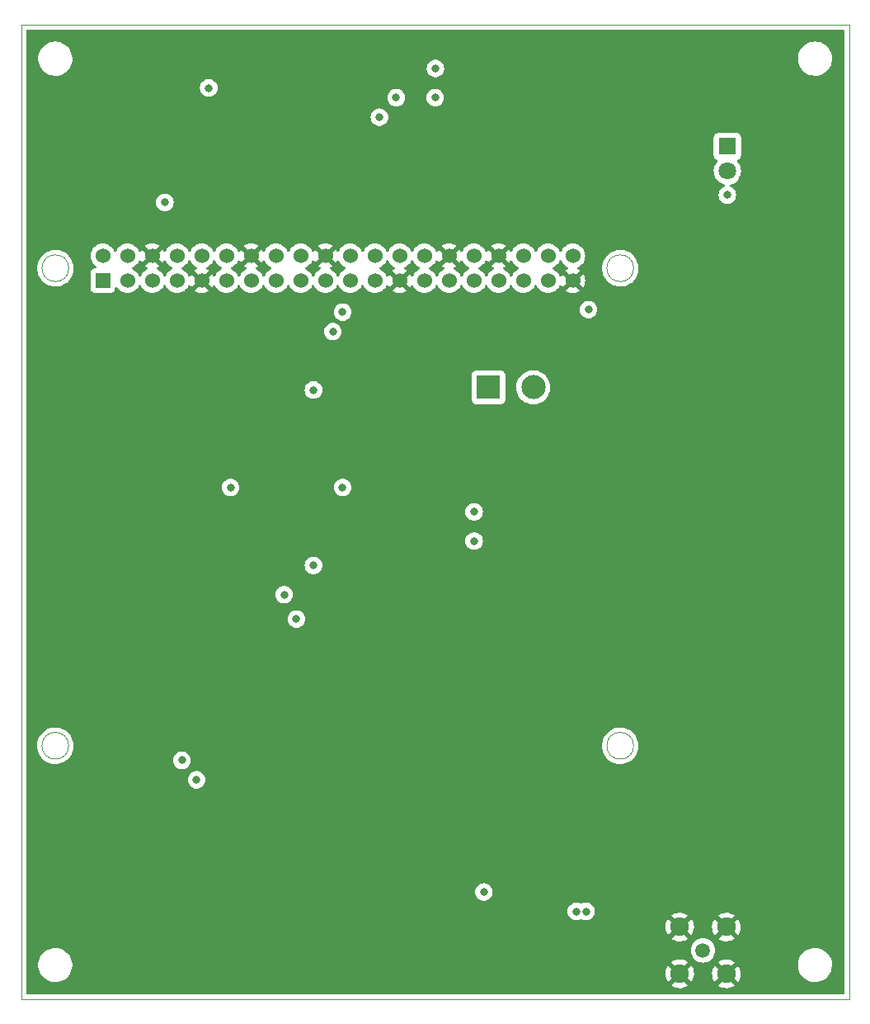
<source format=gbr>
%TF.GenerationSoftware,KiCad,Pcbnew,(6.0.7)*%
%TF.CreationDate,2022-12-06T03:37:50-06:00*%
%TF.ProjectId,Narwal_v1,4e617277-616c-45f7-9631-2e6b69636164,1*%
%TF.SameCoordinates,Original*%
%TF.FileFunction,Copper,L2,Inr*%
%TF.FilePolarity,Positive*%
%FSLAX46Y46*%
G04 Gerber Fmt 4.6, Leading zero omitted, Abs format (unit mm)*
G04 Created by KiCad (PCBNEW (6.0.7)) date 2022-12-06 03:37:50*
%MOMM*%
%LPD*%
G01*
G04 APERTURE LIST*
%TA.AperFunction,Profile*%
%ADD10C,0.100000*%
%TD*%
%TA.AperFunction,Profile*%
%ADD11C,0.120000*%
%TD*%
%TA.AperFunction,ComponentPad*%
%ADD12R,2.480000X2.480000*%
%TD*%
%TA.AperFunction,ComponentPad*%
%ADD13C,2.480000*%
%TD*%
%TA.AperFunction,ComponentPad*%
%ADD14R,1.524000X1.524000*%
%TD*%
%TA.AperFunction,ComponentPad*%
%ADD15C,1.524000*%
%TD*%
%TA.AperFunction,ComponentPad*%
%ADD16C,1.508000*%
%TD*%
%TA.AperFunction,ComponentPad*%
%ADD17C,1.920000*%
%TD*%
%TA.AperFunction,ComponentPad*%
%ADD18R,1.800000X1.800000*%
%TD*%
%TA.AperFunction,ComponentPad*%
%ADD19C,1.800000*%
%TD*%
%TA.AperFunction,ViaPad*%
%ADD20C,0.800000*%
%TD*%
G04 APERTURE END LIST*
D10*
X100000000Y-50000000D02*
X185000000Y-50000000D01*
X185000000Y-50000000D02*
X185000000Y-150000000D01*
X185000000Y-150000000D02*
X100000000Y-150000000D01*
X100000000Y-150000000D02*
X100000000Y-50000000D01*
D11*
%TO.C,A1*%
X162875000Y-75000000D02*
G75*
G03*
X162875000Y-75000000I-1375000J0D01*
G01*
X162875000Y-124000000D02*
G75*
G03*
X162875000Y-124000000I-1375000J0D01*
G01*
X104875000Y-124000000D02*
G75*
G03*
X104875000Y-124000000I-1375000J0D01*
G01*
X104875000Y-75000000D02*
G75*
G03*
X104875000Y-75000000I-1375000J0D01*
G01*
%TD*%
D12*
%TO.N,+5V*%
%TO.C,SW1*%
X147977500Y-87227500D03*
D13*
%TO.N,Net-(C8-Pad1)*%
X152577500Y-87227500D03*
%TD*%
D14*
%TO.N,unconnected-(A1-Pad1)*%
%TO.C,A1*%
X108370000Y-76270000D03*
D15*
%TO.N,+5V*%
X108370000Y-73730000D03*
%TO.N,SDA*%
X110910000Y-76270000D03*
%TO.N,+5V*%
X110910000Y-73730000D03*
%TO.N,SCL*%
X113450000Y-76270000D03*
%TO.N,GND*%
X113450000Y-73730000D03*
%TO.N,unconnected-(A1-Pad7)*%
X115990000Y-76270000D03*
%TO.N,unconnected-(A1-Pad8)*%
X115990000Y-73730000D03*
%TO.N,GND*%
X118530000Y-76270000D03*
%TO.N,unconnected-(A1-Pad10)*%
X118530000Y-73730000D03*
%TO.N,RST-RTC*%
X121070000Y-76270000D03*
%TO.N,unconnected-(A1-Pad12)*%
X121070000Y-73730000D03*
%TO.N,unconnected-(A1-Pad13)*%
X123610000Y-76270000D03*
%TO.N,GND*%
X123610000Y-73730000D03*
%TO.N,unconnected-(A1-Pad15)*%
X126150000Y-76270000D03*
%TO.N,RST-TRX*%
X126150000Y-73730000D03*
%TO.N,+3.3V*%
X128690000Y-76270000D03*
%TO.N,DIO0*%
X128690000Y-73730000D03*
%TO.N,MOSI*%
X131230000Y-76270000D03*
%TO.N,GND*%
X131230000Y-73730000D03*
%TO.N,MISO*%
X133770000Y-76270000D03*
%TO.N,unconnected-(A1-Pad22)*%
X133770000Y-73730000D03*
%TO.N,SCLK*%
X136310000Y-76270000D03*
%TO.N,unconnected-(A1-Pad24)*%
X136310000Y-73730000D03*
%TO.N,GND*%
X138850000Y-76270000D03*
%TO.N,CS*%
X138850000Y-73730000D03*
%TO.N,unconnected-(A1-Pad27)*%
X141390000Y-76270000D03*
%TO.N,unconnected-(A1-Pad28)*%
X141390000Y-73730000D03*
%TO.N,unconnected-(A1-Pad29)*%
X143930000Y-76270000D03*
%TO.N,GND*%
X143930000Y-73730000D03*
%TO.N,CTRL1A*%
X146470000Y-76270000D03*
%TO.N,unconnected-(A1-Pad32)*%
X146470000Y-73730000D03*
%TO.N,CTRL1B*%
X149010000Y-76270000D03*
%TO.N,GND*%
X149010000Y-73730000D03*
%TO.N,CTRL2A*%
X151550000Y-76270000D03*
%TO.N,BUT1*%
X151550000Y-73730000D03*
%TO.N,CTRL2B*%
X154090000Y-76270000D03*
%TO.N,BUT2*%
X154090000Y-73730000D03*
%TO.N,GND*%
X156630000Y-76270000D03*
%TO.N,BUT3*%
X156630000Y-73730000D03*
%TD*%
D16*
%TO.N,Net-(IC2-Pad22)*%
%TO.C,J1*%
X170000000Y-145000000D03*
D17*
%TO.N,GND*%
X167600000Y-142600000D03*
X167600000Y-147400000D03*
X172400000Y-147400000D03*
X172400000Y-142600000D03*
%TD*%
D18*
%TO.N,Net-(D1-Pad1)*%
%TO.C,D1*%
X172500000Y-62500000D03*
D19*
%TO.N,+5V*%
X172500000Y-65040000D03*
%TD*%
D20*
%TO.N,CTRL1A*%
X146500000Y-100000000D03*
X146500000Y-103000000D03*
X128250000Y-111000000D03*
%TO.N,CTRL1B*%
X158250000Y-79250000D03*
X157000000Y-141000000D03*
%TO.N,GND*%
X141250000Y-135750000D03*
X128000000Y-121000000D03*
X125500000Y-104500000D03*
X124000000Y-106500000D03*
X158500000Y-131500000D03*
X160000000Y-137250000D03*
X163500000Y-137250000D03*
X126500000Y-117500000D03*
X159500000Y-127250000D03*
X134250000Y-113000000D03*
X164250000Y-145750000D03*
X140250000Y-137250000D03*
X166250000Y-144250000D03*
X168500000Y-113000000D03*
X130250000Y-125750000D03*
X131250000Y-114500000D03*
X168250000Y-130750000D03*
X122000000Y-113000000D03*
X148000000Y-132250000D03*
X159500000Y-112000000D03*
X148750000Y-127000000D03*
X167000000Y-132500000D03*
X159250000Y-141000000D03*
X124000000Y-109500000D03*
X139250000Y-113000000D03*
X124000000Y-108500000D03*
X154250000Y-137250000D03*
X136750000Y-125500000D03*
X152750000Y-125500000D03*
X137250000Y-113000000D03*
X123000000Y-99750000D03*
X154750000Y-125500000D03*
X155750000Y-115000000D03*
X149500000Y-115000000D03*
X134750000Y-127000000D03*
X165250000Y-145750000D03*
X147750000Y-127000000D03*
X160000000Y-129500000D03*
X166750000Y-126250000D03*
X159500000Y-111000000D03*
X155750000Y-127000000D03*
X122500000Y-119500000D03*
X161250000Y-141250000D03*
X156750000Y-115000000D03*
X124000000Y-125500000D03*
X125000000Y-112500000D03*
X123000000Y-100750000D03*
X150250000Y-135750000D03*
X146250000Y-135750000D03*
X126500000Y-116500000D03*
X147750000Y-125500000D03*
X123000000Y-101750000D03*
X129250000Y-114500000D03*
X168500000Y-116000000D03*
X125000000Y-115500000D03*
X147250000Y-137250000D03*
X138750000Y-127000000D03*
X153750000Y-127000000D03*
X125500000Y-109500000D03*
X142250000Y-135750000D03*
X129250000Y-113000000D03*
X145250000Y-135750000D03*
X127750000Y-135750000D03*
X149500000Y-113500000D03*
X163000000Y-134250000D03*
X128750000Y-137500000D03*
X125500000Y-139250000D03*
X130250000Y-113000000D03*
X141250000Y-113000000D03*
X148750000Y-125500000D03*
X165250000Y-144250000D03*
X127250000Y-120250000D03*
X125750000Y-111750000D03*
X122500000Y-124500000D03*
X121750000Y-128250000D03*
X148250000Y-137250000D03*
X124500000Y-140250000D03*
X144750000Y-127000000D03*
X151750000Y-125500000D03*
X125000000Y-116500000D03*
X124000000Y-116500000D03*
X150750000Y-127000000D03*
X124000000Y-121500000D03*
X128750000Y-135750000D03*
X153750000Y-125500000D03*
X124000000Y-123500000D03*
X161000000Y-131000000D03*
X124000000Y-105500000D03*
X154250000Y-135750000D03*
X153250000Y-135750000D03*
X136250000Y-113000000D03*
X164250000Y-115500000D03*
X148250000Y-135750000D03*
X158750000Y-126500000D03*
X141750000Y-125500000D03*
X166250000Y-116000000D03*
X142250000Y-113000000D03*
X166750000Y-127250000D03*
X122500000Y-126500000D03*
X124000000Y-126500000D03*
X124250000Y-134000000D03*
X149250000Y-137250000D03*
X160250000Y-142750000D03*
X137750000Y-127000000D03*
X128000000Y-123500000D03*
X168000000Y-114000000D03*
X140250000Y-135750000D03*
X142750000Y-125500000D03*
X156750000Y-125500000D03*
X163500000Y-143500000D03*
X136750000Y-127000000D03*
X127250000Y-122750000D03*
X156250000Y-137250000D03*
X163250000Y-145750000D03*
X135250000Y-113000000D03*
X122750000Y-134000000D03*
X168250000Y-122750000D03*
X132250000Y-114500000D03*
X153250000Y-137250000D03*
X156750000Y-113500000D03*
X156250000Y-135750000D03*
X124000000Y-120500000D03*
X163000000Y-140250000D03*
X122500000Y-115000000D03*
X147250000Y-135750000D03*
X151250000Y-137250000D03*
X146250000Y-137250000D03*
X168250000Y-126250000D03*
X122750000Y-135000000D03*
X158000000Y-125750000D03*
X136250000Y-137250000D03*
X141250000Y-137250000D03*
X122500000Y-125500000D03*
X125000000Y-120500000D03*
X140750000Y-125500000D03*
X139250000Y-114500000D03*
X127500000Y-115000000D03*
X143250000Y-114500000D03*
X143250000Y-135750000D03*
X135250000Y-114500000D03*
X145750000Y-125500000D03*
X125000000Y-138250000D03*
X144250000Y-137250000D03*
X137250000Y-114500000D03*
X162500000Y-145000000D03*
X152250000Y-135750000D03*
X158500000Y-129500000D03*
X158250000Y-128500000D03*
X125500000Y-105500000D03*
X163250000Y-115500000D03*
X123000000Y-102750000D03*
X138250000Y-114500000D03*
X160000000Y-128250000D03*
X161500000Y-144750000D03*
X125000000Y-119500000D03*
X125750000Y-113250000D03*
X159250000Y-136500000D03*
X166750000Y-121750000D03*
X140250000Y-114500000D03*
X126500000Y-119500000D03*
X135750000Y-125500000D03*
X125500000Y-108500000D03*
X165250000Y-113500000D03*
X145250000Y-137250000D03*
X132500000Y-125500000D03*
X124000000Y-104500000D03*
X134750000Y-125500000D03*
X125750000Y-121250000D03*
X157500000Y-127750000D03*
X125500000Y-140250000D03*
X131750000Y-124750000D03*
X160000000Y-131500000D03*
X145750000Y-127000000D03*
X142250000Y-114500000D03*
X160500000Y-111000000D03*
X166250000Y-113000000D03*
X168250000Y-121750000D03*
X155750000Y-113500000D03*
X143250000Y-137250000D03*
X126500000Y-118500000D03*
X132825000Y-127000000D03*
X138250000Y-137250000D03*
X155250000Y-137250000D03*
X125500000Y-107500000D03*
X164250000Y-144250000D03*
X124000000Y-124500000D03*
X128250000Y-114500000D03*
X122500000Y-120500000D03*
X151250000Y-135750000D03*
X122500000Y-122500000D03*
X158500000Y-130500000D03*
X124000000Y-107500000D03*
X155750000Y-125500000D03*
X140750000Y-127000000D03*
X124750000Y-128250000D03*
X157000000Y-134250000D03*
X146750000Y-127000000D03*
X134250000Y-114500000D03*
X122500000Y-127500000D03*
X124000000Y-127500000D03*
X137250000Y-135750000D03*
X160000000Y-113000000D03*
X131900000Y-127000000D03*
X130250000Y-114500000D03*
X168000000Y-115000000D03*
X128750000Y-121750000D03*
X131250000Y-113000000D03*
X133750000Y-125500000D03*
X133250000Y-113000000D03*
X142750000Y-127000000D03*
X122500000Y-116500000D03*
X146750000Y-125500000D03*
X122000000Y-112000000D03*
X144250000Y-135750000D03*
X126500000Y-122000000D03*
X137750000Y-125500000D03*
X122500000Y-118500000D03*
X159500000Y-142000000D03*
X136250000Y-114500000D03*
X152250000Y-137250000D03*
X126500000Y-103500000D03*
X126500000Y-115500000D03*
X129750000Y-135750000D03*
X124000000Y-117500000D03*
X129750000Y-137500000D03*
X122500000Y-121500000D03*
X124000000Y-118500000D03*
X165250000Y-115500000D03*
X141750000Y-127000000D03*
X130250000Y-123250000D03*
X149750000Y-127000000D03*
X125500000Y-106500000D03*
X129500000Y-125000000D03*
X158500000Y-132500000D03*
X159250000Y-138000000D03*
X133750000Y-127000000D03*
X122500000Y-123500000D03*
X127750000Y-137500000D03*
X161500000Y-133500000D03*
X151750000Y-127000000D03*
X168000000Y-131750000D03*
X124000000Y-122500000D03*
X139250000Y-135750000D03*
X160750000Y-138000000D03*
X140250000Y-113000000D03*
X160750000Y-136500000D03*
X131000000Y-124000000D03*
X162000000Y-142000000D03*
X164250000Y-113500000D03*
X135750000Y-127000000D03*
X139750000Y-127000000D03*
X163250000Y-113500000D03*
X128750000Y-124250000D03*
X138750000Y-125500000D03*
X143250000Y-113000000D03*
X155250000Y-135750000D03*
X158500000Y-133500000D03*
X139250000Y-137250000D03*
X149250000Y-135750000D03*
X143750000Y-127000000D03*
X124250000Y-113250000D03*
X125000000Y-117500000D03*
X152750000Y-127000000D03*
X166750000Y-122750000D03*
X166500000Y-130500000D03*
X160500000Y-112000000D03*
X166250000Y-145750000D03*
X133250000Y-114500000D03*
X132250000Y-113000000D03*
X124250000Y-111750000D03*
X124000000Y-119500000D03*
X168250000Y-127250000D03*
X149750000Y-125500000D03*
X143750000Y-125500000D03*
X156750000Y-127000000D03*
X124000000Y-103500000D03*
X150750000Y-125500000D03*
X125500000Y-103500000D03*
X154750000Y-127000000D03*
X142250000Y-137250000D03*
X141250000Y-114500000D03*
X136250000Y-135750000D03*
X139750000Y-125500000D03*
X160000000Y-132500000D03*
X125000000Y-118500000D03*
X160000000Y-133500000D03*
X137250000Y-137250000D03*
X144750000Y-125500000D03*
X129500000Y-122500000D03*
X150250000Y-137250000D03*
X138250000Y-113000000D03*
X160000000Y-130500000D03*
X131000000Y-126500000D03*
X124250000Y-135000000D03*
X138250000Y-135750000D03*
X124500000Y-139250000D03*
X122500000Y-117500000D03*
%TO.N,CTRL2A*%
X127000000Y-108500000D03*
%TO.N,CTRL2B*%
X158000000Y-141000000D03*
%TO.N,+3.3V*%
X133000000Y-97500000D03*
X121500000Y-97500000D03*
%TO.N,+5V*%
X142525000Y-54500000D03*
X119250000Y-56500000D03*
X116500000Y-125500000D03*
X130000000Y-105500000D03*
X118000000Y-127500000D03*
X172500000Y-67500000D03*
X147500000Y-139000000D03*
%TO.N,SDA*%
X142500000Y-57500000D03*
%TO.N,SCL*%
X138500000Y-57500000D03*
X114750000Y-68250000D03*
%TO.N,SCLK*%
X133000000Y-79500000D03*
%TO.N,CS*%
X132000000Y-81500000D03*
%TO.N,Net-(BT1-PadP)*%
X136775000Y-59500000D03*
%TO.N,DIO0*%
X130000000Y-87500000D03*
%TD*%
%TA.AperFunction,Conductor*%
%TO.N,GND*%
G36*
X184441621Y-50520502D02*
G01*
X184488114Y-50574158D01*
X184499500Y-50626500D01*
X184499500Y-149373500D01*
X184479498Y-149441621D01*
X184425842Y-149488114D01*
X184373500Y-149499500D01*
X100626500Y-149499500D01*
X100558379Y-149479498D01*
X100511886Y-149425842D01*
X100500500Y-149373500D01*
X100500500Y-148605973D01*
X166759273Y-148605973D01*
X166763032Y-148611269D01*
X166959066Y-148725822D01*
X166968349Y-148730269D01*
X167184206Y-148812697D01*
X167194108Y-148815574D01*
X167420511Y-148861636D01*
X167430764Y-148862859D01*
X167661657Y-148871326D01*
X167671943Y-148870859D01*
X167901132Y-148841499D01*
X167911210Y-148839357D01*
X168132522Y-148772960D01*
X168142120Y-148769199D01*
X168349617Y-148667547D01*
X168358462Y-148662274D01*
X168428115Y-148612591D01*
X168433311Y-148605973D01*
X171559273Y-148605973D01*
X171563032Y-148611269D01*
X171759066Y-148725822D01*
X171768349Y-148730269D01*
X171984206Y-148812697D01*
X171994108Y-148815574D01*
X172220511Y-148861636D01*
X172230764Y-148862859D01*
X172461657Y-148871326D01*
X172471943Y-148870859D01*
X172701132Y-148841499D01*
X172711210Y-148839357D01*
X172932522Y-148772960D01*
X172942120Y-148769199D01*
X173149617Y-148667547D01*
X173158462Y-148662274D01*
X173228115Y-148612591D01*
X173236516Y-148601891D01*
X173229528Y-148588738D01*
X172412812Y-147772022D01*
X172398868Y-147764408D01*
X172397035Y-147764539D01*
X172390420Y-147768790D01*
X171566534Y-148592676D01*
X171559273Y-148605973D01*
X168433311Y-148605973D01*
X168436516Y-148601891D01*
X168429528Y-148588738D01*
X167612812Y-147772022D01*
X167598868Y-147764408D01*
X167597035Y-147764539D01*
X167590420Y-147768790D01*
X166766534Y-148592676D01*
X166759273Y-148605973D01*
X100500500Y-148605973D01*
X100500500Y-146607165D01*
X101747866Y-146607165D01*
X101782952Y-146864970D01*
X101855758Y-147114757D01*
X101857718Y-147119010D01*
X101857719Y-147119011D01*
X101873454Y-147153142D01*
X101964686Y-147351039D01*
X101967246Y-147354944D01*
X101967249Y-147354949D01*
X102104775Y-147564712D01*
X102104779Y-147564717D01*
X102107341Y-147568625D01*
X102193966Y-147665680D01*
X102230098Y-147706162D01*
X102280591Y-147762735D01*
X102480629Y-147929105D01*
X102703061Y-148064080D01*
X102707375Y-148065889D01*
X102707377Y-148065890D01*
X102938686Y-148162886D01*
X102938691Y-148162888D01*
X102943001Y-148164695D01*
X102947533Y-148165846D01*
X102947536Y-148165847D01*
X103072815Y-148197663D01*
X103195177Y-148228739D01*
X103411286Y-148250500D01*
X103566044Y-148250500D01*
X103568369Y-148250327D01*
X103568375Y-148250327D01*
X103754814Y-148236472D01*
X103754818Y-148236471D01*
X103759466Y-148236126D01*
X104013232Y-148178705D01*
X104017586Y-148177012D01*
X104251370Y-148086098D01*
X104251372Y-148086097D01*
X104255723Y-148084405D01*
X104283445Y-148068561D01*
X104339038Y-148036786D01*
X104481612Y-147955299D01*
X104685936Y-147794223D01*
X104864208Y-147604714D01*
X105004167Y-147402965D01*
X105009846Y-147394779D01*
X105009848Y-147394776D01*
X105012511Y-147390937D01*
X105023247Y-147369167D01*
X166127706Y-147369167D01*
X166141006Y-147599838D01*
X166142442Y-147610058D01*
X166193238Y-147835454D01*
X166196317Y-147845282D01*
X166283249Y-148059370D01*
X166287892Y-148068561D01*
X166386464Y-148229416D01*
X166396921Y-148238876D01*
X166405697Y-148235093D01*
X167227978Y-147412812D01*
X167234356Y-147401132D01*
X167964408Y-147401132D01*
X167964539Y-147402965D01*
X167968790Y-147409580D01*
X168789296Y-148230086D01*
X168801306Y-148236645D01*
X168813046Y-148227677D01*
X168859616Y-148162867D01*
X168864927Y-148154028D01*
X168967296Y-147946901D01*
X168971094Y-147937308D01*
X169038262Y-147716232D01*
X169040439Y-147706162D01*
X169070835Y-147475279D01*
X169071354Y-147468604D01*
X169072949Y-147403364D01*
X169072755Y-147396647D01*
X169070496Y-147369167D01*
X170927706Y-147369167D01*
X170941006Y-147599838D01*
X170942442Y-147610058D01*
X170993238Y-147835454D01*
X170996317Y-147845282D01*
X171083249Y-148059370D01*
X171087892Y-148068561D01*
X171186464Y-148229416D01*
X171196921Y-148238876D01*
X171205697Y-148235093D01*
X172027978Y-147412812D01*
X172034356Y-147401132D01*
X172764408Y-147401132D01*
X172764539Y-147402965D01*
X172768790Y-147409580D01*
X173589296Y-148230086D01*
X173601306Y-148236645D01*
X173613046Y-148227677D01*
X173659616Y-148162867D01*
X173664927Y-148154028D01*
X173767296Y-147946901D01*
X173771094Y-147937308D01*
X173838262Y-147716232D01*
X173840439Y-147706162D01*
X173870835Y-147475279D01*
X173871354Y-147468604D01*
X173872949Y-147403364D01*
X173872755Y-147396647D01*
X173853675Y-147164567D01*
X173851992Y-147154405D01*
X173795703Y-146930306D01*
X173792382Y-146920551D01*
X173700252Y-146708667D01*
X173695374Y-146699570D01*
X173635595Y-146607165D01*
X179747866Y-146607165D01*
X179782952Y-146864970D01*
X179855758Y-147114757D01*
X179857718Y-147119010D01*
X179857719Y-147119011D01*
X179873454Y-147153142D01*
X179964686Y-147351039D01*
X179967246Y-147354944D01*
X179967249Y-147354949D01*
X180104775Y-147564712D01*
X180104779Y-147564717D01*
X180107341Y-147568625D01*
X180193966Y-147665680D01*
X180230098Y-147706162D01*
X180280591Y-147762735D01*
X180480629Y-147929105D01*
X180703061Y-148064080D01*
X180707375Y-148065889D01*
X180707377Y-148065890D01*
X180938686Y-148162886D01*
X180938691Y-148162888D01*
X180943001Y-148164695D01*
X180947533Y-148165846D01*
X180947536Y-148165847D01*
X181072815Y-148197663D01*
X181195177Y-148228739D01*
X181411286Y-148250500D01*
X181566044Y-148250500D01*
X181568369Y-148250327D01*
X181568375Y-148250327D01*
X181754814Y-148236472D01*
X181754818Y-148236471D01*
X181759466Y-148236126D01*
X182013232Y-148178705D01*
X182017586Y-148177012D01*
X182251370Y-148086098D01*
X182251372Y-148086097D01*
X182255723Y-148084405D01*
X182283445Y-148068561D01*
X182339038Y-148036786D01*
X182481612Y-147955299D01*
X182685936Y-147794223D01*
X182864208Y-147604714D01*
X183004167Y-147402965D01*
X183009846Y-147394779D01*
X183009848Y-147394776D01*
X183012511Y-147390937D01*
X183030258Y-147354949D01*
X183125521Y-147161775D01*
X183125522Y-147161772D01*
X183127586Y-147157587D01*
X183206906Y-146909792D01*
X183248728Y-146652994D01*
X183252134Y-146392835D01*
X183217048Y-146135030D01*
X183144242Y-145885243D01*
X183035314Y-145648961D01*
X182895487Y-145435688D01*
X182895225Y-145435288D01*
X182895221Y-145435283D01*
X182892659Y-145431375D01*
X182719409Y-145237265D01*
X182519371Y-145070895D01*
X182296939Y-144935920D01*
X182292623Y-144934110D01*
X182061314Y-144837114D01*
X182061309Y-144837112D01*
X182056999Y-144835305D01*
X182052467Y-144834154D01*
X182052464Y-144834153D01*
X181844454Y-144781326D01*
X181804823Y-144771261D01*
X181588714Y-144749500D01*
X181433956Y-144749500D01*
X181431631Y-144749673D01*
X181431625Y-144749673D01*
X181245186Y-144763528D01*
X181245182Y-144763529D01*
X181240534Y-144763874D01*
X180986768Y-144821295D01*
X180982416Y-144822987D01*
X180982414Y-144822988D01*
X180748630Y-144913902D01*
X180748628Y-144913903D01*
X180744277Y-144915595D01*
X180740223Y-144917912D01*
X180740221Y-144917913D01*
X180704467Y-144938348D01*
X180518388Y-145044701D01*
X180314064Y-145205777D01*
X180135792Y-145395286D01*
X179987489Y-145609063D01*
X179985423Y-145613253D01*
X179985421Y-145613256D01*
X179890891Y-145804946D01*
X179872414Y-145842413D01*
X179793094Y-146090208D01*
X179751272Y-146347006D01*
X179751211Y-146351683D01*
X179748452Y-146562442D01*
X179747866Y-146607165D01*
X173635595Y-146607165D01*
X173612616Y-146571645D01*
X173601930Y-146562442D01*
X173592365Y-146566845D01*
X172772022Y-147387188D01*
X172764408Y-147401132D01*
X172034356Y-147401132D01*
X172035592Y-147398868D01*
X172035461Y-147397035D01*
X172031210Y-147390420D01*
X171210687Y-146569897D01*
X171199151Y-146563597D01*
X171186868Y-146573221D01*
X171122126Y-146668129D01*
X171117028Y-146677103D01*
X171019750Y-146886670D01*
X171016187Y-146896357D01*
X170954442Y-147118999D01*
X170952511Y-147129118D01*
X170927958Y-147358878D01*
X170927706Y-147369167D01*
X169070496Y-147369167D01*
X169053675Y-147164567D01*
X169051992Y-147154405D01*
X168995703Y-146930306D01*
X168992382Y-146920551D01*
X168900252Y-146708667D01*
X168895374Y-146699570D01*
X168812616Y-146571645D01*
X168801930Y-146562442D01*
X168792365Y-146566845D01*
X167972022Y-147387188D01*
X167964408Y-147401132D01*
X167234356Y-147401132D01*
X167235592Y-147398868D01*
X167235461Y-147397035D01*
X167231210Y-147390420D01*
X166410687Y-146569897D01*
X166399151Y-146563597D01*
X166386868Y-146573221D01*
X166322126Y-146668129D01*
X166317028Y-146677103D01*
X166219750Y-146886670D01*
X166216187Y-146896357D01*
X166154442Y-147118999D01*
X166152511Y-147129118D01*
X166127958Y-147358878D01*
X166127706Y-147369167D01*
X105023247Y-147369167D01*
X105030258Y-147354949D01*
X105125521Y-147161775D01*
X105125522Y-147161772D01*
X105127586Y-147157587D01*
X105206906Y-146909792D01*
X105248728Y-146652994D01*
X105252134Y-146392835D01*
X105225598Y-146197857D01*
X166762652Y-146197857D01*
X166769397Y-146210187D01*
X167587188Y-147027978D01*
X167601132Y-147035592D01*
X167602965Y-147035461D01*
X167609580Y-147031210D01*
X168431710Y-146209080D01*
X168438731Y-146196223D01*
X168430959Y-146185556D01*
X168419218Y-146176283D01*
X168410637Y-146170583D01*
X168208355Y-146058918D01*
X168198956Y-146054693D01*
X167981155Y-145977565D01*
X167971184Y-145974931D01*
X167743713Y-145934412D01*
X167733461Y-145933443D01*
X167502417Y-145930620D01*
X167492133Y-145931340D01*
X167263741Y-145966289D01*
X167253713Y-145968678D01*
X167034096Y-146040460D01*
X167024586Y-146044457D01*
X166819646Y-146151142D01*
X166810921Y-146156636D01*
X166771106Y-146186530D01*
X166762652Y-146197857D01*
X105225598Y-146197857D01*
X105217048Y-146135030D01*
X105144242Y-145885243D01*
X105035314Y-145648961D01*
X104895487Y-145435688D01*
X104895225Y-145435288D01*
X104895221Y-145435283D01*
X104892659Y-145431375D01*
X104719409Y-145237265D01*
X104519371Y-145070895D01*
X104402540Y-145000000D01*
X168740708Y-145000000D01*
X168759839Y-145218674D01*
X168816653Y-145430703D01*
X168818978Y-145435688D01*
X168907095Y-145624659D01*
X168907098Y-145624664D01*
X168909421Y-145629646D01*
X168912577Y-145634153D01*
X168912578Y-145634155D01*
X168925919Y-145653207D01*
X169035326Y-145809457D01*
X169190543Y-145964674D01*
X169195051Y-145967831D01*
X169195054Y-145967833D01*
X169304485Y-146044457D01*
X169370354Y-146090579D01*
X169375336Y-146092902D01*
X169375341Y-146092905D01*
X169465680Y-146135030D01*
X169569297Y-146183347D01*
X169781326Y-146240161D01*
X170000000Y-146259292D01*
X170218674Y-146240161D01*
X170376552Y-146197857D01*
X171562652Y-146197857D01*
X171569397Y-146210187D01*
X172387188Y-147027978D01*
X172401132Y-147035592D01*
X172402965Y-147035461D01*
X172409580Y-147031210D01*
X173231710Y-146209080D01*
X173238731Y-146196223D01*
X173230959Y-146185556D01*
X173219218Y-146176283D01*
X173210637Y-146170583D01*
X173008355Y-146058918D01*
X172998956Y-146054693D01*
X172781155Y-145977565D01*
X172771184Y-145974931D01*
X172543713Y-145934412D01*
X172533461Y-145933443D01*
X172302417Y-145930620D01*
X172292133Y-145931340D01*
X172063741Y-145966289D01*
X172053713Y-145968678D01*
X171834096Y-146040460D01*
X171824586Y-146044457D01*
X171619646Y-146151142D01*
X171610921Y-146156636D01*
X171571106Y-146186530D01*
X171562652Y-146197857D01*
X170376552Y-146197857D01*
X170430703Y-146183347D01*
X170534320Y-146135030D01*
X170624659Y-146092905D01*
X170624664Y-146092902D01*
X170629646Y-146090579D01*
X170695515Y-146044457D01*
X170804946Y-145967833D01*
X170804949Y-145967831D01*
X170809457Y-145964674D01*
X170964674Y-145809457D01*
X171074082Y-145653207D01*
X171087422Y-145634155D01*
X171087423Y-145634153D01*
X171090579Y-145629646D01*
X171092902Y-145624664D01*
X171092905Y-145624659D01*
X171181022Y-145435688D01*
X171183347Y-145430703D01*
X171240161Y-145218674D01*
X171259292Y-145000000D01*
X171240161Y-144781326D01*
X171183347Y-144569297D01*
X171139896Y-144476116D01*
X171092905Y-144375341D01*
X171092902Y-144375336D01*
X171090579Y-144370354D01*
X170964674Y-144190543D01*
X170809457Y-144035326D01*
X170804949Y-144032169D01*
X170804946Y-144032167D01*
X170634155Y-143912578D01*
X170634153Y-143912577D01*
X170629646Y-143909421D01*
X170624664Y-143907098D01*
X170624659Y-143907095D01*
X170523884Y-143860104D01*
X170430703Y-143816653D01*
X170390845Y-143805973D01*
X171559273Y-143805973D01*
X171563032Y-143811269D01*
X171759066Y-143925822D01*
X171768349Y-143930269D01*
X171984206Y-144012697D01*
X171994108Y-144015574D01*
X172220511Y-144061636D01*
X172230764Y-144062859D01*
X172461657Y-144071326D01*
X172471943Y-144070859D01*
X172701132Y-144041499D01*
X172711210Y-144039357D01*
X172932522Y-143972960D01*
X172942120Y-143969199D01*
X173149617Y-143867547D01*
X173158462Y-143862274D01*
X173228115Y-143812591D01*
X173236516Y-143801891D01*
X173229528Y-143788738D01*
X172412812Y-142972022D01*
X172398868Y-142964408D01*
X172397035Y-142964539D01*
X172390420Y-142968790D01*
X171566534Y-143792676D01*
X171559273Y-143805973D01*
X170390845Y-143805973D01*
X170218674Y-143759839D01*
X170000000Y-143740708D01*
X169781326Y-143759839D01*
X169569297Y-143816653D01*
X169476116Y-143860104D01*
X169375341Y-143907095D01*
X169375336Y-143907098D01*
X169370354Y-143909421D01*
X169365847Y-143912577D01*
X169365845Y-143912578D01*
X169195054Y-144032167D01*
X169195051Y-144032169D01*
X169190543Y-144035326D01*
X169035326Y-144190543D01*
X168909421Y-144370354D01*
X168907098Y-144375336D01*
X168907095Y-144375341D01*
X168860104Y-144476116D01*
X168816653Y-144569297D01*
X168759839Y-144781326D01*
X168740708Y-145000000D01*
X104402540Y-145000000D01*
X104296939Y-144935920D01*
X104292623Y-144934110D01*
X104061314Y-144837114D01*
X104061309Y-144837112D01*
X104056999Y-144835305D01*
X104052467Y-144834154D01*
X104052464Y-144834153D01*
X103844454Y-144781326D01*
X103804823Y-144771261D01*
X103588714Y-144749500D01*
X103433956Y-144749500D01*
X103431631Y-144749673D01*
X103431625Y-144749673D01*
X103245186Y-144763528D01*
X103245182Y-144763529D01*
X103240534Y-144763874D01*
X102986768Y-144821295D01*
X102982416Y-144822987D01*
X102982414Y-144822988D01*
X102748630Y-144913902D01*
X102748628Y-144913903D01*
X102744277Y-144915595D01*
X102740223Y-144917912D01*
X102740221Y-144917913D01*
X102704467Y-144938348D01*
X102518388Y-145044701D01*
X102314064Y-145205777D01*
X102135792Y-145395286D01*
X101987489Y-145609063D01*
X101985423Y-145613253D01*
X101985421Y-145613256D01*
X101890891Y-145804946D01*
X101872414Y-145842413D01*
X101793094Y-146090208D01*
X101751272Y-146347006D01*
X101751211Y-146351683D01*
X101748452Y-146562442D01*
X101747866Y-146607165D01*
X100500500Y-146607165D01*
X100500500Y-143805973D01*
X166759273Y-143805973D01*
X166763032Y-143811269D01*
X166959066Y-143925822D01*
X166968349Y-143930269D01*
X167184206Y-144012697D01*
X167194108Y-144015574D01*
X167420511Y-144061636D01*
X167430764Y-144062859D01*
X167661657Y-144071326D01*
X167671943Y-144070859D01*
X167901132Y-144041499D01*
X167911210Y-144039357D01*
X168132522Y-143972960D01*
X168142120Y-143969199D01*
X168349617Y-143867547D01*
X168358462Y-143862274D01*
X168428115Y-143812591D01*
X168436516Y-143801891D01*
X168429528Y-143788738D01*
X167612812Y-142972022D01*
X167598868Y-142964408D01*
X167597035Y-142964539D01*
X167590420Y-142968790D01*
X166766534Y-143792676D01*
X166759273Y-143805973D01*
X100500500Y-143805973D01*
X100500500Y-142569167D01*
X166127706Y-142569167D01*
X166141006Y-142799838D01*
X166142442Y-142810058D01*
X166193238Y-143035454D01*
X166196317Y-143045282D01*
X166283249Y-143259370D01*
X166287892Y-143268561D01*
X166386464Y-143429416D01*
X166396921Y-143438876D01*
X166405697Y-143435093D01*
X167227978Y-142612812D01*
X167234356Y-142601132D01*
X167964408Y-142601132D01*
X167964539Y-142602965D01*
X167968790Y-142609580D01*
X168789296Y-143430086D01*
X168801306Y-143436645D01*
X168813046Y-143427677D01*
X168859616Y-143362867D01*
X168864927Y-143354028D01*
X168967296Y-143146901D01*
X168971094Y-143137308D01*
X169038262Y-142916232D01*
X169040439Y-142906162D01*
X169070835Y-142675279D01*
X169071354Y-142668604D01*
X169072949Y-142603364D01*
X169072755Y-142596647D01*
X169070496Y-142569167D01*
X170927706Y-142569167D01*
X170941006Y-142799838D01*
X170942442Y-142810058D01*
X170993238Y-143035454D01*
X170996317Y-143045282D01*
X171083249Y-143259370D01*
X171087892Y-143268561D01*
X171186464Y-143429416D01*
X171196921Y-143438876D01*
X171205697Y-143435093D01*
X172027978Y-142612812D01*
X172034356Y-142601132D01*
X172764408Y-142601132D01*
X172764539Y-142602965D01*
X172768790Y-142609580D01*
X173589296Y-143430086D01*
X173601306Y-143436645D01*
X173613046Y-143427677D01*
X173659616Y-143362867D01*
X173664927Y-143354028D01*
X173767296Y-143146901D01*
X173771094Y-143137308D01*
X173838262Y-142916232D01*
X173840439Y-142906162D01*
X173870835Y-142675279D01*
X173871354Y-142668604D01*
X173872949Y-142603364D01*
X173872755Y-142596647D01*
X173853675Y-142364567D01*
X173851992Y-142354405D01*
X173795703Y-142130306D01*
X173792382Y-142120551D01*
X173700252Y-141908667D01*
X173695374Y-141899570D01*
X173612616Y-141771645D01*
X173601930Y-141762442D01*
X173592365Y-141766845D01*
X172772022Y-142587188D01*
X172764408Y-142601132D01*
X172034356Y-142601132D01*
X172035592Y-142598868D01*
X172035461Y-142597035D01*
X172031210Y-142590420D01*
X171210687Y-141769897D01*
X171199151Y-141763597D01*
X171186868Y-141773221D01*
X171122126Y-141868129D01*
X171117028Y-141877103D01*
X171019750Y-142086670D01*
X171016187Y-142096357D01*
X170954442Y-142318999D01*
X170952511Y-142329118D01*
X170927958Y-142558878D01*
X170927706Y-142569167D01*
X169070496Y-142569167D01*
X169053675Y-142364567D01*
X169051992Y-142354405D01*
X168995703Y-142130306D01*
X168992382Y-142120551D01*
X168900252Y-141908667D01*
X168895374Y-141899570D01*
X168812616Y-141771645D01*
X168801930Y-141762442D01*
X168792365Y-141766845D01*
X167972022Y-142587188D01*
X167964408Y-142601132D01*
X167234356Y-142601132D01*
X167235592Y-142598868D01*
X167235461Y-142597035D01*
X167231210Y-142590420D01*
X166410687Y-141769897D01*
X166399151Y-141763597D01*
X166386868Y-141773221D01*
X166322126Y-141868129D01*
X166317028Y-141877103D01*
X166219750Y-142086670D01*
X166216187Y-142096357D01*
X166154442Y-142318999D01*
X166152511Y-142329118D01*
X166127958Y-142558878D01*
X166127706Y-142569167D01*
X100500500Y-142569167D01*
X100500500Y-141000000D01*
X156094540Y-141000000D01*
X156095230Y-141006565D01*
X156112926Y-141174931D01*
X156114326Y-141188256D01*
X156172821Y-141368284D01*
X156176124Y-141374006D01*
X156176125Y-141374007D01*
X156197014Y-141410187D01*
X156267467Y-141532216D01*
X156394129Y-141672888D01*
X156547270Y-141784151D01*
X156720197Y-141861144D01*
X156795279Y-141877103D01*
X156898897Y-141899128D01*
X156898901Y-141899128D01*
X156905354Y-141900500D01*
X157094646Y-141900500D01*
X157101099Y-141899128D01*
X157101103Y-141899128D01*
X157204721Y-141877103D01*
X157279803Y-141861144D01*
X157448753Y-141785922D01*
X157519118Y-141776488D01*
X157551245Y-141785921D01*
X157720197Y-141861144D01*
X157795279Y-141877103D01*
X157898897Y-141899128D01*
X157898901Y-141899128D01*
X157905354Y-141900500D01*
X158094646Y-141900500D01*
X158101099Y-141899128D01*
X158101103Y-141899128D01*
X158204721Y-141877103D01*
X158279803Y-141861144D01*
X158452730Y-141784151D01*
X158605871Y-141672888D01*
X158732533Y-141532216D01*
X158802986Y-141410187D01*
X158810105Y-141397857D01*
X166762652Y-141397857D01*
X166769397Y-141410187D01*
X167587188Y-142227978D01*
X167601132Y-142235592D01*
X167602965Y-142235461D01*
X167609580Y-142231210D01*
X168431710Y-141409080D01*
X168437839Y-141397857D01*
X171562652Y-141397857D01*
X171569397Y-141410187D01*
X172387188Y-142227978D01*
X172401132Y-142235592D01*
X172402965Y-142235461D01*
X172409580Y-142231210D01*
X173231710Y-141409080D01*
X173238731Y-141396223D01*
X173230959Y-141385556D01*
X173219218Y-141376283D01*
X173210637Y-141370583D01*
X173008355Y-141258918D01*
X172998956Y-141254693D01*
X172781155Y-141177565D01*
X172771184Y-141174931D01*
X172543713Y-141134412D01*
X172533461Y-141133443D01*
X172302417Y-141130620D01*
X172292133Y-141131340D01*
X172063741Y-141166289D01*
X172053713Y-141168678D01*
X171834096Y-141240460D01*
X171824586Y-141244457D01*
X171619646Y-141351142D01*
X171610921Y-141356636D01*
X171571106Y-141386530D01*
X171562652Y-141397857D01*
X168437839Y-141397857D01*
X168438731Y-141396223D01*
X168430959Y-141385556D01*
X168419218Y-141376283D01*
X168410637Y-141370583D01*
X168208355Y-141258918D01*
X168198956Y-141254693D01*
X167981155Y-141177565D01*
X167971184Y-141174931D01*
X167743713Y-141134412D01*
X167733461Y-141133443D01*
X167502417Y-141130620D01*
X167492133Y-141131340D01*
X167263741Y-141166289D01*
X167253713Y-141168678D01*
X167034096Y-141240460D01*
X167024586Y-141244457D01*
X166819646Y-141351142D01*
X166810921Y-141356636D01*
X166771106Y-141386530D01*
X166762652Y-141397857D01*
X158810105Y-141397857D01*
X158823875Y-141374007D01*
X158823876Y-141374006D01*
X158827179Y-141368284D01*
X158885674Y-141188256D01*
X158887075Y-141174931D01*
X158904770Y-141006565D01*
X158905460Y-141000000D01*
X158885674Y-140811744D01*
X158827179Y-140631716D01*
X158732533Y-140467784D01*
X158605871Y-140327112D01*
X158452730Y-140215849D01*
X158279803Y-140138856D01*
X158181788Y-140118022D01*
X158101103Y-140100872D01*
X158101099Y-140100872D01*
X158094646Y-140099500D01*
X157905354Y-140099500D01*
X157898901Y-140100872D01*
X157898897Y-140100872D01*
X157818212Y-140118022D01*
X157720197Y-140138856D01*
X157551247Y-140214078D01*
X157480882Y-140223512D01*
X157448755Y-140214079D01*
X157279803Y-140138856D01*
X157181788Y-140118022D01*
X157101103Y-140100872D01*
X157101099Y-140100872D01*
X157094646Y-140099500D01*
X156905354Y-140099500D01*
X156898901Y-140100872D01*
X156898897Y-140100872D01*
X156818212Y-140118022D01*
X156720197Y-140138856D01*
X156547270Y-140215849D01*
X156394129Y-140327112D01*
X156267467Y-140467784D01*
X156172821Y-140631716D01*
X156114326Y-140811744D01*
X156094540Y-141000000D01*
X100500500Y-141000000D01*
X100500500Y-139000000D01*
X146594540Y-139000000D01*
X146614326Y-139188256D01*
X146672821Y-139368284D01*
X146767467Y-139532216D01*
X146894129Y-139672888D01*
X147047270Y-139784151D01*
X147220197Y-139861144D01*
X147318212Y-139881978D01*
X147398897Y-139899128D01*
X147398901Y-139899128D01*
X147405354Y-139900500D01*
X147594646Y-139900500D01*
X147601099Y-139899128D01*
X147601103Y-139899128D01*
X147681788Y-139881978D01*
X147779803Y-139861144D01*
X147952730Y-139784151D01*
X148105871Y-139672888D01*
X148232533Y-139532216D01*
X148327179Y-139368284D01*
X148385674Y-139188256D01*
X148405460Y-139000000D01*
X148385674Y-138811744D01*
X148327179Y-138631716D01*
X148232533Y-138467784D01*
X148105871Y-138327112D01*
X147952730Y-138215849D01*
X147779803Y-138138856D01*
X147681788Y-138118022D01*
X147601103Y-138100872D01*
X147601099Y-138100872D01*
X147594646Y-138099500D01*
X147405354Y-138099500D01*
X147398901Y-138100872D01*
X147398897Y-138100872D01*
X147318212Y-138118022D01*
X147220197Y-138138856D01*
X147047270Y-138215849D01*
X146894129Y-138327112D01*
X146767467Y-138467784D01*
X146672821Y-138631716D01*
X146614326Y-138811744D01*
X146594540Y-139000000D01*
X100500500Y-139000000D01*
X100500500Y-127500000D01*
X117094540Y-127500000D01*
X117114326Y-127688256D01*
X117172821Y-127868284D01*
X117267467Y-128032216D01*
X117394129Y-128172888D01*
X117547270Y-128284151D01*
X117720197Y-128361144D01*
X117818212Y-128381978D01*
X117898897Y-128399128D01*
X117898901Y-128399128D01*
X117905354Y-128400500D01*
X118094646Y-128400500D01*
X118101099Y-128399128D01*
X118101103Y-128399128D01*
X118181788Y-128381978D01*
X118279803Y-128361144D01*
X118452730Y-128284151D01*
X118605871Y-128172888D01*
X118732533Y-128032216D01*
X118827179Y-127868284D01*
X118885674Y-127688256D01*
X118905460Y-127500000D01*
X118885674Y-127311744D01*
X118827179Y-127131716D01*
X118732533Y-126967784D01*
X118605871Y-126827112D01*
X118452730Y-126715849D01*
X118279803Y-126638856D01*
X118181788Y-126618022D01*
X118101103Y-126600872D01*
X118101099Y-126600872D01*
X118094646Y-126599500D01*
X117905354Y-126599500D01*
X117898901Y-126600872D01*
X117898897Y-126600872D01*
X117818212Y-126618022D01*
X117720197Y-126638856D01*
X117547270Y-126715849D01*
X117394129Y-126827112D01*
X117267467Y-126967784D01*
X117172821Y-127131716D01*
X117114326Y-127311744D01*
X117094540Y-127500000D01*
X100500500Y-127500000D01*
X100500500Y-123940939D01*
X101620637Y-123940939D01*
X101622957Y-124000000D01*
X101631064Y-124206332D01*
X101678782Y-124467609D01*
X101680191Y-124471832D01*
X101736812Y-124641545D01*
X101762838Y-124719556D01*
X101881555Y-124957146D01*
X102032564Y-125175638D01*
X102035586Y-125178907D01*
X102209836Y-125367411D01*
X102209841Y-125367416D01*
X102212852Y-125370673D01*
X102418823Y-125538360D01*
X102646366Y-125675352D01*
X102650461Y-125677086D01*
X102650463Y-125677087D01*
X102818521Y-125748250D01*
X102890941Y-125778916D01*
X102895234Y-125780054D01*
X102895239Y-125780056D01*
X103029220Y-125815580D01*
X103147669Y-125846986D01*
X103411426Y-125878204D01*
X103676951Y-125871946D01*
X103736712Y-125861999D01*
X103934555Y-125829069D01*
X103934559Y-125829068D01*
X103938945Y-125828338D01*
X103943186Y-125826997D01*
X103943189Y-125826996D01*
X104187935Y-125749593D01*
X104187937Y-125749592D01*
X104192181Y-125748250D01*
X104196192Y-125746324D01*
X104196197Y-125746322D01*
X104427587Y-125635210D01*
X104427588Y-125635209D01*
X104431606Y-125633280D01*
X104570222Y-125540660D01*
X104631074Y-125500000D01*
X115594540Y-125500000D01*
X115614326Y-125688256D01*
X115672821Y-125868284D01*
X115767467Y-126032216D01*
X115894129Y-126172888D01*
X116047270Y-126284151D01*
X116220197Y-126361144D01*
X116318212Y-126381978D01*
X116398897Y-126399128D01*
X116398901Y-126399128D01*
X116405354Y-126400500D01*
X116594646Y-126400500D01*
X116601099Y-126399128D01*
X116601103Y-126399128D01*
X116681788Y-126381978D01*
X116779803Y-126361144D01*
X116952730Y-126284151D01*
X117105871Y-126172888D01*
X117232533Y-126032216D01*
X117327179Y-125868284D01*
X117385674Y-125688256D01*
X117405460Y-125500000D01*
X117403647Y-125482747D01*
X117386364Y-125318307D01*
X117386364Y-125318305D01*
X117385674Y-125311744D01*
X117327179Y-125131716D01*
X117309694Y-125101430D01*
X117235836Y-124973505D01*
X117232533Y-124967784D01*
X117226249Y-124960805D01*
X117110286Y-124832015D01*
X117110284Y-124832014D01*
X117105871Y-124827112D01*
X117009836Y-124757339D01*
X116958072Y-124719730D01*
X116958071Y-124719729D01*
X116952730Y-124715849D01*
X116779803Y-124638856D01*
X116681788Y-124618022D01*
X116601103Y-124600872D01*
X116601099Y-124600872D01*
X116594646Y-124599500D01*
X116405354Y-124599500D01*
X116398901Y-124600872D01*
X116398897Y-124600872D01*
X116318212Y-124618022D01*
X116220197Y-124638856D01*
X116047270Y-124715849D01*
X116041929Y-124719729D01*
X116041928Y-124719730D01*
X115990164Y-124757339D01*
X115894129Y-124827112D01*
X115889716Y-124832014D01*
X115889714Y-124832015D01*
X115773751Y-124960805D01*
X115767467Y-124967784D01*
X115764164Y-124973505D01*
X115690307Y-125101430D01*
X115672821Y-125131716D01*
X115614326Y-125311744D01*
X115613636Y-125318305D01*
X115613636Y-125318307D01*
X115596353Y-125482747D01*
X115594540Y-125500000D01*
X104631074Y-125500000D01*
X104648736Y-125488199D01*
X104648740Y-125488196D01*
X104652444Y-125485721D01*
X104655761Y-125482750D01*
X104655765Y-125482747D01*
X104846968Y-125311491D01*
X104846969Y-125311490D01*
X104850286Y-125308519D01*
X105021187Y-125105207D01*
X105103325Y-124973505D01*
X105159379Y-124883625D01*
X105159379Y-124883624D01*
X105161737Y-124879844D01*
X105269130Y-124636926D01*
X105341224Y-124381299D01*
X105376581Y-124118064D01*
X105380291Y-124000000D01*
X105376109Y-123940939D01*
X159620637Y-123940939D01*
X159622957Y-124000000D01*
X159631064Y-124206332D01*
X159678782Y-124467609D01*
X159680191Y-124471832D01*
X159736812Y-124641545D01*
X159762838Y-124719556D01*
X159881555Y-124957146D01*
X160032564Y-125175638D01*
X160035586Y-125178907D01*
X160209836Y-125367411D01*
X160209841Y-125367416D01*
X160212852Y-125370673D01*
X160418823Y-125538360D01*
X160646366Y-125675352D01*
X160650461Y-125677086D01*
X160650463Y-125677087D01*
X160818521Y-125748250D01*
X160890941Y-125778916D01*
X160895234Y-125780054D01*
X160895239Y-125780056D01*
X161029220Y-125815580D01*
X161147669Y-125846986D01*
X161411426Y-125878204D01*
X161676951Y-125871946D01*
X161736712Y-125861999D01*
X161934555Y-125829069D01*
X161934559Y-125829068D01*
X161938945Y-125828338D01*
X161943186Y-125826997D01*
X161943189Y-125826996D01*
X162187935Y-125749593D01*
X162187937Y-125749592D01*
X162192181Y-125748250D01*
X162196192Y-125746324D01*
X162196197Y-125746322D01*
X162427587Y-125635210D01*
X162427588Y-125635209D01*
X162431606Y-125633280D01*
X162570222Y-125540660D01*
X162648736Y-125488199D01*
X162648740Y-125488196D01*
X162652444Y-125485721D01*
X162655761Y-125482750D01*
X162655765Y-125482747D01*
X162846968Y-125311491D01*
X162846969Y-125311490D01*
X162850286Y-125308519D01*
X163021187Y-125105207D01*
X163103325Y-124973505D01*
X163159379Y-124883625D01*
X163159379Y-124883624D01*
X163161737Y-124879844D01*
X163269130Y-124636926D01*
X163341224Y-124381299D01*
X163376581Y-124118064D01*
X163380291Y-124000000D01*
X163361533Y-123735065D01*
X163348973Y-123676723D01*
X163306568Y-123479763D01*
X163306568Y-123479761D01*
X163305632Y-123475416D01*
X163213703Y-123226233D01*
X163087582Y-122992490D01*
X162929784Y-122778849D01*
X162743459Y-122589573D01*
X162739919Y-122586871D01*
X162535864Y-122431141D01*
X162535860Y-122431138D01*
X162532323Y-122428439D01*
X162300589Y-122298662D01*
X162052881Y-122202831D01*
X162048560Y-122201829D01*
X162048552Y-122201827D01*
X161878433Y-122162397D01*
X161794142Y-122142859D01*
X161529534Y-122119941D01*
X161525099Y-122120185D01*
X161525095Y-122120185D01*
X161268780Y-122134291D01*
X161268773Y-122134292D01*
X161264337Y-122134536D01*
X161084398Y-122170328D01*
X161008205Y-122185483D01*
X161008203Y-122185484D01*
X161003842Y-122186351D01*
X160753246Y-122274354D01*
X160517551Y-122396788D01*
X160513936Y-122399371D01*
X160513930Y-122399375D01*
X160377198Y-122497086D01*
X160301457Y-122551211D01*
X160109278Y-122734541D01*
X159944848Y-122943120D01*
X159942616Y-122946962D01*
X159942613Y-122946967D01*
X159813685Y-123168932D01*
X159813682Y-123168938D01*
X159811447Y-123172786D01*
X159809773Y-123176920D01*
X159713410Y-123414826D01*
X159713407Y-123414834D01*
X159711737Y-123418958D01*
X159671316Y-123581683D01*
X159655760Y-123644309D01*
X159647708Y-123676723D01*
X159620637Y-123940939D01*
X105376109Y-123940939D01*
X105361533Y-123735065D01*
X105348973Y-123676723D01*
X105306568Y-123479763D01*
X105306568Y-123479761D01*
X105305632Y-123475416D01*
X105213703Y-123226233D01*
X105087582Y-122992490D01*
X104929784Y-122778849D01*
X104743459Y-122589573D01*
X104739919Y-122586871D01*
X104535864Y-122431141D01*
X104535860Y-122431138D01*
X104532323Y-122428439D01*
X104300589Y-122298662D01*
X104052881Y-122202831D01*
X104048560Y-122201829D01*
X104048552Y-122201827D01*
X103878433Y-122162397D01*
X103794142Y-122142859D01*
X103529534Y-122119941D01*
X103525099Y-122120185D01*
X103525095Y-122120185D01*
X103268780Y-122134291D01*
X103268773Y-122134292D01*
X103264337Y-122134536D01*
X103084398Y-122170328D01*
X103008205Y-122185483D01*
X103008203Y-122185484D01*
X103003842Y-122186351D01*
X102753246Y-122274354D01*
X102517551Y-122396788D01*
X102513936Y-122399371D01*
X102513930Y-122399375D01*
X102377198Y-122497086D01*
X102301457Y-122551211D01*
X102109278Y-122734541D01*
X101944848Y-122943120D01*
X101942616Y-122946962D01*
X101942613Y-122946967D01*
X101813685Y-123168932D01*
X101813682Y-123168938D01*
X101811447Y-123172786D01*
X101809773Y-123176920D01*
X101713410Y-123414826D01*
X101713407Y-123414834D01*
X101711737Y-123418958D01*
X101671316Y-123581683D01*
X101655760Y-123644309D01*
X101647708Y-123676723D01*
X101620637Y-123940939D01*
X100500500Y-123940939D01*
X100500500Y-111000000D01*
X127344540Y-111000000D01*
X127364326Y-111188256D01*
X127422821Y-111368284D01*
X127517467Y-111532216D01*
X127644129Y-111672888D01*
X127797270Y-111784151D01*
X127970197Y-111861144D01*
X128068212Y-111881978D01*
X128148897Y-111899128D01*
X128148901Y-111899128D01*
X128155354Y-111900500D01*
X128344646Y-111900500D01*
X128351099Y-111899128D01*
X128351103Y-111899128D01*
X128431788Y-111881978D01*
X128529803Y-111861144D01*
X128702730Y-111784151D01*
X128855871Y-111672888D01*
X128982533Y-111532216D01*
X129077179Y-111368284D01*
X129135674Y-111188256D01*
X129155460Y-111000000D01*
X129135674Y-110811744D01*
X129077179Y-110631716D01*
X128982533Y-110467784D01*
X128855871Y-110327112D01*
X128702730Y-110215849D01*
X128529803Y-110138856D01*
X128431788Y-110118022D01*
X128351103Y-110100872D01*
X128351099Y-110100872D01*
X128344646Y-110099500D01*
X128155354Y-110099500D01*
X128148901Y-110100872D01*
X128148897Y-110100872D01*
X128068212Y-110118022D01*
X127970197Y-110138856D01*
X127797270Y-110215849D01*
X127644129Y-110327112D01*
X127517467Y-110467784D01*
X127422821Y-110631716D01*
X127364326Y-110811744D01*
X127344540Y-111000000D01*
X100500500Y-111000000D01*
X100500500Y-108500000D01*
X126094540Y-108500000D01*
X126114326Y-108688256D01*
X126172821Y-108868284D01*
X126267467Y-109032216D01*
X126394129Y-109172888D01*
X126547270Y-109284151D01*
X126720197Y-109361144D01*
X126818212Y-109381978D01*
X126898897Y-109399128D01*
X126898901Y-109399128D01*
X126905354Y-109400500D01*
X127094646Y-109400500D01*
X127101099Y-109399128D01*
X127101103Y-109399128D01*
X127181788Y-109381978D01*
X127279803Y-109361144D01*
X127452730Y-109284151D01*
X127605871Y-109172888D01*
X127732533Y-109032216D01*
X127827179Y-108868284D01*
X127885674Y-108688256D01*
X127905460Y-108500000D01*
X127885674Y-108311744D01*
X127827179Y-108131716D01*
X127732533Y-107967784D01*
X127605871Y-107827112D01*
X127452730Y-107715849D01*
X127279803Y-107638856D01*
X127181788Y-107618022D01*
X127101103Y-107600872D01*
X127101099Y-107600872D01*
X127094646Y-107599500D01*
X126905354Y-107599500D01*
X126898901Y-107600872D01*
X126898897Y-107600872D01*
X126818212Y-107618022D01*
X126720197Y-107638856D01*
X126547270Y-107715849D01*
X126394129Y-107827112D01*
X126267467Y-107967784D01*
X126172821Y-108131716D01*
X126114326Y-108311744D01*
X126094540Y-108500000D01*
X100500500Y-108500000D01*
X100500500Y-105500000D01*
X129094540Y-105500000D01*
X129114326Y-105688256D01*
X129172821Y-105868284D01*
X129267467Y-106032216D01*
X129394129Y-106172888D01*
X129547270Y-106284151D01*
X129720197Y-106361144D01*
X129818212Y-106381978D01*
X129898897Y-106399128D01*
X129898901Y-106399128D01*
X129905354Y-106400500D01*
X130094646Y-106400500D01*
X130101099Y-106399128D01*
X130101103Y-106399128D01*
X130181788Y-106381978D01*
X130279803Y-106361144D01*
X130452730Y-106284151D01*
X130605871Y-106172888D01*
X130732533Y-106032216D01*
X130827179Y-105868284D01*
X130885674Y-105688256D01*
X130905460Y-105500000D01*
X130885674Y-105311744D01*
X130827179Y-105131716D01*
X130732533Y-104967784D01*
X130605871Y-104827112D01*
X130452730Y-104715849D01*
X130279803Y-104638856D01*
X130181788Y-104618022D01*
X130101103Y-104600872D01*
X130101099Y-104600872D01*
X130094646Y-104599500D01*
X129905354Y-104599500D01*
X129898901Y-104600872D01*
X129898897Y-104600872D01*
X129818212Y-104618022D01*
X129720197Y-104638856D01*
X129547270Y-104715849D01*
X129394129Y-104827112D01*
X129267467Y-104967784D01*
X129172821Y-105131716D01*
X129114326Y-105311744D01*
X129094540Y-105500000D01*
X100500500Y-105500000D01*
X100500500Y-103000000D01*
X145594540Y-103000000D01*
X145614326Y-103188256D01*
X145672821Y-103368284D01*
X145767467Y-103532216D01*
X145894129Y-103672888D01*
X146047270Y-103784151D01*
X146220197Y-103861144D01*
X146318212Y-103881978D01*
X146398897Y-103899128D01*
X146398901Y-103899128D01*
X146405354Y-103900500D01*
X146594646Y-103900500D01*
X146601099Y-103899128D01*
X146601103Y-103899128D01*
X146681788Y-103881978D01*
X146779803Y-103861144D01*
X146952730Y-103784151D01*
X147105871Y-103672888D01*
X147232533Y-103532216D01*
X147327179Y-103368284D01*
X147385674Y-103188256D01*
X147405460Y-103000000D01*
X147385674Y-102811744D01*
X147327179Y-102631716D01*
X147232533Y-102467784D01*
X147105871Y-102327112D01*
X146952730Y-102215849D01*
X146779803Y-102138856D01*
X146681788Y-102118022D01*
X146601103Y-102100872D01*
X146601099Y-102100872D01*
X146594646Y-102099500D01*
X146405354Y-102099500D01*
X146398901Y-102100872D01*
X146398897Y-102100872D01*
X146318212Y-102118022D01*
X146220197Y-102138856D01*
X146047270Y-102215849D01*
X145894129Y-102327112D01*
X145767467Y-102467784D01*
X145672821Y-102631716D01*
X145614326Y-102811744D01*
X145594540Y-103000000D01*
X100500500Y-103000000D01*
X100500500Y-100000000D01*
X145594540Y-100000000D01*
X145614326Y-100188256D01*
X145672821Y-100368284D01*
X145767467Y-100532216D01*
X145894129Y-100672888D01*
X146047270Y-100784151D01*
X146220197Y-100861144D01*
X146318212Y-100881978D01*
X146398897Y-100899128D01*
X146398901Y-100899128D01*
X146405354Y-100900500D01*
X146594646Y-100900500D01*
X146601099Y-100899128D01*
X146601103Y-100899128D01*
X146681788Y-100881978D01*
X146779803Y-100861144D01*
X146952730Y-100784151D01*
X147105871Y-100672888D01*
X147232533Y-100532216D01*
X147327179Y-100368284D01*
X147385674Y-100188256D01*
X147405460Y-100000000D01*
X147385674Y-99811744D01*
X147327179Y-99631716D01*
X147232533Y-99467784D01*
X147105871Y-99327112D01*
X146952730Y-99215849D01*
X146779803Y-99138856D01*
X146681788Y-99118022D01*
X146601103Y-99100872D01*
X146601099Y-99100872D01*
X146594646Y-99099500D01*
X146405354Y-99099500D01*
X146398901Y-99100872D01*
X146398897Y-99100872D01*
X146318212Y-99118022D01*
X146220197Y-99138856D01*
X146047270Y-99215849D01*
X145894129Y-99327112D01*
X145767467Y-99467784D01*
X145672821Y-99631716D01*
X145614326Y-99811744D01*
X145594540Y-100000000D01*
X100500500Y-100000000D01*
X100500500Y-97500000D01*
X120594540Y-97500000D01*
X120614326Y-97688256D01*
X120672821Y-97868284D01*
X120767467Y-98032216D01*
X120894129Y-98172888D01*
X121047270Y-98284151D01*
X121220197Y-98361144D01*
X121318212Y-98381978D01*
X121398897Y-98399128D01*
X121398901Y-98399128D01*
X121405354Y-98400500D01*
X121594646Y-98400500D01*
X121601099Y-98399128D01*
X121601103Y-98399128D01*
X121681788Y-98381978D01*
X121779803Y-98361144D01*
X121952730Y-98284151D01*
X122105871Y-98172888D01*
X122232533Y-98032216D01*
X122327179Y-97868284D01*
X122385674Y-97688256D01*
X122405460Y-97500000D01*
X132094540Y-97500000D01*
X132114326Y-97688256D01*
X132172821Y-97868284D01*
X132267467Y-98032216D01*
X132394129Y-98172888D01*
X132547270Y-98284151D01*
X132720197Y-98361144D01*
X132818212Y-98381978D01*
X132898897Y-98399128D01*
X132898901Y-98399128D01*
X132905354Y-98400500D01*
X133094646Y-98400500D01*
X133101099Y-98399128D01*
X133101103Y-98399128D01*
X133181788Y-98381978D01*
X133279803Y-98361144D01*
X133452730Y-98284151D01*
X133605871Y-98172888D01*
X133732533Y-98032216D01*
X133827179Y-97868284D01*
X133885674Y-97688256D01*
X133905460Y-97500000D01*
X133885674Y-97311744D01*
X133827179Y-97131716D01*
X133732533Y-96967784D01*
X133605871Y-96827112D01*
X133452730Y-96715849D01*
X133279803Y-96638856D01*
X133181788Y-96618022D01*
X133101103Y-96600872D01*
X133101099Y-96600872D01*
X133094646Y-96599500D01*
X132905354Y-96599500D01*
X132898901Y-96600872D01*
X132898897Y-96600872D01*
X132818212Y-96618022D01*
X132720197Y-96638856D01*
X132547270Y-96715849D01*
X132394129Y-96827112D01*
X132267467Y-96967784D01*
X132172821Y-97131716D01*
X132114326Y-97311744D01*
X132094540Y-97500000D01*
X122405460Y-97500000D01*
X122385674Y-97311744D01*
X122327179Y-97131716D01*
X122232533Y-96967784D01*
X122105871Y-96827112D01*
X121952730Y-96715849D01*
X121779803Y-96638856D01*
X121681788Y-96618022D01*
X121601103Y-96600872D01*
X121601099Y-96600872D01*
X121594646Y-96599500D01*
X121405354Y-96599500D01*
X121398901Y-96600872D01*
X121398897Y-96600872D01*
X121318212Y-96618022D01*
X121220197Y-96638856D01*
X121047270Y-96715849D01*
X120894129Y-96827112D01*
X120767467Y-96967784D01*
X120672821Y-97131716D01*
X120614326Y-97311744D01*
X120594540Y-97500000D01*
X100500500Y-97500000D01*
X100500500Y-87500000D01*
X129094540Y-87500000D01*
X129114326Y-87688256D01*
X129172821Y-87868284D01*
X129267467Y-88032216D01*
X129271885Y-88037123D01*
X129271886Y-88037124D01*
X129387290Y-88165292D01*
X129394129Y-88172888D01*
X129399468Y-88176767D01*
X129538661Y-88277896D01*
X129547270Y-88284151D01*
X129720197Y-88361144D01*
X129789422Y-88375858D01*
X129898897Y-88399128D01*
X129898901Y-88399128D01*
X129905354Y-88400500D01*
X130094646Y-88400500D01*
X130101099Y-88399128D01*
X130101103Y-88399128D01*
X130210578Y-88375858D01*
X130279803Y-88361144D01*
X130452730Y-88284151D01*
X130461340Y-88277896D01*
X130600532Y-88176767D01*
X130605871Y-88172888D01*
X130612711Y-88165292D01*
X130728114Y-88037124D01*
X130728115Y-88037123D01*
X130732533Y-88032216D01*
X130827179Y-87868284D01*
X130885674Y-87688256D01*
X130905460Y-87500000D01*
X130886750Y-87321977D01*
X130886364Y-87318307D01*
X130886364Y-87318305D01*
X130885674Y-87311744D01*
X130827179Y-87131716D01*
X130732533Y-86967784D01*
X130728114Y-86962876D01*
X130610286Y-86832015D01*
X130610284Y-86832014D01*
X130605871Y-86827112D01*
X130452730Y-86715849D01*
X130279803Y-86638856D01*
X130181788Y-86618022D01*
X130101103Y-86600872D01*
X130101099Y-86600872D01*
X130094646Y-86599500D01*
X129905354Y-86599500D01*
X129898901Y-86600872D01*
X129898897Y-86600872D01*
X129818212Y-86618022D01*
X129720197Y-86638856D01*
X129547270Y-86715849D01*
X129394129Y-86827112D01*
X129389716Y-86832014D01*
X129389714Y-86832015D01*
X129271886Y-86962876D01*
X129267467Y-86967784D01*
X129172821Y-87131716D01*
X129114326Y-87311744D01*
X129113636Y-87318305D01*
X129113636Y-87318307D01*
X129113250Y-87321977D01*
X129094540Y-87500000D01*
X100500500Y-87500000D01*
X100500500Y-85940123D01*
X146237000Y-85940123D01*
X146237001Y-88514876D01*
X146243649Y-88576080D01*
X146293974Y-88710324D01*
X146299354Y-88717503D01*
X146299356Y-88717506D01*
X146341104Y-88773209D01*
X146379954Y-88825046D01*
X146387135Y-88830428D01*
X146487494Y-88905644D01*
X146487497Y-88905646D01*
X146494676Y-88911026D01*
X146578541Y-88942465D01*
X146621525Y-88958579D01*
X146621527Y-88958579D01*
X146628920Y-88961351D01*
X146636770Y-88962204D01*
X146636771Y-88962204D01*
X146686717Y-88967630D01*
X146690123Y-88968000D01*
X147977311Y-88968000D01*
X149264876Y-88967999D01*
X149268270Y-88967630D01*
X149268276Y-88967630D01*
X149318222Y-88962205D01*
X149318226Y-88962204D01*
X149326080Y-88961351D01*
X149460324Y-88911026D01*
X149467503Y-88905646D01*
X149467506Y-88905644D01*
X149567865Y-88830428D01*
X149575046Y-88825046D01*
X149613896Y-88773209D01*
X149655644Y-88717506D01*
X149655646Y-88717503D01*
X149661026Y-88710324D01*
X149711351Y-88576080D01*
X149718000Y-88514877D01*
X149717999Y-87181811D01*
X150832718Y-87181811D01*
X150832942Y-87186477D01*
X150832942Y-87186482D01*
X150835064Y-87230660D01*
X150845130Y-87440208D01*
X150858329Y-87506565D01*
X150894470Y-87688256D01*
X150895599Y-87693933D01*
X150897178Y-87698331D01*
X150897180Y-87698338D01*
X150940842Y-87819945D01*
X150983016Y-87937410D01*
X151105461Y-88165292D01*
X151108256Y-88169035D01*
X151108258Y-88169038D01*
X151257453Y-88368834D01*
X151257458Y-88368840D01*
X151260245Y-88372572D01*
X151263554Y-88375852D01*
X151263559Y-88375858D01*
X151363987Y-88475413D01*
X151443966Y-88554697D01*
X151447728Y-88557455D01*
X151447731Y-88557458D01*
X151555564Y-88636524D01*
X151652590Y-88707666D01*
X151656725Y-88709842D01*
X151656729Y-88709844D01*
X151777166Y-88773209D01*
X151881531Y-88828118D01*
X152070833Y-88894226D01*
X152103530Y-88905644D01*
X152125762Y-88913408D01*
X152130355Y-88914280D01*
X152375328Y-88960789D01*
X152375331Y-88960789D01*
X152379917Y-88961660D01*
X152509165Y-88966739D01*
X152633745Y-88971634D01*
X152633751Y-88971634D01*
X152638413Y-88971817D01*
X152895570Y-88943653D01*
X152900081Y-88942465D01*
X152900083Y-88942465D01*
X153141217Y-88878980D01*
X153141219Y-88878979D01*
X153145740Y-88877789D01*
X153255976Y-88830428D01*
X153379133Y-88777516D01*
X153379135Y-88777515D01*
X153383427Y-88775671D01*
X153502607Y-88701920D01*
X153599436Y-88642001D01*
X153599440Y-88641998D01*
X153603409Y-88639542D01*
X153800853Y-88472393D01*
X153971422Y-88277896D01*
X154111370Y-88060323D01*
X154217621Y-87824455D01*
X154287841Y-87575473D01*
X154320488Y-87318846D01*
X154320839Y-87305466D01*
X154322797Y-87230660D01*
X154322880Y-87227500D01*
X154303709Y-86969516D01*
X154246615Y-86717200D01*
X154229692Y-86673683D01*
X154154547Y-86480448D01*
X154154546Y-86480446D01*
X154152854Y-86476095D01*
X154024486Y-86251496D01*
X153864329Y-86048338D01*
X153675903Y-85871085D01*
X153463347Y-85723630D01*
X153287953Y-85637135D01*
X153235517Y-85611276D01*
X153235513Y-85611275D01*
X153231331Y-85609212D01*
X152984951Y-85530345D01*
X152900484Y-85516589D01*
X152734233Y-85489513D01*
X152734229Y-85489513D01*
X152729620Y-85488762D01*
X152600284Y-85487069D01*
X152475624Y-85485436D01*
X152475621Y-85485436D01*
X152470947Y-85485375D01*
X152321492Y-85505715D01*
X152219249Y-85519630D01*
X152219245Y-85519631D01*
X152214615Y-85520261D01*
X151966255Y-85592651D01*
X151731323Y-85700956D01*
X151692682Y-85726290D01*
X151518893Y-85840231D01*
X151518888Y-85840235D01*
X151514980Y-85842797D01*
X151321979Y-86015057D01*
X151156559Y-86213953D01*
X151022355Y-86435114D01*
X150922315Y-86673683D01*
X150858636Y-86924418D01*
X150858168Y-86929069D01*
X150858167Y-86929073D01*
X150854269Y-86967784D01*
X150832718Y-87181811D01*
X149717999Y-87181811D01*
X149717999Y-85940124D01*
X149711351Y-85878920D01*
X149661026Y-85744676D01*
X149655646Y-85737497D01*
X149655644Y-85737494D01*
X149580428Y-85637135D01*
X149575046Y-85629954D01*
X149550124Y-85611276D01*
X149467506Y-85549356D01*
X149467503Y-85549354D01*
X149460324Y-85543974D01*
X149370939Y-85510466D01*
X149333475Y-85496421D01*
X149333473Y-85496421D01*
X149326080Y-85493649D01*
X149318230Y-85492796D01*
X149318229Y-85492796D01*
X149268274Y-85487369D01*
X149268273Y-85487369D01*
X149264877Y-85487000D01*
X147977689Y-85487000D01*
X146690124Y-85487001D01*
X146686730Y-85487370D01*
X146686724Y-85487370D01*
X146636778Y-85492795D01*
X146636774Y-85492796D01*
X146628920Y-85493649D01*
X146494676Y-85543974D01*
X146487497Y-85549354D01*
X146487494Y-85549356D01*
X146404876Y-85611276D01*
X146379954Y-85629954D01*
X146374572Y-85637135D01*
X146299356Y-85737494D01*
X146299354Y-85737497D01*
X146293974Y-85744676D01*
X146290824Y-85753080D01*
X146247586Y-85868419D01*
X146243649Y-85878920D01*
X146237000Y-85940123D01*
X100500500Y-85940123D01*
X100500500Y-81500000D01*
X131094540Y-81500000D01*
X131114326Y-81688256D01*
X131172821Y-81868284D01*
X131267467Y-82032216D01*
X131394129Y-82172888D01*
X131547270Y-82284151D01*
X131720197Y-82361144D01*
X131818212Y-82381978D01*
X131898897Y-82399128D01*
X131898901Y-82399128D01*
X131905354Y-82400500D01*
X132094646Y-82400500D01*
X132101099Y-82399128D01*
X132101103Y-82399128D01*
X132181788Y-82381978D01*
X132279803Y-82361144D01*
X132452730Y-82284151D01*
X132605871Y-82172888D01*
X132732533Y-82032216D01*
X132827179Y-81868284D01*
X132885674Y-81688256D01*
X132905460Y-81500000D01*
X132885674Y-81311744D01*
X132827179Y-81131716D01*
X132732533Y-80967784D01*
X132605871Y-80827112D01*
X132452730Y-80715849D01*
X132279803Y-80638856D01*
X132181788Y-80618022D01*
X132101103Y-80600872D01*
X132101099Y-80600872D01*
X132094646Y-80599500D01*
X131905354Y-80599500D01*
X131898901Y-80600872D01*
X131898897Y-80600872D01*
X131818212Y-80618022D01*
X131720197Y-80638856D01*
X131547270Y-80715849D01*
X131394129Y-80827112D01*
X131267467Y-80967784D01*
X131172821Y-81131716D01*
X131114326Y-81311744D01*
X131094540Y-81500000D01*
X100500500Y-81500000D01*
X100500500Y-79500000D01*
X132094540Y-79500000D01*
X132114326Y-79688256D01*
X132172821Y-79868284D01*
X132176124Y-79874006D01*
X132176125Y-79874007D01*
X132206586Y-79926767D01*
X132267467Y-80032216D01*
X132271885Y-80037123D01*
X132271886Y-80037124D01*
X132373971Y-80150500D01*
X132394129Y-80172888D01*
X132547270Y-80284151D01*
X132720197Y-80361144D01*
X132818212Y-80381978D01*
X132898897Y-80399128D01*
X132898901Y-80399128D01*
X132905354Y-80400500D01*
X133094646Y-80400500D01*
X133101099Y-80399128D01*
X133101103Y-80399128D01*
X133181788Y-80381978D01*
X133279803Y-80361144D01*
X133452730Y-80284151D01*
X133605871Y-80172888D01*
X133626030Y-80150500D01*
X133728114Y-80037124D01*
X133728115Y-80037123D01*
X133732533Y-80032216D01*
X133793414Y-79926767D01*
X133823875Y-79874007D01*
X133823876Y-79874006D01*
X133827179Y-79868284D01*
X133885674Y-79688256D01*
X133905460Y-79500000D01*
X133885674Y-79311744D01*
X133865612Y-79250000D01*
X157344540Y-79250000D01*
X157364326Y-79438256D01*
X157422821Y-79618284D01*
X157517467Y-79782216D01*
X157644129Y-79922888D01*
X157797270Y-80034151D01*
X157970197Y-80111144D01*
X158068212Y-80131978D01*
X158148897Y-80149128D01*
X158148901Y-80149128D01*
X158155354Y-80150500D01*
X158344646Y-80150500D01*
X158351099Y-80149128D01*
X158351103Y-80149128D01*
X158431788Y-80131978D01*
X158529803Y-80111144D01*
X158702730Y-80034151D01*
X158855871Y-79922888D01*
X158982533Y-79782216D01*
X159077179Y-79618284D01*
X159135674Y-79438256D01*
X159155460Y-79250000D01*
X159135674Y-79061744D01*
X159077179Y-78881716D01*
X159045654Y-78827112D01*
X158985836Y-78723505D01*
X158982533Y-78717784D01*
X158911466Y-78638856D01*
X158860286Y-78582015D01*
X158860284Y-78582014D01*
X158855871Y-78577112D01*
X158702730Y-78465849D01*
X158529803Y-78388856D01*
X158431788Y-78368022D01*
X158351103Y-78350872D01*
X158351099Y-78350872D01*
X158344646Y-78349500D01*
X158155354Y-78349500D01*
X158148901Y-78350872D01*
X158148897Y-78350872D01*
X158068212Y-78368022D01*
X157970197Y-78388856D01*
X157797270Y-78465849D01*
X157644129Y-78577112D01*
X157639716Y-78582014D01*
X157639714Y-78582015D01*
X157588534Y-78638856D01*
X157517467Y-78717784D01*
X157514164Y-78723505D01*
X157454347Y-78827112D01*
X157422821Y-78881716D01*
X157364326Y-79061744D01*
X157344540Y-79250000D01*
X133865612Y-79250000D01*
X133827179Y-79131716D01*
X133732533Y-78967784D01*
X133605871Y-78827112D01*
X133452730Y-78715849D01*
X133279803Y-78638856D01*
X133181788Y-78618022D01*
X133101103Y-78600872D01*
X133101099Y-78600872D01*
X133094646Y-78599500D01*
X132905354Y-78599500D01*
X132898901Y-78600872D01*
X132898897Y-78600872D01*
X132818212Y-78618022D01*
X132720197Y-78638856D01*
X132547270Y-78715849D01*
X132394129Y-78827112D01*
X132267467Y-78967784D01*
X132172821Y-79131716D01*
X132114326Y-79311744D01*
X132094540Y-79500000D01*
X100500500Y-79500000D01*
X100500500Y-74940939D01*
X101620637Y-74940939D01*
X101620812Y-74945391D01*
X101622957Y-75000000D01*
X101629151Y-75157635D01*
X101631064Y-75206332D01*
X101678782Y-75467609D01*
X101680191Y-75471832D01*
X101735271Y-75636926D01*
X101762838Y-75719556D01*
X101881555Y-75957146D01*
X102032564Y-76175638D01*
X102035586Y-76178907D01*
X102209836Y-76367411D01*
X102209841Y-76367416D01*
X102212852Y-76370673D01*
X102418823Y-76538360D01*
X102646366Y-76675352D01*
X102650461Y-76677086D01*
X102650463Y-76677087D01*
X102818521Y-76748250D01*
X102890941Y-76778916D01*
X102895234Y-76780054D01*
X102895239Y-76780056D01*
X103029220Y-76815580D01*
X103147669Y-76846986D01*
X103411426Y-76878204D01*
X103676951Y-76871946D01*
X103681349Y-76871214D01*
X103934555Y-76829069D01*
X103934559Y-76829068D01*
X103938945Y-76828338D01*
X103943186Y-76826997D01*
X103943189Y-76826996D01*
X104187935Y-76749593D01*
X104187937Y-76749592D01*
X104192181Y-76748250D01*
X104196192Y-76746324D01*
X104196197Y-76746322D01*
X104427587Y-76635210D01*
X104427588Y-76635209D01*
X104431606Y-76633280D01*
X104570222Y-76540660D01*
X104648736Y-76488199D01*
X104648740Y-76488196D01*
X104652444Y-76485721D01*
X104655761Y-76482750D01*
X104655765Y-76482747D01*
X104846968Y-76311491D01*
X104846969Y-76311490D01*
X104850286Y-76308519D01*
X105021187Y-76105207D01*
X105059791Y-76043309D01*
X105159379Y-75883625D01*
X105159379Y-75883624D01*
X105161737Y-75879844D01*
X105269130Y-75636926D01*
X105341224Y-75381299D01*
X105369586Y-75170143D01*
X105376154Y-75121245D01*
X105376154Y-75121240D01*
X105376581Y-75118064D01*
X105379759Y-75016924D01*
X105380190Y-75003222D01*
X105380190Y-75003217D01*
X105380291Y-75000000D01*
X105361533Y-74735065D01*
X105348973Y-74676723D01*
X105306568Y-74479763D01*
X105306568Y-74479761D01*
X105305632Y-74475416D01*
X105213703Y-74226233D01*
X105087582Y-73992490D01*
X104929784Y-73778849D01*
X104881697Y-73730000D01*
X107102677Y-73730000D01*
X107121930Y-73950068D01*
X107179106Y-74163450D01*
X107181428Y-74168431D01*
X107181429Y-74168432D01*
X107266152Y-74350120D01*
X107272466Y-74363661D01*
X107399174Y-74544620D01*
X107555380Y-74700826D01*
X107559888Y-74703983D01*
X107559891Y-74703985D01*
X107666007Y-74778288D01*
X107710335Y-74833745D01*
X107717644Y-74904364D01*
X107685613Y-74967725D01*
X107624412Y-75003710D01*
X107593736Y-75007501D01*
X107560624Y-75007501D01*
X107557230Y-75007870D01*
X107557224Y-75007870D01*
X107507278Y-75013295D01*
X107507274Y-75013296D01*
X107499420Y-75014149D01*
X107365176Y-75064474D01*
X107357997Y-75069854D01*
X107357994Y-75069856D01*
X107293314Y-75118332D01*
X107250454Y-75150454D01*
X107245072Y-75157635D01*
X107169856Y-75257994D01*
X107169854Y-75257997D01*
X107164474Y-75265176D01*
X107114149Y-75399420D01*
X107107500Y-75460623D01*
X107107501Y-77079376D01*
X107107870Y-77082770D01*
X107107870Y-77082776D01*
X107108494Y-77088515D01*
X107114149Y-77140580D01*
X107164474Y-77274824D01*
X107169854Y-77282003D01*
X107169856Y-77282006D01*
X107245072Y-77382365D01*
X107250454Y-77389546D01*
X107257635Y-77394928D01*
X107357994Y-77470144D01*
X107357997Y-77470146D01*
X107365176Y-77475526D01*
X107454561Y-77509034D01*
X107492025Y-77523079D01*
X107492027Y-77523079D01*
X107499420Y-77525851D01*
X107507270Y-77526704D01*
X107507271Y-77526704D01*
X107557217Y-77532130D01*
X107560623Y-77532500D01*
X108369881Y-77532500D01*
X109179376Y-77532499D01*
X109182770Y-77532130D01*
X109182776Y-77532130D01*
X109232722Y-77526705D01*
X109232726Y-77526704D01*
X109240580Y-77525851D01*
X109374824Y-77475526D01*
X109382003Y-77470146D01*
X109382006Y-77470144D01*
X109482365Y-77394928D01*
X109489546Y-77389546D01*
X109494928Y-77382365D01*
X109570144Y-77282006D01*
X109570146Y-77282003D01*
X109575526Y-77274824D01*
X109625851Y-77140580D01*
X109632500Y-77079377D01*
X109632500Y-77046263D01*
X109652502Y-76978142D01*
X109706158Y-76931649D01*
X109776432Y-76921545D01*
X109841012Y-76951039D01*
X109861708Y-76973986D01*
X109939174Y-77084620D01*
X110095380Y-77240826D01*
X110099888Y-77243983D01*
X110099891Y-77243985D01*
X110271829Y-77364377D01*
X110276338Y-77367534D01*
X110281320Y-77369857D01*
X110281325Y-77369860D01*
X110471568Y-77458571D01*
X110476550Y-77460894D01*
X110481858Y-77462316D01*
X110481860Y-77462317D01*
X110508261Y-77469391D01*
X110689932Y-77518070D01*
X110910000Y-77537323D01*
X111130068Y-77518070D01*
X111311739Y-77469391D01*
X111338140Y-77462317D01*
X111338142Y-77462316D01*
X111343450Y-77460894D01*
X111348432Y-77458571D01*
X111538675Y-77369860D01*
X111538680Y-77369857D01*
X111543662Y-77367534D01*
X111548171Y-77364377D01*
X111720109Y-77243985D01*
X111720112Y-77243983D01*
X111724620Y-77240826D01*
X111880826Y-77084620D01*
X112007534Y-76903661D01*
X112022665Y-76871214D01*
X112065805Y-76778699D01*
X112112722Y-76725414D01*
X112181000Y-76705953D01*
X112248960Y-76726495D01*
X112294195Y-76778699D01*
X112337336Y-76871214D01*
X112352466Y-76903661D01*
X112479174Y-77084620D01*
X112635380Y-77240826D01*
X112639888Y-77243983D01*
X112639891Y-77243985D01*
X112811829Y-77364377D01*
X112816338Y-77367534D01*
X112821320Y-77369857D01*
X112821325Y-77369860D01*
X113011568Y-77458571D01*
X113016550Y-77460894D01*
X113021858Y-77462316D01*
X113021860Y-77462317D01*
X113048261Y-77469391D01*
X113229932Y-77518070D01*
X113450000Y-77537323D01*
X113670068Y-77518070D01*
X113851739Y-77469391D01*
X113878140Y-77462317D01*
X113878142Y-77462316D01*
X113883450Y-77460894D01*
X113888432Y-77458571D01*
X114078675Y-77369860D01*
X114078680Y-77369857D01*
X114083662Y-77367534D01*
X114088171Y-77364377D01*
X114260109Y-77243985D01*
X114260112Y-77243983D01*
X114264620Y-77240826D01*
X114420826Y-77084620D01*
X114547534Y-76903661D01*
X114562665Y-76871214D01*
X114605805Y-76778699D01*
X114652722Y-76725414D01*
X114721000Y-76705953D01*
X114788960Y-76726495D01*
X114834195Y-76778699D01*
X114877336Y-76871214D01*
X114892466Y-76903661D01*
X115019174Y-77084620D01*
X115175380Y-77240826D01*
X115179888Y-77243983D01*
X115179891Y-77243985D01*
X115351829Y-77364377D01*
X115356338Y-77367534D01*
X115361320Y-77369857D01*
X115361325Y-77369860D01*
X115551568Y-77458571D01*
X115556550Y-77460894D01*
X115561858Y-77462316D01*
X115561860Y-77462317D01*
X115588261Y-77469391D01*
X115769932Y-77518070D01*
X115990000Y-77537323D01*
X116210068Y-77518070D01*
X116391739Y-77469391D01*
X116418140Y-77462317D01*
X116418142Y-77462316D01*
X116423450Y-77460894D01*
X116428432Y-77458571D01*
X116618675Y-77369860D01*
X116618680Y-77369857D01*
X116623662Y-77367534D01*
X116628171Y-77364377D01*
X116679013Y-77328777D01*
X117835777Y-77328777D01*
X117845074Y-77340793D01*
X117888069Y-77370898D01*
X117897555Y-77376376D01*
X118088993Y-77465645D01*
X118099285Y-77469391D01*
X118303309Y-77524059D01*
X118314104Y-77525962D01*
X118524525Y-77544372D01*
X118535475Y-77544372D01*
X118745896Y-77525962D01*
X118756691Y-77524059D01*
X118960715Y-77469391D01*
X118971007Y-77465645D01*
X119162445Y-77376376D01*
X119171931Y-77370898D01*
X119215764Y-77340207D01*
X119224139Y-77329729D01*
X119217071Y-77316281D01*
X118542812Y-76642022D01*
X118528868Y-76634408D01*
X118527035Y-76634539D01*
X118520420Y-76638790D01*
X117842207Y-77317003D01*
X117835777Y-77328777D01*
X116679013Y-77328777D01*
X116800109Y-77243985D01*
X116800112Y-77243983D01*
X116804620Y-77240826D01*
X116960826Y-77084620D01*
X117087534Y-76903661D01*
X117102665Y-76871214D01*
X117141668Y-76787571D01*
X117188586Y-76734286D01*
X117256863Y-76714825D01*
X117324823Y-76735367D01*
X117370058Y-76787571D01*
X117423623Y-76902441D01*
X117429103Y-76911932D01*
X117459794Y-76955765D01*
X117470271Y-76964140D01*
X117483718Y-76957072D01*
X118157978Y-76282812D01*
X118165592Y-76268868D01*
X118165461Y-76267035D01*
X118161210Y-76260420D01*
X117482997Y-75582207D01*
X117471223Y-75575777D01*
X117459207Y-75585074D01*
X117429103Y-75628068D01*
X117423623Y-75637559D01*
X117370058Y-75752429D01*
X117323141Y-75805714D01*
X117254863Y-75825175D01*
X117186903Y-75804633D01*
X117141668Y-75752429D01*
X117089857Y-75641320D01*
X117089855Y-75641317D01*
X117087534Y-75636339D01*
X116960826Y-75455380D01*
X116804620Y-75299174D01*
X116800112Y-75296017D01*
X116800109Y-75296015D01*
X116628171Y-75175623D01*
X116628168Y-75175621D01*
X116623662Y-75172466D01*
X116618680Y-75170143D01*
X116618675Y-75170140D01*
X116498699Y-75114195D01*
X116445414Y-75067278D01*
X116425953Y-74999001D01*
X116446495Y-74931041D01*
X116498699Y-74885805D01*
X116618675Y-74829860D01*
X116618680Y-74829857D01*
X116623662Y-74827534D01*
X116628171Y-74824377D01*
X116800109Y-74703985D01*
X116800112Y-74703983D01*
X116804620Y-74700826D01*
X116960826Y-74544620D01*
X117087534Y-74363661D01*
X117093849Y-74350120D01*
X117145805Y-74238699D01*
X117192722Y-74185414D01*
X117261000Y-74165953D01*
X117328960Y-74186495D01*
X117374195Y-74238699D01*
X117426152Y-74350120D01*
X117432466Y-74363661D01*
X117559174Y-74544620D01*
X117715380Y-74700826D01*
X117719888Y-74703983D01*
X117719891Y-74703985D01*
X117891829Y-74824377D01*
X117896338Y-74827534D01*
X117901320Y-74829857D01*
X117901325Y-74829860D01*
X118012429Y-74881668D01*
X118065714Y-74928585D01*
X118085175Y-74996862D01*
X118064633Y-75064822D01*
X118012429Y-75110058D01*
X117897559Y-75163623D01*
X117888068Y-75169103D01*
X117844235Y-75199794D01*
X117835860Y-75210271D01*
X117842928Y-75223718D01*
X118517188Y-75897978D01*
X118531132Y-75905592D01*
X118532965Y-75905461D01*
X118539580Y-75901210D01*
X119217793Y-75222997D01*
X119224223Y-75211223D01*
X119214926Y-75199207D01*
X119171931Y-75169102D01*
X119162445Y-75163624D01*
X119047571Y-75110058D01*
X118994286Y-75063141D01*
X118974825Y-74994864D01*
X118995367Y-74926904D01*
X119047571Y-74881668D01*
X119158675Y-74829860D01*
X119158680Y-74829857D01*
X119163662Y-74827534D01*
X119168171Y-74824377D01*
X119340109Y-74703985D01*
X119340112Y-74703983D01*
X119344620Y-74700826D01*
X119500826Y-74544620D01*
X119627534Y-74363661D01*
X119633849Y-74350120D01*
X119685805Y-74238699D01*
X119732722Y-74185414D01*
X119801000Y-74165953D01*
X119868960Y-74186495D01*
X119914195Y-74238699D01*
X119966152Y-74350120D01*
X119972466Y-74363661D01*
X120099174Y-74544620D01*
X120255380Y-74700826D01*
X120259888Y-74703983D01*
X120259891Y-74703985D01*
X120431829Y-74824377D01*
X120436338Y-74827534D01*
X120441320Y-74829857D01*
X120441325Y-74829860D01*
X120561301Y-74885805D01*
X120614586Y-74932722D01*
X120634047Y-75000999D01*
X120613505Y-75068959D01*
X120561301Y-75114195D01*
X120441320Y-75170143D01*
X120441317Y-75170145D01*
X120436339Y-75172466D01*
X120255380Y-75299174D01*
X120099174Y-75455380D01*
X119972466Y-75636339D01*
X119970145Y-75641317D01*
X119970143Y-75641320D01*
X119918332Y-75752429D01*
X119871414Y-75805714D01*
X119803137Y-75825175D01*
X119735177Y-75804633D01*
X119689942Y-75752429D01*
X119636377Y-75637559D01*
X119630897Y-75628068D01*
X119600206Y-75584235D01*
X119589729Y-75575860D01*
X119576282Y-75582928D01*
X118902022Y-76257188D01*
X118894408Y-76271132D01*
X118894539Y-76272965D01*
X118898790Y-76279580D01*
X119577003Y-76957793D01*
X119588777Y-76964223D01*
X119600793Y-76954926D01*
X119630897Y-76911932D01*
X119636377Y-76902441D01*
X119689942Y-76787571D01*
X119736859Y-76734286D01*
X119805137Y-76714825D01*
X119873097Y-76735367D01*
X119918332Y-76787571D01*
X119957336Y-76871214D01*
X119972466Y-76903661D01*
X120099174Y-77084620D01*
X120255380Y-77240826D01*
X120259888Y-77243983D01*
X120259891Y-77243985D01*
X120431829Y-77364377D01*
X120436338Y-77367534D01*
X120441320Y-77369857D01*
X120441325Y-77369860D01*
X120631568Y-77458571D01*
X120636550Y-77460894D01*
X120641858Y-77462316D01*
X120641860Y-77462317D01*
X120668261Y-77469391D01*
X120849932Y-77518070D01*
X121070000Y-77537323D01*
X121290068Y-77518070D01*
X121471739Y-77469391D01*
X121498140Y-77462317D01*
X121498142Y-77462316D01*
X121503450Y-77460894D01*
X121508432Y-77458571D01*
X121698675Y-77369860D01*
X121698680Y-77369857D01*
X121703662Y-77367534D01*
X121708171Y-77364377D01*
X121880109Y-77243985D01*
X121880112Y-77243983D01*
X121884620Y-77240826D01*
X122040826Y-77084620D01*
X122167534Y-76903661D01*
X122182665Y-76871214D01*
X122225805Y-76778699D01*
X122272722Y-76725414D01*
X122341000Y-76705953D01*
X122408960Y-76726495D01*
X122454195Y-76778699D01*
X122497336Y-76871214D01*
X122512466Y-76903661D01*
X122639174Y-77084620D01*
X122795380Y-77240826D01*
X122799888Y-77243983D01*
X122799891Y-77243985D01*
X122971829Y-77364377D01*
X122976338Y-77367534D01*
X122981320Y-77369857D01*
X122981325Y-77369860D01*
X123171568Y-77458571D01*
X123176550Y-77460894D01*
X123181858Y-77462316D01*
X123181860Y-77462317D01*
X123208261Y-77469391D01*
X123389932Y-77518070D01*
X123610000Y-77537323D01*
X123830068Y-77518070D01*
X124011739Y-77469391D01*
X124038140Y-77462317D01*
X124038142Y-77462316D01*
X124043450Y-77460894D01*
X124048432Y-77458571D01*
X124238675Y-77369860D01*
X124238680Y-77369857D01*
X124243662Y-77367534D01*
X124248171Y-77364377D01*
X124420109Y-77243985D01*
X124420112Y-77243983D01*
X124424620Y-77240826D01*
X124580826Y-77084620D01*
X124707534Y-76903661D01*
X124722665Y-76871214D01*
X124765805Y-76778699D01*
X124812722Y-76725414D01*
X124881000Y-76705953D01*
X124948960Y-76726495D01*
X124994195Y-76778699D01*
X125037336Y-76871214D01*
X125052466Y-76903661D01*
X125179174Y-77084620D01*
X125335380Y-77240826D01*
X125339888Y-77243983D01*
X125339891Y-77243985D01*
X125511829Y-77364377D01*
X125516338Y-77367534D01*
X125521320Y-77369857D01*
X125521325Y-77369860D01*
X125711568Y-77458571D01*
X125716550Y-77460894D01*
X125721858Y-77462316D01*
X125721860Y-77462317D01*
X125748261Y-77469391D01*
X125929932Y-77518070D01*
X126150000Y-77537323D01*
X126370068Y-77518070D01*
X126551739Y-77469391D01*
X126578140Y-77462317D01*
X126578142Y-77462316D01*
X126583450Y-77460894D01*
X126588432Y-77458571D01*
X126778675Y-77369860D01*
X126778680Y-77369857D01*
X126783662Y-77367534D01*
X126788171Y-77364377D01*
X126960109Y-77243985D01*
X126960112Y-77243983D01*
X126964620Y-77240826D01*
X127120826Y-77084620D01*
X127247534Y-76903661D01*
X127262665Y-76871214D01*
X127305805Y-76778699D01*
X127352722Y-76725414D01*
X127421000Y-76705953D01*
X127488960Y-76726495D01*
X127534195Y-76778699D01*
X127577336Y-76871214D01*
X127592466Y-76903661D01*
X127719174Y-77084620D01*
X127875380Y-77240826D01*
X127879888Y-77243983D01*
X127879891Y-77243985D01*
X128051829Y-77364377D01*
X128056338Y-77367534D01*
X128061320Y-77369857D01*
X128061325Y-77369860D01*
X128251568Y-77458571D01*
X128256550Y-77460894D01*
X128261858Y-77462316D01*
X128261860Y-77462317D01*
X128288261Y-77469391D01*
X128469932Y-77518070D01*
X128690000Y-77537323D01*
X128910068Y-77518070D01*
X129091739Y-77469391D01*
X129118140Y-77462317D01*
X129118142Y-77462316D01*
X129123450Y-77460894D01*
X129128432Y-77458571D01*
X129318675Y-77369860D01*
X129318680Y-77369857D01*
X129323662Y-77367534D01*
X129328171Y-77364377D01*
X129500109Y-77243985D01*
X129500112Y-77243983D01*
X129504620Y-77240826D01*
X129660826Y-77084620D01*
X129787534Y-76903661D01*
X129802665Y-76871214D01*
X129845805Y-76778699D01*
X129892722Y-76725414D01*
X129961000Y-76705953D01*
X130028960Y-76726495D01*
X130074195Y-76778699D01*
X130117336Y-76871214D01*
X130132466Y-76903661D01*
X130259174Y-77084620D01*
X130415380Y-77240826D01*
X130419888Y-77243983D01*
X130419891Y-77243985D01*
X130591829Y-77364377D01*
X130596338Y-77367534D01*
X130601320Y-77369857D01*
X130601325Y-77369860D01*
X130791568Y-77458571D01*
X130796550Y-77460894D01*
X130801858Y-77462316D01*
X130801860Y-77462317D01*
X130828261Y-77469391D01*
X131009932Y-77518070D01*
X131230000Y-77537323D01*
X131450068Y-77518070D01*
X131631739Y-77469391D01*
X131658140Y-77462317D01*
X131658142Y-77462316D01*
X131663450Y-77460894D01*
X131668432Y-77458571D01*
X131858675Y-77369860D01*
X131858680Y-77369857D01*
X131863662Y-77367534D01*
X131868171Y-77364377D01*
X132040109Y-77243985D01*
X132040112Y-77243983D01*
X132044620Y-77240826D01*
X132200826Y-77084620D01*
X132327534Y-76903661D01*
X132342665Y-76871214D01*
X132385805Y-76778699D01*
X132432722Y-76725414D01*
X132501000Y-76705953D01*
X132568960Y-76726495D01*
X132614195Y-76778699D01*
X132657336Y-76871214D01*
X132672466Y-76903661D01*
X132799174Y-77084620D01*
X132955380Y-77240826D01*
X132959888Y-77243983D01*
X132959891Y-77243985D01*
X133131829Y-77364377D01*
X133136338Y-77367534D01*
X133141320Y-77369857D01*
X133141325Y-77369860D01*
X133331568Y-77458571D01*
X133336550Y-77460894D01*
X133341858Y-77462316D01*
X133341860Y-77462317D01*
X133368261Y-77469391D01*
X133549932Y-77518070D01*
X133770000Y-77537323D01*
X133990068Y-77518070D01*
X134171739Y-77469391D01*
X134198140Y-77462317D01*
X134198142Y-77462316D01*
X134203450Y-77460894D01*
X134208432Y-77458571D01*
X134398675Y-77369860D01*
X134398680Y-77369857D01*
X134403662Y-77367534D01*
X134408171Y-77364377D01*
X134580109Y-77243985D01*
X134580112Y-77243983D01*
X134584620Y-77240826D01*
X134740826Y-77084620D01*
X134867534Y-76903661D01*
X134882665Y-76871214D01*
X134925805Y-76778699D01*
X134972722Y-76725414D01*
X135041000Y-76705953D01*
X135108960Y-76726495D01*
X135154195Y-76778699D01*
X135197336Y-76871214D01*
X135212466Y-76903661D01*
X135339174Y-77084620D01*
X135495380Y-77240826D01*
X135499888Y-77243983D01*
X135499891Y-77243985D01*
X135671829Y-77364377D01*
X135676338Y-77367534D01*
X135681320Y-77369857D01*
X135681325Y-77369860D01*
X135871568Y-77458571D01*
X135876550Y-77460894D01*
X135881858Y-77462316D01*
X135881860Y-77462317D01*
X135908261Y-77469391D01*
X136089932Y-77518070D01*
X136310000Y-77537323D01*
X136530068Y-77518070D01*
X136711739Y-77469391D01*
X136738140Y-77462317D01*
X136738142Y-77462316D01*
X136743450Y-77460894D01*
X136748432Y-77458571D01*
X136938675Y-77369860D01*
X136938680Y-77369857D01*
X136943662Y-77367534D01*
X136948171Y-77364377D01*
X136999013Y-77328777D01*
X138155777Y-77328777D01*
X138165074Y-77340793D01*
X138208069Y-77370898D01*
X138217555Y-77376376D01*
X138408993Y-77465645D01*
X138419285Y-77469391D01*
X138623309Y-77524059D01*
X138634104Y-77525962D01*
X138844525Y-77544372D01*
X138855475Y-77544372D01*
X139065896Y-77525962D01*
X139076691Y-77524059D01*
X139280715Y-77469391D01*
X139291007Y-77465645D01*
X139482445Y-77376376D01*
X139491931Y-77370898D01*
X139535764Y-77340207D01*
X139544139Y-77329729D01*
X139537071Y-77316281D01*
X138862812Y-76642022D01*
X138848868Y-76634408D01*
X138847035Y-76634539D01*
X138840420Y-76638790D01*
X138162207Y-77317003D01*
X138155777Y-77328777D01*
X136999013Y-77328777D01*
X137120109Y-77243985D01*
X137120112Y-77243983D01*
X137124620Y-77240826D01*
X137280826Y-77084620D01*
X137407534Y-76903661D01*
X137422665Y-76871214D01*
X137461668Y-76787571D01*
X137508586Y-76734286D01*
X137576863Y-76714825D01*
X137644823Y-76735367D01*
X137690058Y-76787571D01*
X137743623Y-76902441D01*
X137749103Y-76911932D01*
X137779794Y-76955765D01*
X137790271Y-76964140D01*
X137803718Y-76957072D01*
X138477978Y-76282812D01*
X138485592Y-76268868D01*
X138485461Y-76267035D01*
X138481210Y-76260420D01*
X137802997Y-75582207D01*
X137791223Y-75575777D01*
X137779207Y-75585074D01*
X137749103Y-75628068D01*
X137743623Y-75637559D01*
X137690058Y-75752429D01*
X137643141Y-75805714D01*
X137574863Y-75825175D01*
X137506903Y-75804633D01*
X137461668Y-75752429D01*
X137409857Y-75641320D01*
X137409855Y-75641317D01*
X137407534Y-75636339D01*
X137280826Y-75455380D01*
X137124620Y-75299174D01*
X137120112Y-75296017D01*
X137120109Y-75296015D01*
X136948171Y-75175623D01*
X136948168Y-75175621D01*
X136943662Y-75172466D01*
X136938680Y-75170143D01*
X136938675Y-75170140D01*
X136818699Y-75114195D01*
X136765414Y-75067278D01*
X136745953Y-74999001D01*
X136766495Y-74931041D01*
X136818699Y-74885805D01*
X136938675Y-74829860D01*
X136938680Y-74829857D01*
X136943662Y-74827534D01*
X136948171Y-74824377D01*
X137120109Y-74703985D01*
X137120112Y-74703983D01*
X137124620Y-74700826D01*
X137280826Y-74544620D01*
X137407534Y-74363661D01*
X137413849Y-74350120D01*
X137465805Y-74238699D01*
X137512722Y-74185414D01*
X137581000Y-74165953D01*
X137648960Y-74186495D01*
X137694195Y-74238699D01*
X137746152Y-74350120D01*
X137752466Y-74363661D01*
X137879174Y-74544620D01*
X138035380Y-74700826D01*
X138039888Y-74703983D01*
X138039891Y-74703985D01*
X138211829Y-74824377D01*
X138216338Y-74827534D01*
X138221320Y-74829857D01*
X138221325Y-74829860D01*
X138332429Y-74881668D01*
X138385714Y-74928585D01*
X138405175Y-74996862D01*
X138384633Y-75064822D01*
X138332429Y-75110058D01*
X138217559Y-75163623D01*
X138208068Y-75169103D01*
X138164235Y-75199794D01*
X138155860Y-75210271D01*
X138162928Y-75223718D01*
X138837188Y-75897978D01*
X138851132Y-75905592D01*
X138852965Y-75905461D01*
X138859580Y-75901210D01*
X139537793Y-75222997D01*
X139544223Y-75211223D01*
X139534926Y-75199207D01*
X139491931Y-75169102D01*
X139482445Y-75163624D01*
X139367571Y-75110058D01*
X139314286Y-75063141D01*
X139294825Y-74994864D01*
X139315367Y-74926904D01*
X139367571Y-74881668D01*
X139478675Y-74829860D01*
X139478680Y-74829857D01*
X139483662Y-74827534D01*
X139488171Y-74824377D01*
X139660109Y-74703985D01*
X139660112Y-74703983D01*
X139664620Y-74700826D01*
X139820826Y-74544620D01*
X139947534Y-74363661D01*
X139953849Y-74350120D01*
X140005805Y-74238699D01*
X140052722Y-74185414D01*
X140121000Y-74165953D01*
X140188960Y-74186495D01*
X140234195Y-74238699D01*
X140286152Y-74350120D01*
X140292466Y-74363661D01*
X140419174Y-74544620D01*
X140575380Y-74700826D01*
X140579888Y-74703983D01*
X140579891Y-74703985D01*
X140751829Y-74824377D01*
X140756338Y-74827534D01*
X140761320Y-74829857D01*
X140761325Y-74829860D01*
X140881301Y-74885805D01*
X140934586Y-74932722D01*
X140954047Y-75000999D01*
X140933505Y-75068959D01*
X140881301Y-75114195D01*
X140761320Y-75170143D01*
X140761317Y-75170145D01*
X140756339Y-75172466D01*
X140575380Y-75299174D01*
X140419174Y-75455380D01*
X140292466Y-75636339D01*
X140290145Y-75641317D01*
X140290143Y-75641320D01*
X140238332Y-75752429D01*
X140191414Y-75805714D01*
X140123137Y-75825175D01*
X140055177Y-75804633D01*
X140009942Y-75752429D01*
X139956377Y-75637559D01*
X139950897Y-75628068D01*
X139920206Y-75584235D01*
X139909729Y-75575860D01*
X139896282Y-75582928D01*
X139222022Y-76257188D01*
X139214408Y-76271132D01*
X139214539Y-76272965D01*
X139218790Y-76279580D01*
X139897003Y-76957793D01*
X139908777Y-76964223D01*
X139920793Y-76954926D01*
X139950897Y-76911932D01*
X139956377Y-76902441D01*
X140009942Y-76787571D01*
X140056859Y-76734286D01*
X140125137Y-76714825D01*
X140193097Y-76735367D01*
X140238332Y-76787571D01*
X140277336Y-76871214D01*
X140292466Y-76903661D01*
X140419174Y-77084620D01*
X140575380Y-77240826D01*
X140579888Y-77243983D01*
X140579891Y-77243985D01*
X140751829Y-77364377D01*
X140756338Y-77367534D01*
X140761320Y-77369857D01*
X140761325Y-77369860D01*
X140951568Y-77458571D01*
X140956550Y-77460894D01*
X140961858Y-77462316D01*
X140961860Y-77462317D01*
X140988261Y-77469391D01*
X141169932Y-77518070D01*
X141390000Y-77537323D01*
X141610068Y-77518070D01*
X141791739Y-77469391D01*
X141818140Y-77462317D01*
X141818142Y-77462316D01*
X141823450Y-77460894D01*
X141828432Y-77458571D01*
X142018675Y-77369860D01*
X142018680Y-77369857D01*
X142023662Y-77367534D01*
X142028171Y-77364377D01*
X142200109Y-77243985D01*
X142200112Y-77243983D01*
X142204620Y-77240826D01*
X142360826Y-77084620D01*
X142487534Y-76903661D01*
X142502665Y-76871214D01*
X142545805Y-76778699D01*
X142592722Y-76725414D01*
X142661000Y-76705953D01*
X142728960Y-76726495D01*
X142774195Y-76778699D01*
X142817336Y-76871214D01*
X142832466Y-76903661D01*
X142959174Y-77084620D01*
X143115380Y-77240826D01*
X143119888Y-77243983D01*
X143119891Y-77243985D01*
X143291829Y-77364377D01*
X143296338Y-77367534D01*
X143301320Y-77369857D01*
X143301325Y-77369860D01*
X143491568Y-77458571D01*
X143496550Y-77460894D01*
X143501858Y-77462316D01*
X143501860Y-77462317D01*
X143528261Y-77469391D01*
X143709932Y-77518070D01*
X143930000Y-77537323D01*
X144150068Y-77518070D01*
X144331739Y-77469391D01*
X144358140Y-77462317D01*
X144358142Y-77462316D01*
X144363450Y-77460894D01*
X144368432Y-77458571D01*
X144558675Y-77369860D01*
X144558680Y-77369857D01*
X144563662Y-77367534D01*
X144568171Y-77364377D01*
X144740109Y-77243985D01*
X144740112Y-77243983D01*
X144744620Y-77240826D01*
X144900826Y-77084620D01*
X145027534Y-76903661D01*
X145042665Y-76871214D01*
X145085805Y-76778699D01*
X145132722Y-76725414D01*
X145201000Y-76705953D01*
X145268960Y-76726495D01*
X145314195Y-76778699D01*
X145357336Y-76871214D01*
X145372466Y-76903661D01*
X145499174Y-77084620D01*
X145655380Y-77240826D01*
X145659888Y-77243983D01*
X145659891Y-77243985D01*
X145831829Y-77364377D01*
X145836338Y-77367534D01*
X145841320Y-77369857D01*
X145841325Y-77369860D01*
X146031568Y-77458571D01*
X146036550Y-77460894D01*
X146041858Y-77462316D01*
X146041860Y-77462317D01*
X146068261Y-77469391D01*
X146249932Y-77518070D01*
X146470000Y-77537323D01*
X146690068Y-77518070D01*
X146871739Y-77469391D01*
X146898140Y-77462317D01*
X146898142Y-77462316D01*
X146903450Y-77460894D01*
X146908432Y-77458571D01*
X147098675Y-77369860D01*
X147098680Y-77369857D01*
X147103662Y-77367534D01*
X147108171Y-77364377D01*
X147280109Y-77243985D01*
X147280112Y-77243983D01*
X147284620Y-77240826D01*
X147440826Y-77084620D01*
X147567534Y-76903661D01*
X147582665Y-76871214D01*
X147625805Y-76778699D01*
X147672722Y-76725414D01*
X147741000Y-76705953D01*
X147808960Y-76726495D01*
X147854195Y-76778699D01*
X147897336Y-76871214D01*
X147912466Y-76903661D01*
X148039174Y-77084620D01*
X148195380Y-77240826D01*
X148199888Y-77243983D01*
X148199891Y-77243985D01*
X148371829Y-77364377D01*
X148376338Y-77367534D01*
X148381320Y-77369857D01*
X148381325Y-77369860D01*
X148571568Y-77458571D01*
X148576550Y-77460894D01*
X148581858Y-77462316D01*
X148581860Y-77462317D01*
X148608261Y-77469391D01*
X148789932Y-77518070D01*
X149010000Y-77537323D01*
X149230068Y-77518070D01*
X149411739Y-77469391D01*
X149438140Y-77462317D01*
X149438142Y-77462316D01*
X149443450Y-77460894D01*
X149448432Y-77458571D01*
X149638675Y-77369860D01*
X149638680Y-77369857D01*
X149643662Y-77367534D01*
X149648171Y-77364377D01*
X149820109Y-77243985D01*
X149820112Y-77243983D01*
X149824620Y-77240826D01*
X149980826Y-77084620D01*
X150107534Y-76903661D01*
X150122665Y-76871214D01*
X150165805Y-76778699D01*
X150212722Y-76725414D01*
X150281000Y-76705953D01*
X150348960Y-76726495D01*
X150394195Y-76778699D01*
X150437336Y-76871214D01*
X150452466Y-76903661D01*
X150579174Y-77084620D01*
X150735380Y-77240826D01*
X150739888Y-77243983D01*
X150739891Y-77243985D01*
X150911829Y-77364377D01*
X150916338Y-77367534D01*
X150921320Y-77369857D01*
X150921325Y-77369860D01*
X151111568Y-77458571D01*
X151116550Y-77460894D01*
X151121858Y-77462316D01*
X151121860Y-77462317D01*
X151148261Y-77469391D01*
X151329932Y-77518070D01*
X151550000Y-77537323D01*
X151770068Y-77518070D01*
X151951739Y-77469391D01*
X151978140Y-77462317D01*
X151978142Y-77462316D01*
X151983450Y-77460894D01*
X151988432Y-77458571D01*
X152178675Y-77369860D01*
X152178680Y-77369857D01*
X152183662Y-77367534D01*
X152188171Y-77364377D01*
X152360109Y-77243985D01*
X152360112Y-77243983D01*
X152364620Y-77240826D01*
X152520826Y-77084620D01*
X152647534Y-76903661D01*
X152662665Y-76871214D01*
X152705805Y-76778699D01*
X152752722Y-76725414D01*
X152821000Y-76705953D01*
X152888960Y-76726495D01*
X152934195Y-76778699D01*
X152977336Y-76871214D01*
X152992466Y-76903661D01*
X153119174Y-77084620D01*
X153275380Y-77240826D01*
X153279888Y-77243983D01*
X153279891Y-77243985D01*
X153451829Y-77364377D01*
X153456338Y-77367534D01*
X153461320Y-77369857D01*
X153461325Y-77369860D01*
X153651568Y-77458571D01*
X153656550Y-77460894D01*
X153661858Y-77462316D01*
X153661860Y-77462317D01*
X153688261Y-77469391D01*
X153869932Y-77518070D01*
X154090000Y-77537323D01*
X154310068Y-77518070D01*
X154491739Y-77469391D01*
X154518140Y-77462317D01*
X154518142Y-77462316D01*
X154523450Y-77460894D01*
X154528432Y-77458571D01*
X154718675Y-77369860D01*
X154718680Y-77369857D01*
X154723662Y-77367534D01*
X154728171Y-77364377D01*
X154779013Y-77328777D01*
X155935777Y-77328777D01*
X155945074Y-77340793D01*
X155988069Y-77370898D01*
X155997555Y-77376376D01*
X156188993Y-77465645D01*
X156199285Y-77469391D01*
X156403309Y-77524059D01*
X156414104Y-77525962D01*
X156624525Y-77544372D01*
X156635475Y-77544372D01*
X156845896Y-77525962D01*
X156856691Y-77524059D01*
X157060715Y-77469391D01*
X157071007Y-77465645D01*
X157262445Y-77376376D01*
X157271931Y-77370898D01*
X157315764Y-77340207D01*
X157324139Y-77329729D01*
X157317071Y-77316281D01*
X156642812Y-76642022D01*
X156628868Y-76634408D01*
X156627035Y-76634539D01*
X156620420Y-76638790D01*
X155942207Y-77317003D01*
X155935777Y-77328777D01*
X154779013Y-77328777D01*
X154900109Y-77243985D01*
X154900112Y-77243983D01*
X154904620Y-77240826D01*
X155060826Y-77084620D01*
X155187534Y-76903661D01*
X155202665Y-76871214D01*
X155241668Y-76787571D01*
X155288586Y-76734286D01*
X155356863Y-76714825D01*
X155424823Y-76735367D01*
X155470058Y-76787571D01*
X155523623Y-76902441D01*
X155529103Y-76911932D01*
X155559794Y-76955765D01*
X155570271Y-76964140D01*
X155583718Y-76957072D01*
X156257978Y-76282812D01*
X156264356Y-76271132D01*
X156994408Y-76271132D01*
X156994539Y-76272965D01*
X156998790Y-76279580D01*
X157677003Y-76957793D01*
X157688777Y-76964223D01*
X157700793Y-76954926D01*
X157730897Y-76911932D01*
X157736377Y-76902441D01*
X157825645Y-76711007D01*
X157829391Y-76700715D01*
X157884059Y-76496691D01*
X157885962Y-76485896D01*
X157904372Y-76275475D01*
X157904372Y-76264525D01*
X157885962Y-76054104D01*
X157884059Y-76043309D01*
X157829391Y-75839285D01*
X157825645Y-75828993D01*
X157736377Y-75637559D01*
X157730897Y-75628068D01*
X157700206Y-75584235D01*
X157689729Y-75575860D01*
X157676282Y-75582928D01*
X157002022Y-76257188D01*
X156994408Y-76271132D01*
X156264356Y-76271132D01*
X156265592Y-76268868D01*
X156265461Y-76267035D01*
X156261210Y-76260420D01*
X155582997Y-75582207D01*
X155571223Y-75575777D01*
X155559207Y-75585074D01*
X155529103Y-75628068D01*
X155523623Y-75637559D01*
X155470058Y-75752429D01*
X155423141Y-75805714D01*
X155354863Y-75825175D01*
X155286903Y-75804633D01*
X155241668Y-75752429D01*
X155189857Y-75641320D01*
X155189855Y-75641317D01*
X155187534Y-75636339D01*
X155060826Y-75455380D01*
X154904620Y-75299174D01*
X154900112Y-75296017D01*
X154900109Y-75296015D01*
X154728171Y-75175623D01*
X154728168Y-75175621D01*
X154723662Y-75172466D01*
X154718680Y-75170143D01*
X154718675Y-75170140D01*
X154598699Y-75114195D01*
X154545414Y-75067278D01*
X154525953Y-74999001D01*
X154546495Y-74931041D01*
X154598699Y-74885805D01*
X154718675Y-74829860D01*
X154718680Y-74829857D01*
X154723662Y-74827534D01*
X154728171Y-74824377D01*
X154900109Y-74703985D01*
X154900112Y-74703983D01*
X154904620Y-74700826D01*
X155060826Y-74544620D01*
X155187534Y-74363661D01*
X155193849Y-74350120D01*
X155245805Y-74238699D01*
X155292722Y-74185414D01*
X155361000Y-74165953D01*
X155428960Y-74186495D01*
X155474195Y-74238699D01*
X155526152Y-74350120D01*
X155532466Y-74363661D01*
X155659174Y-74544620D01*
X155815380Y-74700826D01*
X155819888Y-74703983D01*
X155819891Y-74703985D01*
X155991829Y-74824377D01*
X155996338Y-74827534D01*
X156001320Y-74829857D01*
X156001325Y-74829860D01*
X156112429Y-74881668D01*
X156165714Y-74928585D01*
X156185175Y-74996862D01*
X156164633Y-75064822D01*
X156112429Y-75110058D01*
X155997559Y-75163623D01*
X155988068Y-75169103D01*
X155944235Y-75199794D01*
X155935860Y-75210271D01*
X155942928Y-75223718D01*
X156617188Y-75897978D01*
X156631132Y-75905592D01*
X156632965Y-75905461D01*
X156639580Y-75901210D01*
X157317793Y-75222997D01*
X157324223Y-75211223D01*
X157314926Y-75199207D01*
X157271931Y-75169102D01*
X157262445Y-75163624D01*
X157147571Y-75110058D01*
X157094286Y-75063141D01*
X157074825Y-74994864D01*
X157091125Y-74940939D01*
X159620637Y-74940939D01*
X159620812Y-74945391D01*
X159622957Y-75000000D01*
X159629151Y-75157635D01*
X159631064Y-75206332D01*
X159678782Y-75467609D01*
X159680191Y-75471832D01*
X159735271Y-75636926D01*
X159762838Y-75719556D01*
X159881555Y-75957146D01*
X160032564Y-76175638D01*
X160035586Y-76178907D01*
X160209836Y-76367411D01*
X160209841Y-76367416D01*
X160212852Y-76370673D01*
X160418823Y-76538360D01*
X160646366Y-76675352D01*
X160650461Y-76677086D01*
X160650463Y-76677087D01*
X160818521Y-76748250D01*
X160890941Y-76778916D01*
X160895234Y-76780054D01*
X160895239Y-76780056D01*
X161029220Y-76815580D01*
X161147669Y-76846986D01*
X161411426Y-76878204D01*
X161676951Y-76871946D01*
X161681349Y-76871214D01*
X161934555Y-76829069D01*
X161934559Y-76829068D01*
X161938945Y-76828338D01*
X161943186Y-76826997D01*
X161943189Y-76826996D01*
X162187935Y-76749593D01*
X162187937Y-76749592D01*
X162192181Y-76748250D01*
X162196192Y-76746324D01*
X162196197Y-76746322D01*
X162427587Y-76635210D01*
X162427588Y-76635209D01*
X162431606Y-76633280D01*
X162570222Y-76540660D01*
X162648736Y-76488199D01*
X162648740Y-76488196D01*
X162652444Y-76485721D01*
X162655761Y-76482750D01*
X162655765Y-76482747D01*
X162846968Y-76311491D01*
X162846969Y-76311490D01*
X162850286Y-76308519D01*
X163021187Y-76105207D01*
X163059791Y-76043309D01*
X163159379Y-75883625D01*
X163159379Y-75883624D01*
X163161737Y-75879844D01*
X163269130Y-75636926D01*
X163341224Y-75381299D01*
X163369586Y-75170143D01*
X163376154Y-75121245D01*
X163376154Y-75121240D01*
X163376581Y-75118064D01*
X163379759Y-75016924D01*
X163380190Y-75003222D01*
X163380190Y-75003217D01*
X163380291Y-75000000D01*
X163361533Y-74735065D01*
X163348973Y-74676723D01*
X163306568Y-74479763D01*
X163306568Y-74479761D01*
X163305632Y-74475416D01*
X163213703Y-74226233D01*
X163087582Y-73992490D01*
X162929784Y-73778849D01*
X162743459Y-73589573D01*
X162739919Y-73586871D01*
X162535864Y-73431141D01*
X162535860Y-73431138D01*
X162532323Y-73428439D01*
X162300589Y-73298662D01*
X162052881Y-73202831D01*
X162048560Y-73201829D01*
X162048552Y-73201827D01*
X161878433Y-73162397D01*
X161794142Y-73142859D01*
X161529534Y-73119941D01*
X161525099Y-73120185D01*
X161525095Y-73120185D01*
X161268780Y-73134291D01*
X161268773Y-73134292D01*
X161264337Y-73134536D01*
X161084398Y-73170328D01*
X161008205Y-73185483D01*
X161008203Y-73185484D01*
X161003842Y-73186351D01*
X160753246Y-73274354D01*
X160517551Y-73396788D01*
X160513936Y-73399371D01*
X160513930Y-73399375D01*
X160377198Y-73497086D01*
X160301457Y-73551211D01*
X160109278Y-73734541D01*
X159944848Y-73943120D01*
X159942616Y-73946962D01*
X159942613Y-73946967D01*
X159813685Y-74168932D01*
X159813682Y-74168938D01*
X159811447Y-74172786D01*
X159783145Y-74242661D01*
X159713410Y-74414826D01*
X159713407Y-74414834D01*
X159711737Y-74418958D01*
X159679555Y-74548515D01*
X159655760Y-74644309D01*
X159647708Y-74676723D01*
X159620637Y-74940939D01*
X157091125Y-74940939D01*
X157095367Y-74926904D01*
X157147571Y-74881668D01*
X157258675Y-74829860D01*
X157258680Y-74829857D01*
X157263662Y-74827534D01*
X157268171Y-74824377D01*
X157440109Y-74703985D01*
X157440112Y-74703983D01*
X157444620Y-74700826D01*
X157600826Y-74544620D01*
X157727534Y-74363661D01*
X157733849Y-74350120D01*
X157818571Y-74168432D01*
X157818572Y-74168431D01*
X157820894Y-74163450D01*
X157878070Y-73950068D01*
X157897323Y-73730000D01*
X157878070Y-73509932D01*
X157820894Y-73296550D01*
X157770194Y-73187824D01*
X157729857Y-73101320D01*
X157729855Y-73101317D01*
X157727534Y-73096339D01*
X157600826Y-72915380D01*
X157444620Y-72759174D01*
X157440112Y-72756017D01*
X157440109Y-72756015D01*
X157268171Y-72635623D01*
X157268168Y-72635621D01*
X157263662Y-72632466D01*
X157258680Y-72630143D01*
X157258675Y-72630140D01*
X157068432Y-72541429D01*
X157068431Y-72541429D01*
X157063450Y-72539106D01*
X157058142Y-72537684D01*
X157058140Y-72537683D01*
X156992748Y-72520161D01*
X156850068Y-72481930D01*
X156630000Y-72462677D01*
X156409932Y-72481930D01*
X156267252Y-72520161D01*
X156201860Y-72537683D01*
X156201858Y-72537684D01*
X156196550Y-72539106D01*
X156191569Y-72541428D01*
X156191568Y-72541429D01*
X156001320Y-72630143D01*
X156001317Y-72630145D01*
X155996339Y-72632466D01*
X155815380Y-72759174D01*
X155659174Y-72915380D01*
X155532466Y-73096339D01*
X155530145Y-73101317D01*
X155530143Y-73101320D01*
X155474195Y-73221301D01*
X155427278Y-73274586D01*
X155359000Y-73294047D01*
X155291040Y-73273505D01*
X155245805Y-73221301D01*
X155189857Y-73101320D01*
X155189855Y-73101317D01*
X155187534Y-73096339D01*
X155060826Y-72915380D01*
X154904620Y-72759174D01*
X154900112Y-72756017D01*
X154900109Y-72756015D01*
X154728171Y-72635623D01*
X154728168Y-72635621D01*
X154723662Y-72632466D01*
X154718680Y-72630143D01*
X154718675Y-72630140D01*
X154528432Y-72541429D01*
X154528431Y-72541429D01*
X154523450Y-72539106D01*
X154518142Y-72537684D01*
X154518140Y-72537683D01*
X154452748Y-72520161D01*
X154310068Y-72481930D01*
X154090000Y-72462677D01*
X153869932Y-72481930D01*
X153727252Y-72520161D01*
X153661860Y-72537683D01*
X153661858Y-72537684D01*
X153656550Y-72539106D01*
X153651569Y-72541428D01*
X153651568Y-72541429D01*
X153461320Y-72630143D01*
X153461317Y-72630145D01*
X153456339Y-72632466D01*
X153275380Y-72759174D01*
X153119174Y-72915380D01*
X152992466Y-73096339D01*
X152990145Y-73101317D01*
X152990143Y-73101320D01*
X152934195Y-73221301D01*
X152887278Y-73274586D01*
X152819000Y-73294047D01*
X152751040Y-73273505D01*
X152705805Y-73221301D01*
X152649857Y-73101320D01*
X152649855Y-73101317D01*
X152647534Y-73096339D01*
X152520826Y-72915380D01*
X152364620Y-72759174D01*
X152360112Y-72756017D01*
X152360109Y-72756015D01*
X152188171Y-72635623D01*
X152188168Y-72635621D01*
X152183662Y-72632466D01*
X152178680Y-72630143D01*
X152178675Y-72630140D01*
X151988432Y-72541429D01*
X151988431Y-72541429D01*
X151983450Y-72539106D01*
X151978142Y-72537684D01*
X151978140Y-72537683D01*
X151912748Y-72520161D01*
X151770068Y-72481930D01*
X151550000Y-72462677D01*
X151329932Y-72481930D01*
X151187252Y-72520161D01*
X151121860Y-72537683D01*
X151121858Y-72537684D01*
X151116550Y-72539106D01*
X151111569Y-72541428D01*
X151111568Y-72541429D01*
X150921320Y-72630143D01*
X150921317Y-72630145D01*
X150916339Y-72632466D01*
X150735380Y-72759174D01*
X150579174Y-72915380D01*
X150452466Y-73096339D01*
X150450145Y-73101317D01*
X150450143Y-73101320D01*
X150398332Y-73212429D01*
X150351414Y-73265714D01*
X150283137Y-73285175D01*
X150215177Y-73264633D01*
X150169942Y-73212429D01*
X150116377Y-73097559D01*
X150110897Y-73088068D01*
X150080206Y-73044235D01*
X150069729Y-73035860D01*
X150056282Y-73042928D01*
X149382022Y-73717188D01*
X149374408Y-73731132D01*
X149374539Y-73732965D01*
X149378790Y-73739580D01*
X150057003Y-74417793D01*
X150068777Y-74424223D01*
X150080793Y-74414926D01*
X150110897Y-74371932D01*
X150116377Y-74362441D01*
X150169942Y-74247571D01*
X150216859Y-74194286D01*
X150285137Y-74174825D01*
X150353097Y-74195367D01*
X150398332Y-74247571D01*
X150446152Y-74350120D01*
X150452466Y-74363661D01*
X150579174Y-74544620D01*
X150735380Y-74700826D01*
X150739888Y-74703983D01*
X150739891Y-74703985D01*
X150911829Y-74824377D01*
X150916338Y-74827534D01*
X150921320Y-74829857D01*
X150921325Y-74829860D01*
X151041301Y-74885805D01*
X151094586Y-74932722D01*
X151114047Y-75000999D01*
X151093505Y-75068959D01*
X151041301Y-75114195D01*
X150921320Y-75170143D01*
X150921317Y-75170145D01*
X150916339Y-75172466D01*
X150735380Y-75299174D01*
X150579174Y-75455380D01*
X150452466Y-75636339D01*
X150450145Y-75641317D01*
X150450143Y-75641320D01*
X150394195Y-75761301D01*
X150347278Y-75814586D01*
X150279000Y-75834047D01*
X150211040Y-75813505D01*
X150165805Y-75761301D01*
X150109857Y-75641320D01*
X150109855Y-75641317D01*
X150107534Y-75636339D01*
X149980826Y-75455380D01*
X149824620Y-75299174D01*
X149820112Y-75296017D01*
X149820109Y-75296015D01*
X149648171Y-75175623D01*
X149648168Y-75175621D01*
X149643662Y-75172466D01*
X149638680Y-75170143D01*
X149638675Y-75170140D01*
X149527571Y-75118332D01*
X149474286Y-75071415D01*
X149454825Y-75003138D01*
X149475367Y-74935178D01*
X149527571Y-74889942D01*
X149642445Y-74836376D01*
X149651931Y-74830898D01*
X149695764Y-74800207D01*
X149704139Y-74789729D01*
X149697071Y-74776281D01*
X149022812Y-74102022D01*
X149008868Y-74094408D01*
X149007035Y-74094539D01*
X149000420Y-74098790D01*
X148322207Y-74777003D01*
X148315777Y-74788777D01*
X148325074Y-74800793D01*
X148368069Y-74830898D01*
X148377555Y-74836376D01*
X148492429Y-74889942D01*
X148545714Y-74936859D01*
X148565175Y-75005136D01*
X148544633Y-75073096D01*
X148492429Y-75118332D01*
X148381320Y-75170143D01*
X148381317Y-75170145D01*
X148376339Y-75172466D01*
X148195380Y-75299174D01*
X148039174Y-75455380D01*
X147912466Y-75636339D01*
X147910145Y-75641317D01*
X147910143Y-75641320D01*
X147854195Y-75761301D01*
X147807278Y-75814586D01*
X147739000Y-75834047D01*
X147671040Y-75813505D01*
X147625805Y-75761301D01*
X147569857Y-75641320D01*
X147569855Y-75641317D01*
X147567534Y-75636339D01*
X147440826Y-75455380D01*
X147284620Y-75299174D01*
X147280112Y-75296017D01*
X147280109Y-75296015D01*
X147108171Y-75175623D01*
X147108168Y-75175621D01*
X147103662Y-75172466D01*
X147098680Y-75170143D01*
X147098675Y-75170140D01*
X146978699Y-75114195D01*
X146925414Y-75067278D01*
X146905953Y-74999001D01*
X146926495Y-74931041D01*
X146978699Y-74885805D01*
X147098675Y-74829860D01*
X147098680Y-74829857D01*
X147103662Y-74827534D01*
X147108171Y-74824377D01*
X147280109Y-74703985D01*
X147280112Y-74703983D01*
X147284620Y-74700826D01*
X147440826Y-74544620D01*
X147567534Y-74363661D01*
X147573849Y-74350120D01*
X147621668Y-74247571D01*
X147668586Y-74194286D01*
X147736863Y-74174825D01*
X147804823Y-74195367D01*
X147850058Y-74247571D01*
X147903623Y-74362441D01*
X147909103Y-74371932D01*
X147939794Y-74415765D01*
X147950271Y-74424140D01*
X147963718Y-74417072D01*
X148637978Y-73742812D01*
X148645592Y-73728868D01*
X148645461Y-73727035D01*
X148641210Y-73720420D01*
X147962997Y-73042207D01*
X147951223Y-73035777D01*
X147939207Y-73045074D01*
X147909103Y-73088068D01*
X147903623Y-73097559D01*
X147850058Y-73212429D01*
X147803141Y-73265714D01*
X147734863Y-73285175D01*
X147666903Y-73264633D01*
X147621668Y-73212429D01*
X147569857Y-73101320D01*
X147569855Y-73101317D01*
X147567534Y-73096339D01*
X147440826Y-72915380D01*
X147284620Y-72759174D01*
X147280112Y-72756017D01*
X147280109Y-72756015D01*
X147157654Y-72670271D01*
X148315860Y-72670271D01*
X148322928Y-72683718D01*
X148997188Y-73357978D01*
X149011132Y-73365592D01*
X149012965Y-73365461D01*
X149019580Y-73361210D01*
X149697793Y-72682997D01*
X149704223Y-72671223D01*
X149694926Y-72659207D01*
X149651931Y-72629102D01*
X149642445Y-72623624D01*
X149451007Y-72534355D01*
X149440715Y-72530609D01*
X149236691Y-72475941D01*
X149225896Y-72474038D01*
X149015475Y-72455628D01*
X149004525Y-72455628D01*
X148794104Y-72474038D01*
X148783309Y-72475941D01*
X148579285Y-72530609D01*
X148568993Y-72534355D01*
X148377559Y-72623623D01*
X148368068Y-72629103D01*
X148324235Y-72659794D01*
X148315860Y-72670271D01*
X147157654Y-72670271D01*
X147108171Y-72635623D01*
X147108168Y-72635621D01*
X147103662Y-72632466D01*
X147098680Y-72630143D01*
X147098675Y-72630140D01*
X146908432Y-72541429D01*
X146908431Y-72541429D01*
X146903450Y-72539106D01*
X146898142Y-72537684D01*
X146898140Y-72537683D01*
X146832748Y-72520161D01*
X146690068Y-72481930D01*
X146470000Y-72462677D01*
X146249932Y-72481930D01*
X146107252Y-72520161D01*
X146041860Y-72537683D01*
X146041858Y-72537684D01*
X146036550Y-72539106D01*
X146031569Y-72541428D01*
X146031568Y-72541429D01*
X145841320Y-72630143D01*
X145841317Y-72630145D01*
X145836339Y-72632466D01*
X145655380Y-72759174D01*
X145499174Y-72915380D01*
X145372466Y-73096339D01*
X145370145Y-73101317D01*
X145370143Y-73101320D01*
X145318332Y-73212429D01*
X145271414Y-73265714D01*
X145203137Y-73285175D01*
X145135177Y-73264633D01*
X145089942Y-73212429D01*
X145036377Y-73097559D01*
X145030897Y-73088068D01*
X145000206Y-73044235D01*
X144989729Y-73035860D01*
X144976282Y-73042928D01*
X144302022Y-73717188D01*
X144294408Y-73731132D01*
X144294539Y-73732965D01*
X144298790Y-73739580D01*
X144977003Y-74417793D01*
X144988777Y-74424223D01*
X145000793Y-74414926D01*
X145030897Y-74371932D01*
X145036377Y-74362441D01*
X145089942Y-74247571D01*
X145136859Y-74194286D01*
X145205137Y-74174825D01*
X145273097Y-74195367D01*
X145318332Y-74247571D01*
X145366152Y-74350120D01*
X145372466Y-74363661D01*
X145499174Y-74544620D01*
X145655380Y-74700826D01*
X145659888Y-74703983D01*
X145659891Y-74703985D01*
X145831829Y-74824377D01*
X145836338Y-74827534D01*
X145841320Y-74829857D01*
X145841325Y-74829860D01*
X145961301Y-74885805D01*
X146014586Y-74932722D01*
X146034047Y-75000999D01*
X146013505Y-75068959D01*
X145961301Y-75114195D01*
X145841320Y-75170143D01*
X145841317Y-75170145D01*
X145836339Y-75172466D01*
X145655380Y-75299174D01*
X145499174Y-75455380D01*
X145372466Y-75636339D01*
X145370145Y-75641317D01*
X145370143Y-75641320D01*
X145314195Y-75761301D01*
X145267278Y-75814586D01*
X145199000Y-75834047D01*
X145131040Y-75813505D01*
X145085805Y-75761301D01*
X145029857Y-75641320D01*
X145029855Y-75641317D01*
X145027534Y-75636339D01*
X144900826Y-75455380D01*
X144744620Y-75299174D01*
X144740112Y-75296017D01*
X144740109Y-75296015D01*
X144568171Y-75175623D01*
X144568168Y-75175621D01*
X144563662Y-75172466D01*
X144558680Y-75170143D01*
X144558675Y-75170140D01*
X144447571Y-75118332D01*
X144394286Y-75071415D01*
X144374825Y-75003138D01*
X144395367Y-74935178D01*
X144447571Y-74889942D01*
X144562445Y-74836376D01*
X144571931Y-74830898D01*
X144615764Y-74800207D01*
X144624139Y-74789729D01*
X144617071Y-74776281D01*
X143942812Y-74102022D01*
X143928868Y-74094408D01*
X143927035Y-74094539D01*
X143920420Y-74098790D01*
X143242207Y-74777003D01*
X143235777Y-74788777D01*
X143245074Y-74800793D01*
X143288069Y-74830898D01*
X143297555Y-74836376D01*
X143412429Y-74889942D01*
X143465714Y-74936859D01*
X143485175Y-75005136D01*
X143464633Y-75073096D01*
X143412429Y-75118332D01*
X143301320Y-75170143D01*
X143301317Y-75170145D01*
X143296339Y-75172466D01*
X143115380Y-75299174D01*
X142959174Y-75455380D01*
X142832466Y-75636339D01*
X142830145Y-75641317D01*
X142830143Y-75641320D01*
X142774195Y-75761301D01*
X142727278Y-75814586D01*
X142659000Y-75834047D01*
X142591040Y-75813505D01*
X142545805Y-75761301D01*
X142489857Y-75641320D01*
X142489855Y-75641317D01*
X142487534Y-75636339D01*
X142360826Y-75455380D01*
X142204620Y-75299174D01*
X142200112Y-75296017D01*
X142200109Y-75296015D01*
X142028171Y-75175623D01*
X142028168Y-75175621D01*
X142023662Y-75172466D01*
X142018680Y-75170143D01*
X142018675Y-75170140D01*
X141898699Y-75114195D01*
X141845414Y-75067278D01*
X141825953Y-74999001D01*
X141846495Y-74931041D01*
X141898699Y-74885805D01*
X142018675Y-74829860D01*
X142018680Y-74829857D01*
X142023662Y-74827534D01*
X142028171Y-74824377D01*
X142200109Y-74703985D01*
X142200112Y-74703983D01*
X142204620Y-74700826D01*
X142360826Y-74544620D01*
X142487534Y-74363661D01*
X142493849Y-74350120D01*
X142541668Y-74247571D01*
X142588586Y-74194286D01*
X142656863Y-74174825D01*
X142724823Y-74195367D01*
X142770058Y-74247571D01*
X142823623Y-74362441D01*
X142829103Y-74371932D01*
X142859794Y-74415765D01*
X142870271Y-74424140D01*
X142883718Y-74417072D01*
X143557978Y-73742812D01*
X143565592Y-73728868D01*
X143565461Y-73727035D01*
X143561210Y-73720420D01*
X142882997Y-73042207D01*
X142871223Y-73035777D01*
X142859207Y-73045074D01*
X142829103Y-73088068D01*
X142823623Y-73097559D01*
X142770058Y-73212429D01*
X142723141Y-73265714D01*
X142654863Y-73285175D01*
X142586903Y-73264633D01*
X142541668Y-73212429D01*
X142489857Y-73101320D01*
X142489855Y-73101317D01*
X142487534Y-73096339D01*
X142360826Y-72915380D01*
X142204620Y-72759174D01*
X142200112Y-72756017D01*
X142200109Y-72756015D01*
X142077654Y-72670271D01*
X143235860Y-72670271D01*
X143242928Y-72683718D01*
X143917188Y-73357978D01*
X143931132Y-73365592D01*
X143932965Y-73365461D01*
X143939580Y-73361210D01*
X144617793Y-72682997D01*
X144624223Y-72671223D01*
X144614926Y-72659207D01*
X144571931Y-72629102D01*
X144562445Y-72623624D01*
X144371007Y-72534355D01*
X144360715Y-72530609D01*
X144156691Y-72475941D01*
X144145896Y-72474038D01*
X143935475Y-72455628D01*
X143924525Y-72455628D01*
X143714104Y-72474038D01*
X143703309Y-72475941D01*
X143499285Y-72530609D01*
X143488993Y-72534355D01*
X143297559Y-72623623D01*
X143288068Y-72629103D01*
X143244235Y-72659794D01*
X143235860Y-72670271D01*
X142077654Y-72670271D01*
X142028171Y-72635623D01*
X142028168Y-72635621D01*
X142023662Y-72632466D01*
X142018680Y-72630143D01*
X142018675Y-72630140D01*
X141828432Y-72541429D01*
X141828431Y-72541429D01*
X141823450Y-72539106D01*
X141818142Y-72537684D01*
X141818140Y-72537683D01*
X141752748Y-72520161D01*
X141610068Y-72481930D01*
X141390000Y-72462677D01*
X141169932Y-72481930D01*
X141027252Y-72520161D01*
X140961860Y-72537683D01*
X140961858Y-72537684D01*
X140956550Y-72539106D01*
X140951569Y-72541428D01*
X140951568Y-72541429D01*
X140761320Y-72630143D01*
X140761317Y-72630145D01*
X140756339Y-72632466D01*
X140575380Y-72759174D01*
X140419174Y-72915380D01*
X140292466Y-73096339D01*
X140290145Y-73101317D01*
X140290143Y-73101320D01*
X140234195Y-73221301D01*
X140187278Y-73274586D01*
X140119000Y-73294047D01*
X140051040Y-73273505D01*
X140005805Y-73221301D01*
X139949857Y-73101320D01*
X139949855Y-73101317D01*
X139947534Y-73096339D01*
X139820826Y-72915380D01*
X139664620Y-72759174D01*
X139660112Y-72756017D01*
X139660109Y-72756015D01*
X139488171Y-72635623D01*
X139488168Y-72635621D01*
X139483662Y-72632466D01*
X139478680Y-72630143D01*
X139478675Y-72630140D01*
X139288432Y-72541429D01*
X139288431Y-72541429D01*
X139283450Y-72539106D01*
X139278142Y-72537684D01*
X139278140Y-72537683D01*
X139212748Y-72520161D01*
X139070068Y-72481930D01*
X138850000Y-72462677D01*
X138629932Y-72481930D01*
X138487252Y-72520161D01*
X138421860Y-72537683D01*
X138421858Y-72537684D01*
X138416550Y-72539106D01*
X138411569Y-72541428D01*
X138411568Y-72541429D01*
X138221320Y-72630143D01*
X138221317Y-72630145D01*
X138216339Y-72632466D01*
X138035380Y-72759174D01*
X137879174Y-72915380D01*
X137752466Y-73096339D01*
X137750145Y-73101317D01*
X137750143Y-73101320D01*
X137694195Y-73221301D01*
X137647278Y-73274586D01*
X137579000Y-73294047D01*
X137511040Y-73273505D01*
X137465805Y-73221301D01*
X137409857Y-73101320D01*
X137409855Y-73101317D01*
X137407534Y-73096339D01*
X137280826Y-72915380D01*
X137124620Y-72759174D01*
X137120112Y-72756017D01*
X137120109Y-72756015D01*
X136948171Y-72635623D01*
X136948168Y-72635621D01*
X136943662Y-72632466D01*
X136938680Y-72630143D01*
X136938675Y-72630140D01*
X136748432Y-72541429D01*
X136748431Y-72541429D01*
X136743450Y-72539106D01*
X136738142Y-72537684D01*
X136738140Y-72537683D01*
X136672748Y-72520161D01*
X136530068Y-72481930D01*
X136310000Y-72462677D01*
X136089932Y-72481930D01*
X135947252Y-72520161D01*
X135881860Y-72537683D01*
X135881858Y-72537684D01*
X135876550Y-72539106D01*
X135871569Y-72541428D01*
X135871568Y-72541429D01*
X135681320Y-72630143D01*
X135681317Y-72630145D01*
X135676339Y-72632466D01*
X135495380Y-72759174D01*
X135339174Y-72915380D01*
X135212466Y-73096339D01*
X135210145Y-73101317D01*
X135210143Y-73101320D01*
X135154195Y-73221301D01*
X135107278Y-73274586D01*
X135039000Y-73294047D01*
X134971040Y-73273505D01*
X134925805Y-73221301D01*
X134869857Y-73101320D01*
X134869855Y-73101317D01*
X134867534Y-73096339D01*
X134740826Y-72915380D01*
X134584620Y-72759174D01*
X134580112Y-72756017D01*
X134580109Y-72756015D01*
X134408171Y-72635623D01*
X134408168Y-72635621D01*
X134403662Y-72632466D01*
X134398680Y-72630143D01*
X134398675Y-72630140D01*
X134208432Y-72541429D01*
X134208431Y-72541429D01*
X134203450Y-72539106D01*
X134198142Y-72537684D01*
X134198140Y-72537683D01*
X134132748Y-72520161D01*
X133990068Y-72481930D01*
X133770000Y-72462677D01*
X133549932Y-72481930D01*
X133407252Y-72520161D01*
X133341860Y-72537683D01*
X133341858Y-72537684D01*
X133336550Y-72539106D01*
X133331569Y-72541428D01*
X133331568Y-72541429D01*
X133141320Y-72630143D01*
X133141317Y-72630145D01*
X133136339Y-72632466D01*
X132955380Y-72759174D01*
X132799174Y-72915380D01*
X132672466Y-73096339D01*
X132670145Y-73101317D01*
X132670143Y-73101320D01*
X132618332Y-73212429D01*
X132571414Y-73265714D01*
X132503137Y-73285175D01*
X132435177Y-73264633D01*
X132389942Y-73212429D01*
X132336377Y-73097559D01*
X132330897Y-73088068D01*
X132300206Y-73044235D01*
X132289729Y-73035860D01*
X132276282Y-73042928D01*
X131602022Y-73717188D01*
X131594408Y-73731132D01*
X131594539Y-73732965D01*
X131598790Y-73739580D01*
X132277003Y-74417793D01*
X132288777Y-74424223D01*
X132300793Y-74414926D01*
X132330897Y-74371932D01*
X132336377Y-74362441D01*
X132389942Y-74247571D01*
X132436859Y-74194286D01*
X132505137Y-74174825D01*
X132573097Y-74195367D01*
X132618332Y-74247571D01*
X132666152Y-74350120D01*
X132672466Y-74363661D01*
X132799174Y-74544620D01*
X132955380Y-74700826D01*
X132959888Y-74703983D01*
X132959891Y-74703985D01*
X133131829Y-74824377D01*
X133136338Y-74827534D01*
X133141320Y-74829857D01*
X133141325Y-74829860D01*
X133261301Y-74885805D01*
X133314586Y-74932722D01*
X133334047Y-75000999D01*
X133313505Y-75068959D01*
X133261301Y-75114195D01*
X133141320Y-75170143D01*
X133141317Y-75170145D01*
X133136339Y-75172466D01*
X132955380Y-75299174D01*
X132799174Y-75455380D01*
X132672466Y-75636339D01*
X132670145Y-75641317D01*
X132670143Y-75641320D01*
X132614195Y-75761301D01*
X132567278Y-75814586D01*
X132499000Y-75834047D01*
X132431040Y-75813505D01*
X132385805Y-75761301D01*
X132329857Y-75641320D01*
X132329855Y-75641317D01*
X132327534Y-75636339D01*
X132200826Y-75455380D01*
X132044620Y-75299174D01*
X132040112Y-75296017D01*
X132040109Y-75296015D01*
X131868171Y-75175623D01*
X131868168Y-75175621D01*
X131863662Y-75172466D01*
X131858680Y-75170143D01*
X131858675Y-75170140D01*
X131747571Y-75118332D01*
X131694286Y-75071415D01*
X131674825Y-75003138D01*
X131695367Y-74935178D01*
X131747571Y-74889942D01*
X131862445Y-74836376D01*
X131871931Y-74830898D01*
X131915764Y-74800207D01*
X131924139Y-74789729D01*
X131917071Y-74776281D01*
X131242812Y-74102022D01*
X131228868Y-74094408D01*
X131227035Y-74094539D01*
X131220420Y-74098790D01*
X130542207Y-74777003D01*
X130535777Y-74788777D01*
X130545074Y-74800793D01*
X130588069Y-74830898D01*
X130597555Y-74836376D01*
X130712429Y-74889942D01*
X130765714Y-74936859D01*
X130785175Y-75005136D01*
X130764633Y-75073096D01*
X130712429Y-75118332D01*
X130601320Y-75170143D01*
X130601317Y-75170145D01*
X130596339Y-75172466D01*
X130415380Y-75299174D01*
X130259174Y-75455380D01*
X130132466Y-75636339D01*
X130130145Y-75641317D01*
X130130143Y-75641320D01*
X130074195Y-75761301D01*
X130027278Y-75814586D01*
X129959000Y-75834047D01*
X129891040Y-75813505D01*
X129845805Y-75761301D01*
X129789857Y-75641320D01*
X129789855Y-75641317D01*
X129787534Y-75636339D01*
X129660826Y-75455380D01*
X129504620Y-75299174D01*
X129500112Y-75296017D01*
X129500109Y-75296015D01*
X129328171Y-75175623D01*
X129328168Y-75175621D01*
X129323662Y-75172466D01*
X129318680Y-75170143D01*
X129318675Y-75170140D01*
X129198699Y-75114195D01*
X129145414Y-75067278D01*
X129125953Y-74999001D01*
X129146495Y-74931041D01*
X129198699Y-74885805D01*
X129318675Y-74829860D01*
X129318680Y-74829857D01*
X129323662Y-74827534D01*
X129328171Y-74824377D01*
X129500109Y-74703985D01*
X129500112Y-74703983D01*
X129504620Y-74700826D01*
X129660826Y-74544620D01*
X129787534Y-74363661D01*
X129793849Y-74350120D01*
X129841668Y-74247571D01*
X129888586Y-74194286D01*
X129956863Y-74174825D01*
X130024823Y-74195367D01*
X130070058Y-74247571D01*
X130123623Y-74362441D01*
X130129103Y-74371932D01*
X130159794Y-74415765D01*
X130170271Y-74424140D01*
X130183718Y-74417072D01*
X130857978Y-73742812D01*
X130865592Y-73728868D01*
X130865461Y-73727035D01*
X130861210Y-73720420D01*
X130182997Y-73042207D01*
X130171223Y-73035777D01*
X130159207Y-73045074D01*
X130129103Y-73088068D01*
X130123623Y-73097559D01*
X130070058Y-73212429D01*
X130023141Y-73265714D01*
X129954863Y-73285175D01*
X129886903Y-73264633D01*
X129841668Y-73212429D01*
X129789857Y-73101320D01*
X129789855Y-73101317D01*
X129787534Y-73096339D01*
X129660826Y-72915380D01*
X129504620Y-72759174D01*
X129500112Y-72756017D01*
X129500109Y-72756015D01*
X129377654Y-72670271D01*
X130535860Y-72670271D01*
X130542928Y-72683718D01*
X131217188Y-73357978D01*
X131231132Y-73365592D01*
X131232965Y-73365461D01*
X131239580Y-73361210D01*
X131917793Y-72682997D01*
X131924223Y-72671223D01*
X131914926Y-72659207D01*
X131871931Y-72629102D01*
X131862445Y-72623624D01*
X131671007Y-72534355D01*
X131660715Y-72530609D01*
X131456691Y-72475941D01*
X131445896Y-72474038D01*
X131235475Y-72455628D01*
X131224525Y-72455628D01*
X131014104Y-72474038D01*
X131003309Y-72475941D01*
X130799285Y-72530609D01*
X130788993Y-72534355D01*
X130597559Y-72623623D01*
X130588068Y-72629103D01*
X130544235Y-72659794D01*
X130535860Y-72670271D01*
X129377654Y-72670271D01*
X129328171Y-72635623D01*
X129328168Y-72635621D01*
X129323662Y-72632466D01*
X129318680Y-72630143D01*
X129318675Y-72630140D01*
X129128432Y-72541429D01*
X129128431Y-72541429D01*
X129123450Y-72539106D01*
X129118142Y-72537684D01*
X129118140Y-72537683D01*
X129052748Y-72520161D01*
X128910068Y-72481930D01*
X128690000Y-72462677D01*
X128469932Y-72481930D01*
X128327252Y-72520161D01*
X128261860Y-72537683D01*
X128261858Y-72537684D01*
X128256550Y-72539106D01*
X128251569Y-72541428D01*
X128251568Y-72541429D01*
X128061320Y-72630143D01*
X128061317Y-72630145D01*
X128056339Y-72632466D01*
X127875380Y-72759174D01*
X127719174Y-72915380D01*
X127592466Y-73096339D01*
X127590145Y-73101317D01*
X127590143Y-73101320D01*
X127534195Y-73221301D01*
X127487278Y-73274586D01*
X127419000Y-73294047D01*
X127351040Y-73273505D01*
X127305805Y-73221301D01*
X127249857Y-73101320D01*
X127249855Y-73101317D01*
X127247534Y-73096339D01*
X127120826Y-72915380D01*
X126964620Y-72759174D01*
X126960112Y-72756017D01*
X126960109Y-72756015D01*
X126788171Y-72635623D01*
X126788168Y-72635621D01*
X126783662Y-72632466D01*
X126778680Y-72630143D01*
X126778675Y-72630140D01*
X126588432Y-72541429D01*
X126588431Y-72541429D01*
X126583450Y-72539106D01*
X126578142Y-72537684D01*
X126578140Y-72537683D01*
X126512748Y-72520161D01*
X126370068Y-72481930D01*
X126150000Y-72462677D01*
X125929932Y-72481930D01*
X125787252Y-72520161D01*
X125721860Y-72537683D01*
X125721858Y-72537684D01*
X125716550Y-72539106D01*
X125711569Y-72541428D01*
X125711568Y-72541429D01*
X125521320Y-72630143D01*
X125521317Y-72630145D01*
X125516339Y-72632466D01*
X125335380Y-72759174D01*
X125179174Y-72915380D01*
X125052466Y-73096339D01*
X125050145Y-73101317D01*
X125050143Y-73101320D01*
X124998332Y-73212429D01*
X124951414Y-73265714D01*
X124883137Y-73285175D01*
X124815177Y-73264633D01*
X124769942Y-73212429D01*
X124716377Y-73097559D01*
X124710897Y-73088068D01*
X124680206Y-73044235D01*
X124669729Y-73035860D01*
X124656282Y-73042928D01*
X123982022Y-73717188D01*
X123974408Y-73731132D01*
X123974539Y-73732965D01*
X123978790Y-73739580D01*
X124657003Y-74417793D01*
X124668777Y-74424223D01*
X124680793Y-74414926D01*
X124710897Y-74371932D01*
X124716377Y-74362441D01*
X124769942Y-74247571D01*
X124816859Y-74194286D01*
X124885137Y-74174825D01*
X124953097Y-74195367D01*
X124998332Y-74247571D01*
X125046152Y-74350120D01*
X125052466Y-74363661D01*
X125179174Y-74544620D01*
X125335380Y-74700826D01*
X125339888Y-74703983D01*
X125339891Y-74703985D01*
X125511829Y-74824377D01*
X125516338Y-74827534D01*
X125521320Y-74829857D01*
X125521325Y-74829860D01*
X125641301Y-74885805D01*
X125694586Y-74932722D01*
X125714047Y-75000999D01*
X125693505Y-75068959D01*
X125641301Y-75114195D01*
X125521320Y-75170143D01*
X125521317Y-75170145D01*
X125516339Y-75172466D01*
X125335380Y-75299174D01*
X125179174Y-75455380D01*
X125052466Y-75636339D01*
X125050145Y-75641317D01*
X125050143Y-75641320D01*
X124994195Y-75761301D01*
X124947278Y-75814586D01*
X124879000Y-75834047D01*
X124811040Y-75813505D01*
X124765805Y-75761301D01*
X124709857Y-75641320D01*
X124709855Y-75641317D01*
X124707534Y-75636339D01*
X124580826Y-75455380D01*
X124424620Y-75299174D01*
X124420112Y-75296017D01*
X124420109Y-75296015D01*
X124248171Y-75175623D01*
X124248168Y-75175621D01*
X124243662Y-75172466D01*
X124238680Y-75170143D01*
X124238675Y-75170140D01*
X124127571Y-75118332D01*
X124074286Y-75071415D01*
X124054825Y-75003138D01*
X124075367Y-74935178D01*
X124127571Y-74889942D01*
X124242445Y-74836376D01*
X124251931Y-74830898D01*
X124295764Y-74800207D01*
X124304139Y-74789729D01*
X124297071Y-74776281D01*
X123622812Y-74102022D01*
X123608868Y-74094408D01*
X123607035Y-74094539D01*
X123600420Y-74098790D01*
X122922207Y-74777003D01*
X122915777Y-74788777D01*
X122925074Y-74800793D01*
X122968069Y-74830898D01*
X122977555Y-74836376D01*
X123092429Y-74889942D01*
X123145714Y-74936859D01*
X123165175Y-75005136D01*
X123144633Y-75073096D01*
X123092429Y-75118332D01*
X122981320Y-75170143D01*
X122981317Y-75170145D01*
X122976339Y-75172466D01*
X122795380Y-75299174D01*
X122639174Y-75455380D01*
X122512466Y-75636339D01*
X122510145Y-75641317D01*
X122510143Y-75641320D01*
X122454195Y-75761301D01*
X122407278Y-75814586D01*
X122339000Y-75834047D01*
X122271040Y-75813505D01*
X122225805Y-75761301D01*
X122169857Y-75641320D01*
X122169855Y-75641317D01*
X122167534Y-75636339D01*
X122040826Y-75455380D01*
X121884620Y-75299174D01*
X121880112Y-75296017D01*
X121880109Y-75296015D01*
X121708171Y-75175623D01*
X121708168Y-75175621D01*
X121703662Y-75172466D01*
X121698680Y-75170143D01*
X121698675Y-75170140D01*
X121578699Y-75114195D01*
X121525414Y-75067278D01*
X121505953Y-74999001D01*
X121526495Y-74931041D01*
X121578699Y-74885805D01*
X121698675Y-74829860D01*
X121698680Y-74829857D01*
X121703662Y-74827534D01*
X121708171Y-74824377D01*
X121880109Y-74703985D01*
X121880112Y-74703983D01*
X121884620Y-74700826D01*
X122040826Y-74544620D01*
X122167534Y-74363661D01*
X122173849Y-74350120D01*
X122221668Y-74247571D01*
X122268586Y-74194286D01*
X122336863Y-74174825D01*
X122404823Y-74195367D01*
X122450058Y-74247571D01*
X122503623Y-74362441D01*
X122509103Y-74371932D01*
X122539794Y-74415765D01*
X122550271Y-74424140D01*
X122563718Y-74417072D01*
X123237978Y-73742812D01*
X123245592Y-73728868D01*
X123245461Y-73727035D01*
X123241210Y-73720420D01*
X122562997Y-73042207D01*
X122551223Y-73035777D01*
X122539207Y-73045074D01*
X122509103Y-73088068D01*
X122503623Y-73097559D01*
X122450058Y-73212429D01*
X122403141Y-73265714D01*
X122334863Y-73285175D01*
X122266903Y-73264633D01*
X122221668Y-73212429D01*
X122169857Y-73101320D01*
X122169855Y-73101317D01*
X122167534Y-73096339D01*
X122040826Y-72915380D01*
X121884620Y-72759174D01*
X121880112Y-72756017D01*
X121880109Y-72756015D01*
X121757654Y-72670271D01*
X122915860Y-72670271D01*
X122922928Y-72683718D01*
X123597188Y-73357978D01*
X123611132Y-73365592D01*
X123612965Y-73365461D01*
X123619580Y-73361210D01*
X124297793Y-72682997D01*
X124304223Y-72671223D01*
X124294926Y-72659207D01*
X124251931Y-72629102D01*
X124242445Y-72623624D01*
X124051007Y-72534355D01*
X124040715Y-72530609D01*
X123836691Y-72475941D01*
X123825896Y-72474038D01*
X123615475Y-72455628D01*
X123604525Y-72455628D01*
X123394104Y-72474038D01*
X123383309Y-72475941D01*
X123179285Y-72530609D01*
X123168993Y-72534355D01*
X122977559Y-72623623D01*
X122968068Y-72629103D01*
X122924235Y-72659794D01*
X122915860Y-72670271D01*
X121757654Y-72670271D01*
X121708171Y-72635623D01*
X121708168Y-72635621D01*
X121703662Y-72632466D01*
X121698680Y-72630143D01*
X121698675Y-72630140D01*
X121508432Y-72541429D01*
X121508431Y-72541429D01*
X121503450Y-72539106D01*
X121498142Y-72537684D01*
X121498140Y-72537683D01*
X121432748Y-72520161D01*
X121290068Y-72481930D01*
X121070000Y-72462677D01*
X120849932Y-72481930D01*
X120707252Y-72520161D01*
X120641860Y-72537683D01*
X120641858Y-72537684D01*
X120636550Y-72539106D01*
X120631569Y-72541428D01*
X120631568Y-72541429D01*
X120441320Y-72630143D01*
X120441317Y-72630145D01*
X120436339Y-72632466D01*
X120255380Y-72759174D01*
X120099174Y-72915380D01*
X119972466Y-73096339D01*
X119970145Y-73101317D01*
X119970143Y-73101320D01*
X119914195Y-73221301D01*
X119867278Y-73274586D01*
X119799000Y-73294047D01*
X119731040Y-73273505D01*
X119685805Y-73221301D01*
X119629857Y-73101320D01*
X119629855Y-73101317D01*
X119627534Y-73096339D01*
X119500826Y-72915380D01*
X119344620Y-72759174D01*
X119340112Y-72756017D01*
X119340109Y-72756015D01*
X119168171Y-72635623D01*
X119168168Y-72635621D01*
X119163662Y-72632466D01*
X119158680Y-72630143D01*
X119158675Y-72630140D01*
X118968432Y-72541429D01*
X118968431Y-72541429D01*
X118963450Y-72539106D01*
X118958142Y-72537684D01*
X118958140Y-72537683D01*
X118892748Y-72520161D01*
X118750068Y-72481930D01*
X118530000Y-72462677D01*
X118309932Y-72481930D01*
X118167252Y-72520161D01*
X118101860Y-72537683D01*
X118101858Y-72537684D01*
X118096550Y-72539106D01*
X118091569Y-72541428D01*
X118091568Y-72541429D01*
X117901320Y-72630143D01*
X117901317Y-72630145D01*
X117896339Y-72632466D01*
X117715380Y-72759174D01*
X117559174Y-72915380D01*
X117432466Y-73096339D01*
X117430145Y-73101317D01*
X117430143Y-73101320D01*
X117374195Y-73221301D01*
X117327278Y-73274586D01*
X117259000Y-73294047D01*
X117191040Y-73273505D01*
X117145805Y-73221301D01*
X117089857Y-73101320D01*
X117089855Y-73101317D01*
X117087534Y-73096339D01*
X116960826Y-72915380D01*
X116804620Y-72759174D01*
X116800112Y-72756017D01*
X116800109Y-72756015D01*
X116628171Y-72635623D01*
X116628168Y-72635621D01*
X116623662Y-72632466D01*
X116618680Y-72630143D01*
X116618675Y-72630140D01*
X116428432Y-72541429D01*
X116428431Y-72541429D01*
X116423450Y-72539106D01*
X116418142Y-72537684D01*
X116418140Y-72537683D01*
X116352748Y-72520161D01*
X116210068Y-72481930D01*
X115990000Y-72462677D01*
X115769932Y-72481930D01*
X115627252Y-72520161D01*
X115561860Y-72537683D01*
X115561858Y-72537684D01*
X115556550Y-72539106D01*
X115551569Y-72541428D01*
X115551568Y-72541429D01*
X115361320Y-72630143D01*
X115361317Y-72630145D01*
X115356339Y-72632466D01*
X115175380Y-72759174D01*
X115019174Y-72915380D01*
X114892466Y-73096339D01*
X114890145Y-73101317D01*
X114890143Y-73101320D01*
X114838332Y-73212429D01*
X114791414Y-73265714D01*
X114723137Y-73285175D01*
X114655177Y-73264633D01*
X114609942Y-73212429D01*
X114556377Y-73097559D01*
X114550897Y-73088068D01*
X114520206Y-73044235D01*
X114509729Y-73035860D01*
X114496282Y-73042928D01*
X113822022Y-73717188D01*
X113814408Y-73731132D01*
X113814539Y-73732965D01*
X113818790Y-73739580D01*
X114497003Y-74417793D01*
X114508777Y-74424223D01*
X114520793Y-74414926D01*
X114550897Y-74371932D01*
X114556377Y-74362441D01*
X114609942Y-74247571D01*
X114656859Y-74194286D01*
X114725137Y-74174825D01*
X114793097Y-74195367D01*
X114838332Y-74247571D01*
X114886152Y-74350120D01*
X114892466Y-74363661D01*
X115019174Y-74544620D01*
X115175380Y-74700826D01*
X115179888Y-74703983D01*
X115179891Y-74703985D01*
X115351829Y-74824377D01*
X115356338Y-74827534D01*
X115361320Y-74829857D01*
X115361325Y-74829860D01*
X115481301Y-74885805D01*
X115534586Y-74932722D01*
X115554047Y-75000999D01*
X115533505Y-75068959D01*
X115481301Y-75114195D01*
X115361320Y-75170143D01*
X115361317Y-75170145D01*
X115356339Y-75172466D01*
X115175380Y-75299174D01*
X115019174Y-75455380D01*
X114892466Y-75636339D01*
X114890145Y-75641317D01*
X114890143Y-75641320D01*
X114834195Y-75761301D01*
X114787278Y-75814586D01*
X114719000Y-75834047D01*
X114651040Y-75813505D01*
X114605805Y-75761301D01*
X114549857Y-75641320D01*
X114549855Y-75641317D01*
X114547534Y-75636339D01*
X114420826Y-75455380D01*
X114264620Y-75299174D01*
X114260112Y-75296017D01*
X114260109Y-75296015D01*
X114088171Y-75175623D01*
X114088168Y-75175621D01*
X114083662Y-75172466D01*
X114078680Y-75170143D01*
X114078675Y-75170140D01*
X113967571Y-75118332D01*
X113914286Y-75071415D01*
X113894825Y-75003138D01*
X113915367Y-74935178D01*
X113967571Y-74889942D01*
X114082445Y-74836376D01*
X114091931Y-74830898D01*
X114135764Y-74800207D01*
X114144139Y-74789729D01*
X114137071Y-74776281D01*
X113462812Y-74102022D01*
X113448868Y-74094408D01*
X113447035Y-74094539D01*
X113440420Y-74098790D01*
X112762207Y-74777003D01*
X112755777Y-74788777D01*
X112765074Y-74800793D01*
X112808069Y-74830898D01*
X112817555Y-74836376D01*
X112932429Y-74889942D01*
X112985714Y-74936859D01*
X113005175Y-75005136D01*
X112984633Y-75073096D01*
X112932429Y-75118332D01*
X112821320Y-75170143D01*
X112821317Y-75170145D01*
X112816339Y-75172466D01*
X112635380Y-75299174D01*
X112479174Y-75455380D01*
X112352466Y-75636339D01*
X112350145Y-75641317D01*
X112350143Y-75641320D01*
X112294195Y-75761301D01*
X112247278Y-75814586D01*
X112179000Y-75834047D01*
X112111040Y-75813505D01*
X112065805Y-75761301D01*
X112009857Y-75641320D01*
X112009855Y-75641317D01*
X112007534Y-75636339D01*
X111880826Y-75455380D01*
X111724620Y-75299174D01*
X111720112Y-75296017D01*
X111720109Y-75296015D01*
X111548171Y-75175623D01*
X111548168Y-75175621D01*
X111543662Y-75172466D01*
X111538680Y-75170143D01*
X111538675Y-75170140D01*
X111418699Y-75114195D01*
X111365414Y-75067278D01*
X111345953Y-74999001D01*
X111366495Y-74931041D01*
X111418699Y-74885805D01*
X111538675Y-74829860D01*
X111538680Y-74829857D01*
X111543662Y-74827534D01*
X111548171Y-74824377D01*
X111720109Y-74703985D01*
X111720112Y-74703983D01*
X111724620Y-74700826D01*
X111880826Y-74544620D01*
X112007534Y-74363661D01*
X112013849Y-74350120D01*
X112061668Y-74247571D01*
X112108586Y-74194286D01*
X112176863Y-74174825D01*
X112244823Y-74195367D01*
X112290058Y-74247571D01*
X112343623Y-74362441D01*
X112349103Y-74371932D01*
X112379794Y-74415765D01*
X112390271Y-74424140D01*
X112403718Y-74417072D01*
X113077978Y-73742812D01*
X113085592Y-73728868D01*
X113085461Y-73727035D01*
X113081210Y-73720420D01*
X112402997Y-73042207D01*
X112391223Y-73035777D01*
X112379207Y-73045074D01*
X112349103Y-73088068D01*
X112343623Y-73097559D01*
X112290058Y-73212429D01*
X112243141Y-73265714D01*
X112174863Y-73285175D01*
X112106903Y-73264633D01*
X112061668Y-73212429D01*
X112009857Y-73101320D01*
X112009855Y-73101317D01*
X112007534Y-73096339D01*
X111880826Y-72915380D01*
X111724620Y-72759174D01*
X111720112Y-72756017D01*
X111720109Y-72756015D01*
X111597654Y-72670271D01*
X112755860Y-72670271D01*
X112762928Y-72683718D01*
X113437188Y-73357978D01*
X113451132Y-73365592D01*
X113452965Y-73365461D01*
X113459580Y-73361210D01*
X114137793Y-72682997D01*
X114144223Y-72671223D01*
X114134926Y-72659207D01*
X114091931Y-72629102D01*
X114082445Y-72623624D01*
X113891007Y-72534355D01*
X113880715Y-72530609D01*
X113676691Y-72475941D01*
X113665896Y-72474038D01*
X113455475Y-72455628D01*
X113444525Y-72455628D01*
X113234104Y-72474038D01*
X113223309Y-72475941D01*
X113019285Y-72530609D01*
X113008993Y-72534355D01*
X112817559Y-72623623D01*
X112808068Y-72629103D01*
X112764235Y-72659794D01*
X112755860Y-72670271D01*
X111597654Y-72670271D01*
X111548171Y-72635623D01*
X111548168Y-72635621D01*
X111543662Y-72632466D01*
X111538680Y-72630143D01*
X111538675Y-72630140D01*
X111348432Y-72541429D01*
X111348431Y-72541429D01*
X111343450Y-72539106D01*
X111338142Y-72537684D01*
X111338140Y-72537683D01*
X111272748Y-72520161D01*
X111130068Y-72481930D01*
X110910000Y-72462677D01*
X110689932Y-72481930D01*
X110547252Y-72520161D01*
X110481860Y-72537683D01*
X110481858Y-72537684D01*
X110476550Y-72539106D01*
X110471569Y-72541428D01*
X110471568Y-72541429D01*
X110281320Y-72630143D01*
X110281317Y-72630145D01*
X110276339Y-72632466D01*
X110095380Y-72759174D01*
X109939174Y-72915380D01*
X109812466Y-73096339D01*
X109810145Y-73101317D01*
X109810143Y-73101320D01*
X109754195Y-73221301D01*
X109707278Y-73274586D01*
X109639000Y-73294047D01*
X109571040Y-73273505D01*
X109525805Y-73221301D01*
X109469857Y-73101320D01*
X109469855Y-73101317D01*
X109467534Y-73096339D01*
X109340826Y-72915380D01*
X109184620Y-72759174D01*
X109180112Y-72756017D01*
X109180109Y-72756015D01*
X109008171Y-72635623D01*
X109008168Y-72635621D01*
X109003662Y-72632466D01*
X108998680Y-72630143D01*
X108998675Y-72630140D01*
X108808432Y-72541429D01*
X108808431Y-72541429D01*
X108803450Y-72539106D01*
X108798142Y-72537684D01*
X108798140Y-72537683D01*
X108732748Y-72520161D01*
X108590068Y-72481930D01*
X108370000Y-72462677D01*
X108149932Y-72481930D01*
X108007252Y-72520161D01*
X107941860Y-72537683D01*
X107941858Y-72537684D01*
X107936550Y-72539106D01*
X107931569Y-72541428D01*
X107931568Y-72541429D01*
X107741320Y-72630143D01*
X107741317Y-72630145D01*
X107736339Y-72632466D01*
X107555380Y-72759174D01*
X107399174Y-72915380D01*
X107272466Y-73096339D01*
X107270145Y-73101317D01*
X107270143Y-73101320D01*
X107229806Y-73187824D01*
X107179106Y-73296550D01*
X107121930Y-73509932D01*
X107102677Y-73730000D01*
X104881697Y-73730000D01*
X104743459Y-73589573D01*
X104739919Y-73586871D01*
X104535864Y-73431141D01*
X104535860Y-73431138D01*
X104532323Y-73428439D01*
X104300589Y-73298662D01*
X104052881Y-73202831D01*
X104048560Y-73201829D01*
X104048552Y-73201827D01*
X103878433Y-73162397D01*
X103794142Y-73142859D01*
X103529534Y-73119941D01*
X103525099Y-73120185D01*
X103525095Y-73120185D01*
X103268780Y-73134291D01*
X103268773Y-73134292D01*
X103264337Y-73134536D01*
X103084398Y-73170328D01*
X103008205Y-73185483D01*
X103008203Y-73185484D01*
X103003842Y-73186351D01*
X102753246Y-73274354D01*
X102517551Y-73396788D01*
X102513936Y-73399371D01*
X102513930Y-73399375D01*
X102377198Y-73497086D01*
X102301457Y-73551211D01*
X102109278Y-73734541D01*
X101944848Y-73943120D01*
X101942616Y-73946962D01*
X101942613Y-73946967D01*
X101813685Y-74168932D01*
X101813682Y-74168938D01*
X101811447Y-74172786D01*
X101783145Y-74242661D01*
X101713410Y-74414826D01*
X101713407Y-74414834D01*
X101711737Y-74418958D01*
X101679555Y-74548515D01*
X101655760Y-74644309D01*
X101647708Y-74676723D01*
X101620637Y-74940939D01*
X100500500Y-74940939D01*
X100500500Y-68250000D01*
X113844540Y-68250000D01*
X113845230Y-68256565D01*
X113860214Y-68399128D01*
X113864326Y-68438256D01*
X113922821Y-68618284D01*
X114017467Y-68782216D01*
X114144129Y-68922888D01*
X114297270Y-69034151D01*
X114470197Y-69111144D01*
X114568212Y-69131978D01*
X114648897Y-69149128D01*
X114648901Y-69149128D01*
X114655354Y-69150500D01*
X114844646Y-69150500D01*
X114851099Y-69149128D01*
X114851103Y-69149128D01*
X114931788Y-69131978D01*
X115029803Y-69111144D01*
X115202730Y-69034151D01*
X115355871Y-68922888D01*
X115482533Y-68782216D01*
X115577179Y-68618284D01*
X115635674Y-68438256D01*
X115639787Y-68399128D01*
X115654770Y-68256565D01*
X115655460Y-68250000D01*
X115635674Y-68061744D01*
X115577179Y-67881716D01*
X115565796Y-67861999D01*
X115485836Y-67723505D01*
X115482533Y-67717784D01*
X115455946Y-67688256D01*
X115360286Y-67582015D01*
X115360284Y-67582014D01*
X115355871Y-67577112D01*
X115202730Y-67465849D01*
X115029803Y-67388856D01*
X114931788Y-67368022D01*
X114851103Y-67350872D01*
X114851099Y-67350872D01*
X114844646Y-67349500D01*
X114655354Y-67349500D01*
X114648901Y-67350872D01*
X114648897Y-67350872D01*
X114568212Y-67368022D01*
X114470197Y-67388856D01*
X114297270Y-67465849D01*
X114144129Y-67577112D01*
X114139716Y-67582014D01*
X114139714Y-67582015D01*
X114044054Y-67688256D01*
X114017467Y-67717784D01*
X114014164Y-67723505D01*
X113934205Y-67861999D01*
X113922821Y-67881716D01*
X113864326Y-68061744D01*
X113844540Y-68250000D01*
X100500500Y-68250000D01*
X100500500Y-65005665D01*
X171095119Y-65005665D01*
X171095416Y-65010817D01*
X171095416Y-65010821D01*
X171100864Y-65105296D01*
X171108376Y-65235580D01*
X171109513Y-65240626D01*
X171109514Y-65240632D01*
X171131226Y-65336975D01*
X171159006Y-65460242D01*
X171160948Y-65465024D01*
X171160949Y-65465028D01*
X171198427Y-65557325D01*
X171245649Y-65673618D01*
X171365979Y-65869978D01*
X171516763Y-66044048D01*
X171693953Y-66191154D01*
X171892790Y-66307345D01*
X172107934Y-66389501D01*
X172112996Y-66390531D01*
X172113000Y-66390532D01*
X172154587Y-66398993D01*
X172183670Y-66404909D01*
X172246434Y-66438091D01*
X172281297Y-66499938D01*
X172277188Y-66570816D01*
X172235412Y-66628220D01*
X172209798Y-66643486D01*
X172047270Y-66715849D01*
X171894129Y-66827112D01*
X171767467Y-66967784D01*
X171672821Y-67131716D01*
X171614326Y-67311744D01*
X171613636Y-67318305D01*
X171613636Y-67318307D01*
X171606366Y-67387483D01*
X171594540Y-67500000D01*
X171614326Y-67688256D01*
X171672821Y-67868284D01*
X171676124Y-67874006D01*
X171676125Y-67874007D01*
X171757232Y-68014488D01*
X171767467Y-68032216D01*
X171771885Y-68037123D01*
X171771886Y-68037124D01*
X171799964Y-68068307D01*
X171894129Y-68172888D01*
X172047270Y-68284151D01*
X172220197Y-68361144D01*
X172318212Y-68381978D01*
X172398897Y-68399128D01*
X172398901Y-68399128D01*
X172405354Y-68400500D01*
X172594646Y-68400500D01*
X172601099Y-68399128D01*
X172601103Y-68399128D01*
X172681788Y-68381978D01*
X172779803Y-68361144D01*
X172952730Y-68284151D01*
X173105871Y-68172888D01*
X173200037Y-68068307D01*
X173228114Y-68037124D01*
X173228115Y-68037123D01*
X173232533Y-68032216D01*
X173242768Y-68014488D01*
X173323875Y-67874007D01*
X173323876Y-67874006D01*
X173327179Y-67868284D01*
X173385674Y-67688256D01*
X173405460Y-67500000D01*
X173393634Y-67387483D01*
X173386364Y-67318307D01*
X173386364Y-67318305D01*
X173385674Y-67311744D01*
X173327179Y-67131716D01*
X173232533Y-66967784D01*
X173105871Y-66827112D01*
X172952730Y-66715849D01*
X172794194Y-66645263D01*
X172740101Y-66599285D01*
X172719452Y-66531358D01*
X172738805Y-66463050D01*
X172792015Y-66416049D01*
X172809238Y-66409473D01*
X172925564Y-66374573D01*
X173012761Y-66348413D01*
X173219574Y-66247096D01*
X173407062Y-66113363D01*
X173570190Y-65950803D01*
X173628269Y-65869978D01*
X173701559Y-65767983D01*
X173704577Y-65763783D01*
X173806615Y-65557325D01*
X173837643Y-65455200D01*
X173872059Y-65341927D01*
X173872060Y-65341921D01*
X173873563Y-65336975D01*
X173903622Y-65108649D01*
X173905300Y-65040000D01*
X173886430Y-64810478D01*
X173830326Y-64587120D01*
X173738496Y-64375924D01*
X173613405Y-64182563D01*
X173609924Y-64178737D01*
X173515986Y-64075501D01*
X173484934Y-64011655D01*
X173493329Y-63941156D01*
X173538505Y-63886388D01*
X173564950Y-63872719D01*
X173634421Y-63846676D01*
X173634420Y-63846676D01*
X173642824Y-63843526D01*
X173650003Y-63838146D01*
X173650006Y-63838144D01*
X173750365Y-63762928D01*
X173757546Y-63757546D01*
X173762928Y-63750365D01*
X173838144Y-63650006D01*
X173838146Y-63650003D01*
X173843526Y-63642824D01*
X173893851Y-63508580D01*
X173900500Y-63447377D01*
X173900499Y-61552624D01*
X173893851Y-61491420D01*
X173843526Y-61357176D01*
X173838146Y-61349997D01*
X173838144Y-61349994D01*
X173762928Y-61249635D01*
X173757546Y-61242454D01*
X173750365Y-61237072D01*
X173650006Y-61161856D01*
X173650003Y-61161854D01*
X173642824Y-61156474D01*
X173553439Y-61122966D01*
X173515975Y-61108921D01*
X173515973Y-61108921D01*
X173508580Y-61106149D01*
X173500730Y-61105296D01*
X173500729Y-61105296D01*
X173450774Y-61099869D01*
X173450773Y-61099869D01*
X173447377Y-61099500D01*
X172500139Y-61099500D01*
X171552624Y-61099501D01*
X171549230Y-61099870D01*
X171549224Y-61099870D01*
X171499278Y-61105295D01*
X171499274Y-61105296D01*
X171491420Y-61106149D01*
X171357176Y-61156474D01*
X171349997Y-61161854D01*
X171349994Y-61161856D01*
X171249635Y-61237072D01*
X171242454Y-61242454D01*
X171237072Y-61249635D01*
X171161856Y-61349994D01*
X171161854Y-61349997D01*
X171156474Y-61357176D01*
X171106149Y-61491420D01*
X171099500Y-61552623D01*
X171099501Y-63447376D01*
X171106149Y-63508580D01*
X171156474Y-63642824D01*
X171161854Y-63650003D01*
X171161856Y-63650006D01*
X171237072Y-63750365D01*
X171242454Y-63757546D01*
X171249635Y-63762928D01*
X171349994Y-63838144D01*
X171349997Y-63838146D01*
X171357176Y-63843526D01*
X171365580Y-63846676D01*
X171365579Y-63846676D01*
X171435322Y-63872821D01*
X171492087Y-63915462D01*
X171516787Y-63982023D01*
X171501580Y-64051372D01*
X171482187Y-64077854D01*
X171411449Y-64151878D01*
X171407877Y-64155616D01*
X171278099Y-64345863D01*
X171275923Y-64350552D01*
X171275919Y-64350558D01*
X171264145Y-64375924D01*
X171181136Y-64554752D01*
X171119592Y-64776673D01*
X171095119Y-65005665D01*
X100500500Y-65005665D01*
X100500500Y-59500000D01*
X135869540Y-59500000D01*
X135889326Y-59688256D01*
X135947821Y-59868284D01*
X136042467Y-60032216D01*
X136169129Y-60172888D01*
X136322270Y-60284151D01*
X136495197Y-60361144D01*
X136593212Y-60381978D01*
X136673897Y-60399128D01*
X136673901Y-60399128D01*
X136680354Y-60400500D01*
X136869646Y-60400500D01*
X136876099Y-60399128D01*
X136876103Y-60399128D01*
X136956788Y-60381978D01*
X137054803Y-60361144D01*
X137227730Y-60284151D01*
X137380871Y-60172888D01*
X137507533Y-60032216D01*
X137602179Y-59868284D01*
X137660674Y-59688256D01*
X137680460Y-59500000D01*
X137660674Y-59311744D01*
X137602179Y-59131716D01*
X137507533Y-58967784D01*
X137380871Y-58827112D01*
X137227730Y-58715849D01*
X137054803Y-58638856D01*
X136956788Y-58618022D01*
X136876103Y-58600872D01*
X136876099Y-58600872D01*
X136869646Y-58599500D01*
X136680354Y-58599500D01*
X136673901Y-58600872D01*
X136673897Y-58600872D01*
X136593212Y-58618022D01*
X136495197Y-58638856D01*
X136322270Y-58715849D01*
X136169129Y-58827112D01*
X136042467Y-58967784D01*
X135947821Y-59131716D01*
X135889326Y-59311744D01*
X135869540Y-59500000D01*
X100500500Y-59500000D01*
X100500500Y-57500000D01*
X137594540Y-57500000D01*
X137614326Y-57688256D01*
X137672821Y-57868284D01*
X137767467Y-58032216D01*
X137894129Y-58172888D01*
X138047270Y-58284151D01*
X138220197Y-58361144D01*
X138318212Y-58381978D01*
X138398897Y-58399128D01*
X138398901Y-58399128D01*
X138405354Y-58400500D01*
X138594646Y-58400500D01*
X138601099Y-58399128D01*
X138601103Y-58399128D01*
X138681788Y-58381978D01*
X138779803Y-58361144D01*
X138952730Y-58284151D01*
X139105871Y-58172888D01*
X139232533Y-58032216D01*
X139327179Y-57868284D01*
X139385674Y-57688256D01*
X139405460Y-57500000D01*
X141594540Y-57500000D01*
X141614326Y-57688256D01*
X141672821Y-57868284D01*
X141767467Y-58032216D01*
X141894129Y-58172888D01*
X142047270Y-58284151D01*
X142220197Y-58361144D01*
X142318212Y-58381978D01*
X142398897Y-58399128D01*
X142398901Y-58399128D01*
X142405354Y-58400500D01*
X142594646Y-58400500D01*
X142601099Y-58399128D01*
X142601103Y-58399128D01*
X142681788Y-58381978D01*
X142779803Y-58361144D01*
X142952730Y-58284151D01*
X143105871Y-58172888D01*
X143232533Y-58032216D01*
X143327179Y-57868284D01*
X143385674Y-57688256D01*
X143405460Y-57500000D01*
X143404101Y-57487074D01*
X143386364Y-57318307D01*
X143386364Y-57318305D01*
X143385674Y-57311744D01*
X143327179Y-57131716D01*
X143232533Y-56967784D01*
X143142943Y-56868284D01*
X143110286Y-56832015D01*
X143110284Y-56832014D01*
X143105871Y-56827112D01*
X142952730Y-56715849D01*
X142779803Y-56638856D01*
X142681788Y-56618022D01*
X142601103Y-56600872D01*
X142601099Y-56600872D01*
X142594646Y-56599500D01*
X142405354Y-56599500D01*
X142398901Y-56600872D01*
X142398897Y-56600872D01*
X142318212Y-56618022D01*
X142220197Y-56638856D01*
X142047270Y-56715849D01*
X141894129Y-56827112D01*
X141889716Y-56832014D01*
X141889714Y-56832015D01*
X141857057Y-56868284D01*
X141767467Y-56967784D01*
X141672821Y-57131716D01*
X141614326Y-57311744D01*
X141613636Y-57318305D01*
X141613636Y-57318307D01*
X141595899Y-57487074D01*
X141594540Y-57500000D01*
X139405460Y-57500000D01*
X139404101Y-57487074D01*
X139386364Y-57318307D01*
X139386364Y-57318305D01*
X139385674Y-57311744D01*
X139327179Y-57131716D01*
X139232533Y-56967784D01*
X139142943Y-56868284D01*
X139110286Y-56832015D01*
X139110284Y-56832014D01*
X139105871Y-56827112D01*
X138952730Y-56715849D01*
X138779803Y-56638856D01*
X138681788Y-56618022D01*
X138601103Y-56600872D01*
X138601099Y-56600872D01*
X138594646Y-56599500D01*
X138405354Y-56599500D01*
X138398901Y-56600872D01*
X138398897Y-56600872D01*
X138318212Y-56618022D01*
X138220197Y-56638856D01*
X138047270Y-56715849D01*
X137894129Y-56827112D01*
X137889716Y-56832014D01*
X137889714Y-56832015D01*
X137857057Y-56868284D01*
X137767467Y-56967784D01*
X137672821Y-57131716D01*
X137614326Y-57311744D01*
X137613636Y-57318305D01*
X137613636Y-57318307D01*
X137595899Y-57487074D01*
X137594540Y-57500000D01*
X100500500Y-57500000D01*
X100500500Y-56500000D01*
X118344540Y-56500000D01*
X118345230Y-56506565D01*
X118359417Y-56641545D01*
X118364326Y-56688256D01*
X118422821Y-56868284D01*
X118517467Y-57032216D01*
X118521885Y-57037123D01*
X118521886Y-57037124D01*
X118612717Y-57138001D01*
X118644129Y-57172888D01*
X118797270Y-57284151D01*
X118970197Y-57361144D01*
X119068212Y-57381978D01*
X119148897Y-57399128D01*
X119148901Y-57399128D01*
X119155354Y-57400500D01*
X119344646Y-57400500D01*
X119351099Y-57399128D01*
X119351103Y-57399128D01*
X119431788Y-57381978D01*
X119529803Y-57361144D01*
X119702730Y-57284151D01*
X119855871Y-57172888D01*
X119887284Y-57138001D01*
X119978114Y-57037124D01*
X119978115Y-57037123D01*
X119982533Y-57032216D01*
X120077179Y-56868284D01*
X120135674Y-56688256D01*
X120140584Y-56641545D01*
X120154770Y-56506565D01*
X120155460Y-56500000D01*
X120135674Y-56311744D01*
X120077179Y-56131716D01*
X119982533Y-55967784D01*
X119855871Y-55827112D01*
X119702730Y-55715849D01*
X119529803Y-55638856D01*
X119431788Y-55618022D01*
X119351103Y-55600872D01*
X119351099Y-55600872D01*
X119344646Y-55599500D01*
X119155354Y-55599500D01*
X119148901Y-55600872D01*
X119148897Y-55600872D01*
X119068212Y-55618022D01*
X118970197Y-55638856D01*
X118797270Y-55715849D01*
X118644129Y-55827112D01*
X118517467Y-55967784D01*
X118422821Y-56131716D01*
X118364326Y-56311744D01*
X118344540Y-56500000D01*
X100500500Y-56500000D01*
X100500500Y-53607165D01*
X101747866Y-53607165D01*
X101782952Y-53864970D01*
X101855758Y-54114757D01*
X101964686Y-54351039D01*
X101967246Y-54354944D01*
X101967249Y-54354949D01*
X102104775Y-54564712D01*
X102104779Y-54564717D01*
X102107341Y-54568625D01*
X102280591Y-54762735D01*
X102480629Y-54929105D01*
X102703061Y-55064080D01*
X102707375Y-55065889D01*
X102707377Y-55065890D01*
X102938686Y-55162886D01*
X102938691Y-55162888D01*
X102943001Y-55164695D01*
X102947533Y-55165846D01*
X102947536Y-55165847D01*
X103072815Y-55197663D01*
X103195177Y-55228739D01*
X103411286Y-55250500D01*
X103566044Y-55250500D01*
X103568369Y-55250327D01*
X103568375Y-55250327D01*
X103754814Y-55236472D01*
X103754818Y-55236471D01*
X103759466Y-55236126D01*
X104013232Y-55178705D01*
X104018216Y-55176767D01*
X104251370Y-55086098D01*
X104251372Y-55086097D01*
X104255723Y-55084405D01*
X104291285Y-55064080D01*
X104357045Y-55026495D01*
X104481612Y-54955299D01*
X104685936Y-54794223D01*
X104864208Y-54604714D01*
X104936851Y-54500000D01*
X141619540Y-54500000D01*
X141620230Y-54506565D01*
X141630546Y-54604714D01*
X141639326Y-54688256D01*
X141697821Y-54868284D01*
X141792467Y-55032216D01*
X141796885Y-55037123D01*
X141796886Y-55037124D01*
X141840983Y-55086098D01*
X141919129Y-55172888D01*
X141924468Y-55176767D01*
X141996002Y-55228739D01*
X142072270Y-55284151D01*
X142245197Y-55361144D01*
X142343212Y-55381978D01*
X142423897Y-55399128D01*
X142423901Y-55399128D01*
X142430354Y-55400500D01*
X142619646Y-55400500D01*
X142626099Y-55399128D01*
X142626103Y-55399128D01*
X142706788Y-55381978D01*
X142804803Y-55361144D01*
X142977730Y-55284151D01*
X143053999Y-55228739D01*
X143125532Y-55176767D01*
X143130871Y-55172888D01*
X143209018Y-55086098D01*
X143253114Y-55037124D01*
X143253115Y-55037123D01*
X143257533Y-55032216D01*
X143352179Y-54868284D01*
X143410674Y-54688256D01*
X143419455Y-54604714D01*
X143429770Y-54506565D01*
X143430460Y-54500000D01*
X143410674Y-54311744D01*
X143352179Y-54131716D01*
X143257533Y-53967784D01*
X143205317Y-53909792D01*
X143135286Y-53832015D01*
X143135284Y-53832014D01*
X143130871Y-53827112D01*
X142977730Y-53715849D01*
X142804803Y-53638856D01*
X142706788Y-53618022D01*
X142655709Y-53607165D01*
X179747866Y-53607165D01*
X179782952Y-53864970D01*
X179855758Y-54114757D01*
X179964686Y-54351039D01*
X179967246Y-54354944D01*
X179967249Y-54354949D01*
X180104775Y-54564712D01*
X180104779Y-54564717D01*
X180107341Y-54568625D01*
X180280591Y-54762735D01*
X180480629Y-54929105D01*
X180703061Y-55064080D01*
X180707375Y-55065889D01*
X180707377Y-55065890D01*
X180938686Y-55162886D01*
X180938691Y-55162888D01*
X180943001Y-55164695D01*
X180947533Y-55165846D01*
X180947536Y-55165847D01*
X181072815Y-55197663D01*
X181195177Y-55228739D01*
X181411286Y-55250500D01*
X181566044Y-55250500D01*
X181568369Y-55250327D01*
X181568375Y-55250327D01*
X181754814Y-55236472D01*
X181754818Y-55236471D01*
X181759466Y-55236126D01*
X182013232Y-55178705D01*
X182018216Y-55176767D01*
X182251370Y-55086098D01*
X182251372Y-55086097D01*
X182255723Y-55084405D01*
X182291285Y-55064080D01*
X182357045Y-55026495D01*
X182481612Y-54955299D01*
X182685936Y-54794223D01*
X182864208Y-54604714D01*
X183012511Y-54390937D01*
X183030258Y-54354949D01*
X183125521Y-54161775D01*
X183125522Y-54161772D01*
X183127586Y-54157587D01*
X183135868Y-54131716D01*
X183186511Y-53973505D01*
X183206906Y-53909792D01*
X183237859Y-53719730D01*
X183247977Y-53657606D01*
X183247977Y-53657605D01*
X183248728Y-53652994D01*
X183252134Y-53392835D01*
X183217048Y-53135030D01*
X183144242Y-52885243D01*
X183035314Y-52648961D01*
X183006637Y-52605221D01*
X182895225Y-52435288D01*
X182895221Y-52435283D01*
X182892659Y-52431375D01*
X182719409Y-52237265D01*
X182519371Y-52070895D01*
X182296939Y-51935920D01*
X182292623Y-51934110D01*
X182061314Y-51837114D01*
X182061309Y-51837112D01*
X182056999Y-51835305D01*
X182052467Y-51834154D01*
X182052464Y-51834153D01*
X181927185Y-51802337D01*
X181804823Y-51771261D01*
X181588714Y-51749500D01*
X181433956Y-51749500D01*
X181431631Y-51749673D01*
X181431625Y-51749673D01*
X181245186Y-51763528D01*
X181245182Y-51763529D01*
X181240534Y-51763874D01*
X180986768Y-51821295D01*
X180982416Y-51822987D01*
X180982414Y-51822988D01*
X180748630Y-51913902D01*
X180748628Y-51913903D01*
X180744277Y-51915595D01*
X180740223Y-51917912D01*
X180740221Y-51917913D01*
X180704467Y-51938348D01*
X180518388Y-52044701D01*
X180314064Y-52205777D01*
X180135792Y-52395286D01*
X179987489Y-52609063D01*
X179985423Y-52613253D01*
X179985421Y-52613256D01*
X179965720Y-52653207D01*
X179872414Y-52842413D01*
X179793094Y-53090208D01*
X179751272Y-53347006D01*
X179747866Y-53607165D01*
X142655709Y-53607165D01*
X142626103Y-53600872D01*
X142626099Y-53600872D01*
X142619646Y-53599500D01*
X142430354Y-53599500D01*
X142423901Y-53600872D01*
X142423897Y-53600872D01*
X142343212Y-53618022D01*
X142245197Y-53638856D01*
X142072270Y-53715849D01*
X141919129Y-53827112D01*
X141914716Y-53832014D01*
X141914714Y-53832015D01*
X141844683Y-53909792D01*
X141792467Y-53967784D01*
X141697821Y-54131716D01*
X141639326Y-54311744D01*
X141619540Y-54500000D01*
X104936851Y-54500000D01*
X105012511Y-54390937D01*
X105030258Y-54354949D01*
X105125521Y-54161775D01*
X105125522Y-54161772D01*
X105127586Y-54157587D01*
X105135868Y-54131716D01*
X105186511Y-53973505D01*
X105206906Y-53909792D01*
X105237859Y-53719730D01*
X105247977Y-53657606D01*
X105247977Y-53657605D01*
X105248728Y-53652994D01*
X105252134Y-53392835D01*
X105217048Y-53135030D01*
X105144242Y-52885243D01*
X105035314Y-52648961D01*
X105006637Y-52605221D01*
X104895225Y-52435288D01*
X104895221Y-52435283D01*
X104892659Y-52431375D01*
X104719409Y-52237265D01*
X104519371Y-52070895D01*
X104296939Y-51935920D01*
X104292623Y-51934110D01*
X104061314Y-51837114D01*
X104061309Y-51837112D01*
X104056999Y-51835305D01*
X104052467Y-51834154D01*
X104052464Y-51834153D01*
X103927185Y-51802337D01*
X103804823Y-51771261D01*
X103588714Y-51749500D01*
X103433956Y-51749500D01*
X103431631Y-51749673D01*
X103431625Y-51749673D01*
X103245186Y-51763528D01*
X103245182Y-51763529D01*
X103240534Y-51763874D01*
X102986768Y-51821295D01*
X102982416Y-51822987D01*
X102982414Y-51822988D01*
X102748630Y-51913902D01*
X102748628Y-51913903D01*
X102744277Y-51915595D01*
X102740223Y-51917912D01*
X102740221Y-51917913D01*
X102704467Y-51938348D01*
X102518388Y-52044701D01*
X102314064Y-52205777D01*
X102135792Y-52395286D01*
X101987489Y-52609063D01*
X101985423Y-52613253D01*
X101985421Y-52613256D01*
X101965720Y-52653207D01*
X101872414Y-52842413D01*
X101793094Y-53090208D01*
X101751272Y-53347006D01*
X101747866Y-53607165D01*
X100500500Y-53607165D01*
X100500500Y-50626500D01*
X100520502Y-50558379D01*
X100574158Y-50511886D01*
X100626500Y-50500500D01*
X184373500Y-50500500D01*
X184441621Y-50520502D01*
G37*
%TD.AperFunction*%
%TD*%
M02*

</source>
